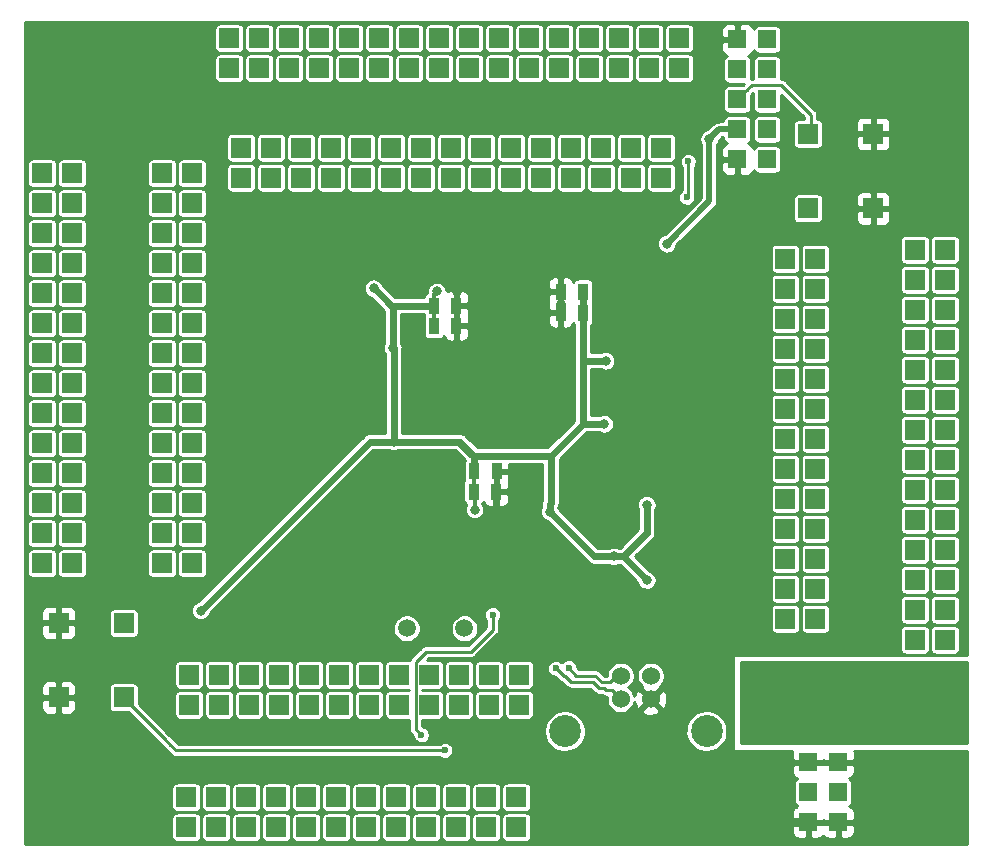
<source format=gtl>
G04 #@! TF.FileFunction,Copper,L1,Top,Mixed*
%FSLAX46Y46*%
G04 Gerber Fmt 4.6, Leading zero omitted, Abs format (unit mm)*
G04 Created by KiCad (PCBNEW 0.201503110816+5502~22~ubuntu14.10.1-product) date St 11. březen 2015, 15:56:56 CET*
%MOMM*%
G01*
G04 APERTURE LIST*
%ADD10C,0.150000*%
%ADD11R,0.889000X1.397000*%
%ADD12C,1.524000*%
%ADD13C,2.700020*%
%ADD14C,1.501140*%
%ADD15R,1.651000X1.651000*%
%ADD16C,6.000000*%
%ADD17R,1.524000X1.524000*%
%ADD18R,1.676400X1.676400*%
%ADD19C,0.800000*%
%ADD20C,0.600000*%
%ADD21C,0.600000*%
%ADD22C,0.300000*%
%ADD23C,0.800000*%
%ADD24C,0.254000*%
%ADD25C,0.400000*%
%ADD26C,0.700000*%
%ADD27C,0.500000*%
G04 APERTURE END LIST*
D10*
D11*
X142049500Y-80670400D03*
X143954500Y-80670400D03*
X154673300Y-79502000D03*
X152768300Y-79502000D03*
X145402300Y-96418400D03*
X147307300Y-96418400D03*
X145453100Y-94691200D03*
X147358100Y-94691200D03*
X142049500Y-82397600D03*
X143954500Y-82397600D03*
X154673300Y-81280000D03*
X152768300Y-81280000D03*
D12*
X160395920Y-111998760D03*
X157855920Y-111998760D03*
X157855920Y-113997740D03*
X160395920Y-113997740D03*
D13*
X165125400Y-116697760D03*
X153126440Y-116697760D03*
D14*
X139748260Y-108000800D03*
X144630140Y-108000800D03*
D15*
X128955800Y-114477800D03*
X128955800Y-111937800D03*
X146481800Y-124841000D03*
X146481800Y-122301000D03*
X136575800Y-114477800D03*
X136575800Y-111937800D03*
X131241800Y-124841000D03*
X131241800Y-122301000D03*
X133781800Y-124841000D03*
X133781800Y-122301000D03*
X174345600Y-86868000D03*
X171805600Y-86868000D03*
X185318400Y-86106000D03*
X182778400Y-86106000D03*
X174345600Y-79248000D03*
X171805600Y-79248000D03*
X185318400Y-78486000D03*
X182778400Y-78486000D03*
X174345600Y-76708000D03*
X171805600Y-76708000D03*
X185318400Y-75946000D03*
X182778400Y-75946000D03*
X185318400Y-81026000D03*
X182778400Y-81026000D03*
X174345600Y-81788000D03*
X171805600Y-81788000D03*
X185318400Y-83566000D03*
X182778400Y-83566000D03*
X174345600Y-84328000D03*
X171805600Y-84328000D03*
X174345600Y-97028000D03*
X171805600Y-97028000D03*
X161290000Y-69850000D03*
X161290000Y-67310000D03*
X162814000Y-58039000D03*
X162814000Y-60579000D03*
X185318400Y-98806000D03*
X182778400Y-98806000D03*
X174345600Y-99568000D03*
X171805600Y-99568000D03*
X174345600Y-104648000D03*
X171805600Y-104648000D03*
X174345600Y-107188000D03*
X171805600Y-107188000D03*
X185318400Y-108966000D03*
X182778400Y-108966000D03*
X185318400Y-106426000D03*
X182778400Y-106426000D03*
X185318400Y-101346000D03*
X182778400Y-101346000D03*
X182778400Y-96266000D03*
X185318400Y-96266000D03*
X174345600Y-91948000D03*
X171805600Y-91948000D03*
X174345600Y-94488000D03*
X171805600Y-94488000D03*
X185318400Y-93726000D03*
X182778400Y-93726000D03*
X144195800Y-114477800D03*
X144195800Y-111937800D03*
X185318400Y-91186000D03*
X182778400Y-91186000D03*
X174345600Y-89408000D03*
X171805600Y-89408000D03*
X149021800Y-124841000D03*
X149021800Y-122301000D03*
X146735800Y-114477800D03*
X146735800Y-111937800D03*
X139115800Y-114477800D03*
X139115800Y-111937800D03*
X141655800Y-114477800D03*
X141655800Y-111937800D03*
X158750000Y-67310000D03*
X158750000Y-69850000D03*
X160274000Y-60579000D03*
X160274000Y-58039000D03*
X126415800Y-114477800D03*
X126415800Y-111937800D03*
X143941800Y-124841000D03*
X143941800Y-122301000D03*
X141401800Y-124841000D03*
X141401800Y-122301000D03*
X149275800Y-114477800D03*
X149275800Y-111937800D03*
X182778400Y-103886000D03*
X185318400Y-103886000D03*
X174345600Y-102108000D03*
X171805600Y-102108000D03*
X185318400Y-88646000D03*
X182778400Y-88646000D03*
X138861800Y-124841000D03*
X138861800Y-122301000D03*
X136321800Y-124841000D03*
X136321800Y-122301000D03*
X134035800Y-114477800D03*
X134035800Y-111937800D03*
X131495800Y-114477800D03*
X131495800Y-111937800D03*
X128701800Y-124841000D03*
X128701800Y-122301000D03*
X111404400Y-82169000D03*
X108864400Y-82169000D03*
X111404400Y-77089000D03*
X108864400Y-77089000D03*
X121564400Y-74549000D03*
X119024400Y-74549000D03*
X111404400Y-72009000D03*
X108864400Y-72009000D03*
X121564400Y-77089000D03*
X119024400Y-77089000D03*
X121564400Y-79629000D03*
X119024400Y-79629000D03*
X111404400Y-84709000D03*
X108864400Y-84709000D03*
X121564400Y-84709000D03*
X119024400Y-84709000D03*
X121564400Y-89789000D03*
X119024400Y-89789000D03*
X111404400Y-89789000D03*
X108864400Y-89789000D03*
X111404400Y-102489000D03*
X108864400Y-102489000D03*
X111404400Y-69469000D03*
X108864400Y-69469000D03*
X123621800Y-124841000D03*
X123621800Y-122301000D03*
X123875800Y-114477800D03*
X123875800Y-111937800D03*
X119024400Y-69469000D03*
X121564400Y-69469000D03*
X121564400Y-99949000D03*
X119024400Y-99949000D03*
X126161800Y-124841000D03*
X126161800Y-122301000D03*
X138430000Y-69850000D03*
X138430000Y-67310000D03*
X142494000Y-60579000D03*
X142494000Y-58039000D03*
X121335800Y-114477800D03*
X121335800Y-111937800D03*
X128270000Y-69850000D03*
X128270000Y-67310000D03*
X139954000Y-60579000D03*
X139954000Y-58039000D03*
X129794000Y-58039000D03*
X129794000Y-60579000D03*
X140970000Y-69850000D03*
X140970000Y-67310000D03*
X145034000Y-60579000D03*
X145034000Y-58039000D03*
X152654000Y-60579000D03*
X152654000Y-58039000D03*
X150114000Y-58039000D03*
X150114000Y-60579000D03*
X146050000Y-69850000D03*
X146050000Y-67310000D03*
X148590000Y-69850000D03*
X148590000Y-67310000D03*
X155194000Y-60579000D03*
X155194000Y-58039000D03*
X157734000Y-58039000D03*
X157734000Y-60579000D03*
X156210000Y-69850000D03*
X156210000Y-67310000D03*
X151130000Y-67310000D03*
X151130000Y-69850000D03*
X153670000Y-67310000D03*
X153670000Y-69850000D03*
X111404400Y-74549000D03*
X108864400Y-74549000D03*
X121564400Y-102489000D03*
X119024400Y-102489000D03*
X121564400Y-94869000D03*
X119024400Y-94869000D03*
X111404400Y-92329000D03*
X108864400Y-92329000D03*
X111404400Y-87249000D03*
X108864400Y-87249000D03*
X121564400Y-87249000D03*
X119024400Y-87249000D03*
X121081800Y-124841000D03*
X121081800Y-122301000D03*
X125730000Y-69850000D03*
X125730000Y-67310000D03*
X124714000Y-60579000D03*
X124714000Y-58039000D03*
X147574000Y-60579000D03*
X147574000Y-58039000D03*
X121564400Y-72009000D03*
X119024400Y-72009000D03*
X127254000Y-60579000D03*
X127254000Y-58039000D03*
X132334000Y-60579000D03*
X132334000Y-58039000D03*
X111404400Y-99949000D03*
X108864400Y-99949000D03*
X111404400Y-97409000D03*
X108864400Y-97409000D03*
X111404400Y-94869000D03*
X108864400Y-94869000D03*
X130810000Y-69850000D03*
X130810000Y-67310000D03*
X133350000Y-69850000D03*
X133350000Y-67310000D03*
X143510000Y-69850000D03*
X143510000Y-67310000D03*
X119024400Y-97409000D03*
X121564400Y-97409000D03*
X121564400Y-92329000D03*
X119024400Y-92329000D03*
X135890000Y-69850000D03*
X135890000Y-67310000D03*
X137414000Y-60579000D03*
X137414000Y-58039000D03*
X134874000Y-60579000D03*
X134874000Y-58039000D03*
X111404400Y-79629000D03*
X108864400Y-79629000D03*
X121564400Y-82169000D03*
X119024400Y-82169000D03*
D16*
X111760000Y-60960000D03*
X111760000Y-121920000D03*
X182880000Y-121920000D03*
X182880000Y-60960000D03*
D17*
X170281600Y-68300600D03*
X167741600Y-68300600D03*
X170281600Y-65760600D03*
X167741600Y-65760600D03*
X170281600Y-63220600D03*
X167741600Y-63220600D03*
X170281600Y-60680600D03*
X167741600Y-60680600D03*
X170281600Y-58140600D03*
X167741600Y-58140600D03*
X176276000Y-124409200D03*
X173736000Y-124409200D03*
X176276000Y-121869200D03*
X173736000Y-121869200D03*
X176276000Y-119329200D03*
X173736000Y-119329200D03*
D18*
X179229200Y-72441200D03*
X173729200Y-72441200D03*
X179229200Y-66141200D03*
X173729200Y-66141200D03*
X115780000Y-113843200D03*
X110280000Y-113843200D03*
X115780000Y-107543200D03*
X110280000Y-107543200D03*
D19*
X172466000Y-74523600D03*
X169722800Y-73761600D03*
X167640000Y-75590400D03*
X164998400Y-75895200D03*
X162661600Y-77266800D03*
X159816800Y-75742800D03*
D20*
X156591000Y-91948000D03*
D19*
X166370000Y-93853000D03*
X128016000Y-80010000D03*
X144018000Y-79502000D03*
X166904858Y-124409200D03*
X154051000Y-123190000D03*
X125349000Y-92456000D03*
X121666000Y-104775000D03*
X139700000Y-93980000D03*
X147218400Y-97993200D03*
X142697200Y-108000800D03*
X156425900Y-95580200D03*
X156514800Y-97891600D03*
X130340100Y-93814900D03*
X154625040Y-97871280D03*
X153294080Y-97876360D03*
X139766040Y-79720440D03*
X156511144Y-83811662D03*
X167259000Y-83693000D03*
X152781000Y-80518000D03*
X163195000Y-106426000D03*
X165633400Y-106060240D03*
X163195000Y-105029000D03*
X163195000Y-103505000D03*
X162204400Y-113893600D03*
X131546600Y-75311000D03*
D20*
X153446480Y-111328200D03*
X152344120Y-111373920D03*
X163576000Y-68453000D03*
X163449000Y-71501000D03*
X142976600Y-118338600D03*
D19*
X160070800Y-103911401D03*
X170434000Y-112445800D03*
X161747200Y-75438000D03*
X154673300Y-79502000D03*
X160070800Y-97536000D03*
X156464000Y-90678000D03*
X177038000Y-113792000D03*
X175996600Y-113817400D03*
X169316400Y-113309400D03*
X169316400Y-112420400D03*
X142293340Y-79476600D03*
X138559540Y-84254340D03*
X138648440Y-92184220D03*
X122303540Y-106489500D03*
X145491200Y-97942400D03*
X151841200Y-98107500D03*
X136956800Y-79197200D03*
X156591000Y-85344000D03*
X157289115Y-101904800D03*
X165354008Y-66548000D03*
X170459400Y-115214400D03*
X170383200Y-113334800D03*
X169316400Y-114249200D03*
X170383200Y-114249200D03*
X169341800Y-115163600D03*
D20*
X140970000Y-117017800D03*
X147015200Y-106832400D03*
D21*
X170484800Y-74523600D02*
X172466000Y-74523600D01*
X169722800Y-73761600D02*
X170484800Y-74523600D01*
X164998400Y-75895200D02*
X167335200Y-75895200D01*
X167335200Y-75895200D02*
X167640000Y-75590400D01*
X159816800Y-75742800D02*
X161340800Y-77266800D01*
X161340800Y-77266800D02*
X162661600Y-77266800D01*
D22*
X139766040Y-79720440D02*
X137007600Y-76962000D01*
X137007600Y-76962000D02*
X131064000Y-76962000D01*
X131064000Y-76962000D02*
X128415999Y-79610001D01*
X128415999Y-79610001D02*
X128016000Y-80010000D01*
X144018000Y-79502000D02*
X144018000Y-80606900D01*
X144018000Y-80606900D02*
X143954500Y-80670400D01*
D23*
X168719703Y-124409200D02*
X173736000Y-124409200D01*
X155270200Y-124409200D02*
X168719703Y-124409200D01*
X168719703Y-124409200D02*
X166904858Y-124409200D01*
X154051000Y-123190000D02*
X155270200Y-124409200D01*
D22*
X121666000Y-104775000D02*
X125349000Y-101092000D01*
X125349000Y-101092000D02*
X125349000Y-92456000D01*
X123698000Y-70993000D02*
X123698000Y-69321598D01*
X123698000Y-69321598D02*
X118336401Y-63959999D01*
X118336401Y-63959999D02*
X114759999Y-63959999D01*
X114759999Y-63959999D02*
X111760000Y-60960000D01*
X127616001Y-74911001D02*
X123698000Y-70993000D01*
X131546600Y-75311000D02*
X131146601Y-74911001D01*
X131146601Y-74911001D02*
X127616001Y-74911001D01*
X147307300Y-96418400D02*
X147307300Y-94742000D01*
X147307300Y-94742000D02*
X147358100Y-94691200D01*
X147218400Y-97993200D02*
X147218400Y-96507300D01*
X147218400Y-96507300D02*
X147307300Y-96418400D01*
X142671800Y-108178600D02*
X142671800Y-107924600D01*
X142697200Y-108204000D02*
X142671800Y-108178600D01*
X142697200Y-108000800D02*
X142697200Y-108204000D01*
D24*
X156511144Y-83811662D02*
X156476099Y-83846707D01*
D22*
X147218400Y-103479600D02*
X142697200Y-108000800D01*
X147218400Y-97993200D02*
X147218400Y-103479600D01*
X165267640Y-106426000D02*
X165633400Y-106060240D01*
X163195000Y-106426000D02*
X165267640Y-106426000D01*
D25*
X163195000Y-106426000D02*
X163195000Y-105029000D01*
X163195000Y-105029000D02*
X163195000Y-103505000D01*
X163195000Y-112903000D02*
X162648899Y-113449101D01*
X163195000Y-106426000D02*
X163195000Y-112903000D01*
X162648899Y-113449101D02*
X162204400Y-113893600D01*
D24*
X156926280Y-112572800D02*
X157500320Y-111998760D01*
X157500320Y-111998760D02*
X157855920Y-111998760D01*
X156296360Y-112572800D02*
X156926280Y-112572800D01*
X155722320Y-111998760D02*
X156296360Y-112572800D01*
X153446480Y-111328200D02*
X154117040Y-111998760D01*
X154117040Y-111998760D02*
X155722320Y-111998760D01*
X153162000Y-112064800D02*
X153035000Y-112064800D01*
X153035000Y-112064800D02*
X152344120Y-111373920D01*
X153639520Y-112542320D02*
X153162000Y-112064800D01*
X155519120Y-112542320D02*
X153639520Y-112542320D01*
X156057600Y-113080800D02*
X155519120Y-112542320D01*
X156484320Y-113080800D02*
X156057600Y-113080800D01*
X156639261Y-113235741D02*
X156484320Y-113080800D01*
X157855920Y-113997740D02*
X157093921Y-113235741D01*
X157093921Y-113235741D02*
X156639261Y-113235741D01*
X167741600Y-63220600D02*
X168614366Y-62347834D01*
X168935400Y-62026800D02*
X167741600Y-63220600D01*
X171472628Y-62026800D02*
X168935400Y-62026800D01*
X173939200Y-64493372D02*
X171472628Y-62026800D01*
X173939200Y-65481200D02*
X173939200Y-64493372D01*
X163576000Y-68453000D02*
X163576000Y-71374000D01*
X163576000Y-71374000D02*
X163449000Y-71501000D01*
X119253000Y-117398800D02*
X115780000Y-113925800D01*
X115780000Y-113925800D02*
X115780000Y-113843200D01*
X142976600Y-118338600D02*
X120192800Y-118338600D01*
X120192800Y-118338600D02*
X119697499Y-117843299D01*
X119697499Y-117843299D02*
X119253000Y-117398800D01*
D21*
X160070800Y-97536000D02*
X160070800Y-99898199D01*
X160070800Y-99898199D02*
X158064199Y-101904800D01*
X159670801Y-103511402D02*
X160070800Y-103911401D01*
X157289115Y-101904800D02*
X158064199Y-101904800D01*
X158064199Y-101904800D02*
X159670801Y-103511402D01*
D26*
X170434000Y-113284000D02*
X170383200Y-113334800D01*
X170434000Y-112445800D02*
X170434000Y-113284000D01*
D21*
X154673300Y-79502000D02*
X154673300Y-81280000D01*
X155898315Y-90678000D02*
X156464000Y-90678000D01*
X154640280Y-90705940D02*
X154668220Y-90678000D01*
X154668220Y-90678000D02*
X155898315Y-90678000D01*
D26*
X177012600Y-113817400D02*
X177038000Y-113792000D01*
X175996600Y-113817400D02*
X177012600Y-113817400D01*
X169316400Y-112420400D02*
X169316400Y-113309400D01*
D22*
X154640280Y-90705940D02*
X154647900Y-90698320D01*
X151947880Y-93398340D02*
X154640280Y-90705940D01*
X151644919Y-93398340D02*
X145747460Y-93398340D01*
X151952960Y-93398340D02*
X151644919Y-93398340D01*
X151644919Y-93398340D02*
X151947880Y-93398340D01*
X145747460Y-93398340D02*
X145453100Y-93692700D01*
X145453100Y-94691200D02*
X145453100Y-96367600D01*
X145453100Y-96367600D02*
X145402300Y-96418400D01*
X143432029Y-92184220D02*
X143728440Y-92184220D01*
X145453100Y-93692700D02*
X143944620Y-92184220D01*
X145453100Y-94691200D02*
X145453100Y-93692700D01*
X143944620Y-92184220D02*
X143432029Y-92184220D01*
X142049500Y-80670400D02*
X142049500Y-79720440D01*
X142049500Y-79720440D02*
X142293340Y-79476600D01*
X142049500Y-82397600D02*
X142049500Y-80670400D01*
X145491200Y-97942400D02*
X145491200Y-96507300D01*
X145491200Y-96507300D02*
X145402300Y-96418400D01*
X154647900Y-84654089D02*
X154647900Y-82397600D01*
X154647900Y-90698320D02*
X154647900Y-84654089D01*
D27*
X138430000Y-80670400D02*
X142049500Y-80670400D01*
X136956800Y-79197200D02*
X138430000Y-80670400D01*
D21*
X151952960Y-97367123D02*
X151952960Y-93398340D01*
X151841200Y-97478883D02*
X151952960Y-97367123D01*
X151841200Y-98107500D02*
X151841200Y-97478883D01*
X145453100Y-94437200D02*
X145453100Y-94691200D01*
X151952960Y-93398340D02*
X151947320Y-93392700D01*
X144244620Y-92184220D02*
X142680047Y-92184220D01*
X145453100Y-93392700D02*
X144244620Y-92184220D01*
X145453100Y-94691200D02*
X145453100Y-93392700D01*
D22*
X142680047Y-92184220D02*
X143432029Y-92184220D01*
D21*
X142680047Y-92184220D02*
X138648440Y-92184220D01*
X151947320Y-93392700D02*
X145453100Y-93392700D01*
X151953520Y-93392700D02*
X154640280Y-90705940D01*
X151947320Y-93392700D02*
X151953520Y-93392700D01*
X154647900Y-83696100D02*
X154640280Y-83703720D01*
X154647900Y-82397600D02*
X154647900Y-83696100D01*
X154640280Y-83703720D02*
X154640280Y-84588831D01*
X154647900Y-82397600D02*
X154647900Y-80695800D01*
X151841200Y-98107500D02*
X155638500Y-101904800D01*
X138648440Y-84343240D02*
X138559540Y-84254340D01*
X138648440Y-92184220D02*
X138648440Y-84343240D01*
X138559540Y-80799940D02*
X138430000Y-80670400D01*
X138559540Y-84254340D02*
X138559540Y-80799940D01*
X138559540Y-80799940D02*
X136956800Y-79197200D01*
X138689080Y-80670400D02*
X142049500Y-80670400D01*
X138559540Y-80799940D02*
X138689080Y-80670400D01*
X136608820Y-92184220D02*
X122303540Y-106489500D01*
X138648440Y-92184220D02*
X136608820Y-92184220D01*
X154651710Y-85344000D02*
X154640280Y-85332570D01*
X156591000Y-85344000D02*
X154651710Y-85344000D01*
X154640280Y-85332570D02*
X154640280Y-90705940D01*
X154640280Y-84588831D02*
X154640280Y-85332570D01*
X154647900Y-80695800D02*
X154686000Y-80657700D01*
X155638500Y-101904800D02*
X157289115Y-101904800D01*
D22*
X169316400Y-113309400D02*
X170357800Y-113309400D01*
X170357800Y-113309400D02*
X170383200Y-113334800D01*
D27*
X165754007Y-66148001D02*
X165354008Y-66548000D01*
X166141408Y-65760600D02*
X165754007Y-66148001D01*
X167741600Y-65760600D02*
X166141408Y-65760600D01*
X161747200Y-75438000D02*
X165354008Y-71831192D01*
X165354008Y-71831192D02*
X165354008Y-67113685D01*
X165354008Y-67113685D02*
X165354008Y-66548000D01*
D24*
X170383200Y-115138200D02*
X170459400Y-115214400D01*
D22*
X170383200Y-113334800D02*
X170383200Y-114249200D01*
D24*
X170383200Y-114249200D02*
X170383200Y-115138200D01*
D26*
X169316400Y-114249200D02*
X170383200Y-114249200D01*
D22*
X169316400Y-113309400D02*
X169316400Y-114249200D01*
X169392600Y-115214400D02*
X170459400Y-115214400D01*
X169341800Y-115163600D02*
X169392600Y-115214400D01*
D24*
X140970000Y-117017800D02*
X140500101Y-116547901D01*
X140500101Y-116547901D02*
X140500101Y-110853897D01*
X141380845Y-109973153D02*
X145144447Y-109973153D01*
X140500101Y-110853897D02*
X141380845Y-109973153D01*
X145144447Y-109973153D02*
X147015200Y-108102400D01*
X147015200Y-108102400D02*
X147015200Y-107192392D01*
X147015200Y-107192392D02*
X147015200Y-106832400D01*
G36*
X187204000Y-126244000D02*
X177673000Y-126244000D01*
X177673000Y-125233742D01*
X177673000Y-125108658D01*
X177673000Y-124694950D01*
X177673000Y-124123450D01*
X177673000Y-123709742D01*
X177673000Y-123584658D01*
X177648597Y-123461977D01*
X177600730Y-123346415D01*
X177531237Y-123242411D01*
X177442789Y-123153963D01*
X177338785Y-123084470D01*
X177223223Y-123036603D01*
X177187609Y-123029519D01*
X177222277Y-123018679D01*
X177322734Y-122952174D01*
X177400743Y-122860362D01*
X177450152Y-122750483D01*
X177467066Y-122631200D01*
X177467066Y-121107200D01*
X177461434Y-121037910D01*
X177425479Y-120922923D01*
X177358974Y-120822466D01*
X177267162Y-120744457D01*
X177187911Y-120708820D01*
X177223223Y-120701797D01*
X177338785Y-120653930D01*
X177442789Y-120584437D01*
X177531237Y-120495989D01*
X177600730Y-120391985D01*
X177648597Y-120276423D01*
X177673000Y-120153742D01*
X177673000Y-120028658D01*
X177673000Y-119614950D01*
X177514250Y-119456200D01*
X176403000Y-119456200D01*
X176403000Y-119476200D01*
X176149000Y-119476200D01*
X176149000Y-119456200D01*
X175037750Y-119456200D01*
X175006000Y-119487950D01*
X174974250Y-119456200D01*
X173863000Y-119456200D01*
X173863000Y-119476200D01*
X173609000Y-119476200D01*
X173609000Y-119456200D01*
X172497750Y-119456200D01*
X172339000Y-119614950D01*
X172339000Y-120028658D01*
X172339000Y-120153742D01*
X172363403Y-120276423D01*
X172411270Y-120391985D01*
X172480763Y-120495989D01*
X172569211Y-120584437D01*
X172673215Y-120653930D01*
X172788777Y-120701797D01*
X172824390Y-120708880D01*
X172789723Y-120719721D01*
X172689266Y-120786226D01*
X172611257Y-120878038D01*
X172561848Y-120987917D01*
X172544934Y-121107200D01*
X172544934Y-122631200D01*
X172550566Y-122700490D01*
X172586521Y-122815477D01*
X172653026Y-122915934D01*
X172744838Y-122993943D01*
X172824088Y-123029579D01*
X172788777Y-123036603D01*
X172673215Y-123084470D01*
X172569211Y-123153963D01*
X172480763Y-123242411D01*
X172411270Y-123346415D01*
X172363403Y-123461977D01*
X172339000Y-123584658D01*
X172339000Y-123709742D01*
X172339000Y-124123450D01*
X172497750Y-124282200D01*
X173609000Y-124282200D01*
X173609000Y-124262200D01*
X173863000Y-124262200D01*
X173863000Y-124282200D01*
X174974250Y-124282200D01*
X175006000Y-124250450D01*
X175037750Y-124282200D01*
X176149000Y-124282200D01*
X176149000Y-124262200D01*
X176403000Y-124262200D01*
X176403000Y-124282200D01*
X177514250Y-124282200D01*
X177673000Y-124123450D01*
X177673000Y-124694950D01*
X177514250Y-124536200D01*
X176403000Y-124536200D01*
X176403000Y-125647450D01*
X176561750Y-125806200D01*
X177100542Y-125806200D01*
X177223223Y-125781797D01*
X177338785Y-125733930D01*
X177442789Y-125664437D01*
X177531237Y-125575989D01*
X177600730Y-125471985D01*
X177648597Y-125356423D01*
X177673000Y-125233742D01*
X177673000Y-126244000D01*
X176149000Y-126244000D01*
X176149000Y-125647450D01*
X176149000Y-124536200D01*
X175037750Y-124536200D01*
X175006000Y-124567950D01*
X174974250Y-124536200D01*
X173863000Y-124536200D01*
X173863000Y-125647450D01*
X174021750Y-125806200D01*
X174560542Y-125806200D01*
X174683223Y-125781797D01*
X174798785Y-125733930D01*
X174902789Y-125664437D01*
X174991237Y-125575989D01*
X175006000Y-125553894D01*
X175020763Y-125575989D01*
X175109211Y-125664437D01*
X175213215Y-125733930D01*
X175328777Y-125781797D01*
X175451458Y-125806200D01*
X175990250Y-125806200D01*
X176149000Y-125647450D01*
X176149000Y-126244000D01*
X173609000Y-126244000D01*
X173609000Y-125647450D01*
X173609000Y-124536200D01*
X172497750Y-124536200D01*
X172339000Y-124694950D01*
X172339000Y-125108658D01*
X172339000Y-125233742D01*
X172363403Y-125356423D01*
X172411270Y-125471985D01*
X172480763Y-125575989D01*
X172569211Y-125664437D01*
X172673215Y-125733930D01*
X172788777Y-125781797D01*
X172911458Y-125806200D01*
X173450250Y-125806200D01*
X173609000Y-125647450D01*
X173609000Y-126244000D01*
X166902486Y-126244000D01*
X166902486Y-116523515D01*
X166834797Y-116181663D01*
X166701998Y-115859468D01*
X166509147Y-115569203D01*
X166263589Y-115321925D01*
X165974678Y-115127052D01*
X165653419Y-114992007D01*
X165312047Y-114921934D01*
X164963566Y-114919501D01*
X164621249Y-114984801D01*
X164298135Y-115115348D01*
X164006531Y-115306168D01*
X163757545Y-115549993D01*
X163560660Y-115837537D01*
X163423375Y-116157846D01*
X163350920Y-116498720D01*
X163346054Y-116847176D01*
X163408963Y-117189940D01*
X163537251Y-117513958D01*
X163726031Y-117806886D01*
X163968112Y-118057569D01*
X164254274Y-118256457D01*
X164573617Y-118395974D01*
X164913977Y-118470807D01*
X165262390Y-118478105D01*
X165605585Y-118417591D01*
X165930491Y-118291568D01*
X166224730Y-118104838D01*
X166477096Y-117864513D01*
X166677977Y-117579747D01*
X166819721Y-117261385D01*
X166896928Y-116921556D01*
X166902486Y-116523515D01*
X166902486Y-126244000D01*
X161797830Y-126244000D01*
X161797830Y-113925723D01*
X161756842Y-113653607D01*
X161663556Y-113394717D01*
X161601576Y-113278760D01*
X161584971Y-113274127D01*
X161584971Y-111882173D01*
X161539680Y-111653438D01*
X161450824Y-111437857D01*
X161321787Y-111243641D01*
X161157484Y-111078187D01*
X160964173Y-110947797D01*
X160897835Y-110919910D01*
X160897835Y-103830310D01*
X160866333Y-103671215D01*
X160804530Y-103521270D01*
X160714780Y-103386184D01*
X160600500Y-103271104D01*
X160466044Y-103180412D01*
X160316534Y-103117564D01*
X160302142Y-103114609D01*
X160184868Y-102997335D01*
X160184862Y-102997330D01*
X159092332Y-101904800D01*
X160584866Y-100412266D01*
X160627456Y-100360415D01*
X160670658Y-100308930D01*
X160672501Y-100305575D01*
X160674925Y-100302626D01*
X160706629Y-100243498D01*
X160739011Y-100184595D01*
X160740167Y-100180949D01*
X160741973Y-100177582D01*
X160761603Y-100113375D01*
X160781913Y-100049351D01*
X160782339Y-100045552D01*
X160783457Y-100041896D01*
X160790241Y-99975099D01*
X160797729Y-99908350D01*
X160797781Y-99900871D01*
X160797795Y-99900737D01*
X160797783Y-99900611D01*
X160797800Y-99898199D01*
X160797800Y-97936473D01*
X160859317Y-97798305D01*
X160895248Y-97640152D01*
X160897835Y-97454909D01*
X160866333Y-97295814D01*
X160804530Y-97145869D01*
X160714780Y-97010783D01*
X160600500Y-96895703D01*
X160466044Y-96805011D01*
X160316534Y-96742163D01*
X160157663Y-96709551D01*
X160004566Y-96708482D01*
X160004566Y-70675500D01*
X160004566Y-69024500D01*
X160004566Y-68135500D01*
X160004566Y-66484500D01*
X159998934Y-66415210D01*
X159962979Y-66300223D01*
X159896474Y-66199766D01*
X159804662Y-66121757D01*
X159694783Y-66072348D01*
X159575500Y-66055434D01*
X158988566Y-66055434D01*
X158988566Y-61404500D01*
X158988566Y-59753500D01*
X158988566Y-58864500D01*
X158988566Y-57213500D01*
X158982934Y-57144210D01*
X158946979Y-57029223D01*
X158880474Y-56928766D01*
X158788662Y-56850757D01*
X158678783Y-56801348D01*
X158559500Y-56784434D01*
X156908500Y-56784434D01*
X156839210Y-56790066D01*
X156724223Y-56826021D01*
X156623766Y-56892526D01*
X156545757Y-56984338D01*
X156496348Y-57094217D01*
X156479434Y-57213500D01*
X156479434Y-58864500D01*
X156485066Y-58933790D01*
X156521021Y-59048777D01*
X156587526Y-59149234D01*
X156679338Y-59227243D01*
X156789217Y-59276652D01*
X156908500Y-59293566D01*
X158559500Y-59293566D01*
X158628790Y-59287934D01*
X158743777Y-59251979D01*
X158844234Y-59185474D01*
X158922243Y-59093662D01*
X158971652Y-58983783D01*
X158988566Y-58864500D01*
X158988566Y-59753500D01*
X158982934Y-59684210D01*
X158946979Y-59569223D01*
X158880474Y-59468766D01*
X158788662Y-59390757D01*
X158678783Y-59341348D01*
X158559500Y-59324434D01*
X156908500Y-59324434D01*
X156839210Y-59330066D01*
X156724223Y-59366021D01*
X156623766Y-59432526D01*
X156545757Y-59524338D01*
X156496348Y-59634217D01*
X156479434Y-59753500D01*
X156479434Y-61404500D01*
X156485066Y-61473790D01*
X156521021Y-61588777D01*
X156587526Y-61689234D01*
X156679338Y-61767243D01*
X156789217Y-61816652D01*
X156908500Y-61833566D01*
X158559500Y-61833566D01*
X158628790Y-61827934D01*
X158743777Y-61791979D01*
X158844234Y-61725474D01*
X158922243Y-61633662D01*
X158971652Y-61523783D01*
X158988566Y-61404500D01*
X158988566Y-66055434D01*
X157924500Y-66055434D01*
X157855210Y-66061066D01*
X157740223Y-66097021D01*
X157639766Y-66163526D01*
X157561757Y-66255338D01*
X157512348Y-66365217D01*
X157495434Y-66484500D01*
X157495434Y-68135500D01*
X157501066Y-68204790D01*
X157537021Y-68319777D01*
X157603526Y-68420234D01*
X157695338Y-68498243D01*
X157805217Y-68547652D01*
X157924500Y-68564566D01*
X159575500Y-68564566D01*
X159644790Y-68558934D01*
X159759777Y-68522979D01*
X159860234Y-68456474D01*
X159938243Y-68364662D01*
X159987652Y-68254783D01*
X160004566Y-68135500D01*
X160004566Y-69024500D01*
X159998934Y-68955210D01*
X159962979Y-68840223D01*
X159896474Y-68739766D01*
X159804662Y-68661757D01*
X159694783Y-68612348D01*
X159575500Y-68595434D01*
X157924500Y-68595434D01*
X157855210Y-68601066D01*
X157740223Y-68637021D01*
X157639766Y-68703526D01*
X157561757Y-68795338D01*
X157512348Y-68905217D01*
X157495434Y-69024500D01*
X157495434Y-70675500D01*
X157501066Y-70744790D01*
X157537021Y-70859777D01*
X157603526Y-70960234D01*
X157695338Y-71038243D01*
X157805217Y-71087652D01*
X157924500Y-71104566D01*
X159575500Y-71104566D01*
X159644790Y-71098934D01*
X159759777Y-71062979D01*
X159860234Y-70996474D01*
X159938243Y-70904662D01*
X159987652Y-70794783D01*
X160004566Y-70675500D01*
X160004566Y-96708482D01*
X159995484Y-96708419D01*
X159836174Y-96738809D01*
X159685801Y-96799564D01*
X159550092Y-96888369D01*
X159434216Y-97001843D01*
X159342588Y-97135662D01*
X159278698Y-97284730D01*
X159244978Y-97443369D01*
X159242713Y-97605536D01*
X159271991Y-97765055D01*
X159331694Y-97915849D01*
X159343800Y-97934633D01*
X159343800Y-99597065D01*
X157763065Y-101177800D01*
X157690272Y-101177800D01*
X157684359Y-101173811D01*
X157534849Y-101110963D01*
X157464566Y-101096535D01*
X157464566Y-70675500D01*
X157464566Y-69024500D01*
X157464566Y-68135500D01*
X157464566Y-66484500D01*
X157458934Y-66415210D01*
X157422979Y-66300223D01*
X157356474Y-66199766D01*
X157264662Y-66121757D01*
X157154783Y-66072348D01*
X157035500Y-66055434D01*
X156448566Y-66055434D01*
X156448566Y-61404500D01*
X156448566Y-59753500D01*
X156448566Y-58864500D01*
X156448566Y-57213500D01*
X156442934Y-57144210D01*
X156406979Y-57029223D01*
X156340474Y-56928766D01*
X156248662Y-56850757D01*
X156138783Y-56801348D01*
X156019500Y-56784434D01*
X154368500Y-56784434D01*
X154299210Y-56790066D01*
X154184223Y-56826021D01*
X154083766Y-56892526D01*
X154005757Y-56984338D01*
X153956348Y-57094217D01*
X153939434Y-57213500D01*
X153939434Y-58864500D01*
X153945066Y-58933790D01*
X153981021Y-59048777D01*
X154047526Y-59149234D01*
X154139338Y-59227243D01*
X154249217Y-59276652D01*
X154368500Y-59293566D01*
X156019500Y-59293566D01*
X156088790Y-59287934D01*
X156203777Y-59251979D01*
X156304234Y-59185474D01*
X156382243Y-59093662D01*
X156431652Y-58983783D01*
X156448566Y-58864500D01*
X156448566Y-59753500D01*
X156442934Y-59684210D01*
X156406979Y-59569223D01*
X156340474Y-59468766D01*
X156248662Y-59390757D01*
X156138783Y-59341348D01*
X156019500Y-59324434D01*
X154368500Y-59324434D01*
X154299210Y-59330066D01*
X154184223Y-59366021D01*
X154083766Y-59432526D01*
X154005757Y-59524338D01*
X153956348Y-59634217D01*
X153939434Y-59753500D01*
X153939434Y-61404500D01*
X153945066Y-61473790D01*
X153981021Y-61588777D01*
X154047526Y-61689234D01*
X154139338Y-61767243D01*
X154249217Y-61816652D01*
X154368500Y-61833566D01*
X156019500Y-61833566D01*
X156088790Y-61827934D01*
X156203777Y-61791979D01*
X156304234Y-61725474D01*
X156382243Y-61633662D01*
X156431652Y-61523783D01*
X156448566Y-61404500D01*
X156448566Y-66055434D01*
X155384500Y-66055434D01*
X155315210Y-66061066D01*
X155200223Y-66097021D01*
X155099766Y-66163526D01*
X155021757Y-66255338D01*
X154972348Y-66365217D01*
X154955434Y-66484500D01*
X154955434Y-68135500D01*
X154961066Y-68204790D01*
X154997021Y-68319777D01*
X155063526Y-68420234D01*
X155155338Y-68498243D01*
X155265217Y-68547652D01*
X155384500Y-68564566D01*
X157035500Y-68564566D01*
X157104790Y-68558934D01*
X157219777Y-68522979D01*
X157320234Y-68456474D01*
X157398243Y-68364662D01*
X157447652Y-68254783D01*
X157464566Y-68135500D01*
X157464566Y-69024500D01*
X157458934Y-68955210D01*
X157422979Y-68840223D01*
X157356474Y-68739766D01*
X157264662Y-68661757D01*
X157154783Y-68612348D01*
X157035500Y-68595434D01*
X155384500Y-68595434D01*
X155315210Y-68601066D01*
X155200223Y-68637021D01*
X155099766Y-68703526D01*
X155021757Y-68795338D01*
X154972348Y-68905217D01*
X154955434Y-69024500D01*
X154955434Y-70675500D01*
X154961066Y-70744790D01*
X154997021Y-70859777D01*
X155063526Y-70960234D01*
X155155338Y-71038243D01*
X155265217Y-71087652D01*
X155384500Y-71104566D01*
X157035500Y-71104566D01*
X157104790Y-71098934D01*
X157219777Y-71062979D01*
X157320234Y-70996474D01*
X157398243Y-70904662D01*
X157447652Y-70794783D01*
X157464566Y-70675500D01*
X157464566Y-101096535D01*
X157375978Y-101078351D01*
X157213799Y-101077219D01*
X157054489Y-101107609D01*
X156904116Y-101168364D01*
X156889696Y-101177800D01*
X155939634Y-101177800D01*
X152638605Y-97876771D01*
X152636733Y-97867314D01*
X152579800Y-97729186D01*
X152588819Y-97712367D01*
X152621171Y-97653519D01*
X152622326Y-97649875D01*
X152624134Y-97646505D01*
X152643782Y-97582239D01*
X152664073Y-97518275D01*
X152664498Y-97514480D01*
X152665618Y-97510819D01*
X152672411Y-97443938D01*
X152679889Y-97377274D01*
X152679941Y-97369805D01*
X152679956Y-97369660D01*
X152679943Y-97369524D01*
X152679960Y-97367123D01*
X152679960Y-93694393D01*
X154969353Y-91405000D01*
X155898315Y-91405000D01*
X156062252Y-91405000D01*
X156207207Y-91468329D01*
X156365606Y-91503155D01*
X156527754Y-91506552D01*
X156687473Y-91478389D01*
X156838680Y-91419740D01*
X156975615Y-91332838D01*
X157093064Y-91220993D01*
X157186551Y-91088466D01*
X157252517Y-90940305D01*
X157288448Y-90782152D01*
X157291035Y-90596909D01*
X157259533Y-90437814D01*
X157197730Y-90287869D01*
X157107980Y-90152783D01*
X156993700Y-90037703D01*
X156859244Y-89947011D01*
X156709734Y-89884163D01*
X156550863Y-89851551D01*
X156388684Y-89850419D01*
X156229374Y-89880809D01*
X156079001Y-89941564D01*
X156064581Y-89951000D01*
X155898315Y-89951000D01*
X155367280Y-89951000D01*
X155367280Y-86071000D01*
X156189252Y-86071000D01*
X156334207Y-86134329D01*
X156492606Y-86169155D01*
X156654754Y-86172552D01*
X156814473Y-86144389D01*
X156965680Y-86085740D01*
X157102615Y-85998838D01*
X157220064Y-85886993D01*
X157313551Y-85754466D01*
X157379517Y-85606305D01*
X157415448Y-85448152D01*
X157418035Y-85262909D01*
X157386533Y-85103814D01*
X157324730Y-84953869D01*
X157234980Y-84818783D01*
X157120700Y-84703703D01*
X156986244Y-84613011D01*
X156836734Y-84550163D01*
X156677863Y-84517551D01*
X156515684Y-84516419D01*
X156356374Y-84546809D01*
X156206001Y-84607564D01*
X156191581Y-84617000D01*
X155367280Y-84617000D01*
X155367280Y-84588831D01*
X155367280Y-83773608D01*
X155367341Y-83773000D01*
X155374829Y-83706251D01*
X155374881Y-83698772D01*
X155374895Y-83698638D01*
X155374883Y-83698512D01*
X155374900Y-83696100D01*
X155374900Y-82397600D01*
X155374900Y-82317768D01*
X155402534Y-82299474D01*
X155480543Y-82207662D01*
X155529952Y-82097783D01*
X155546866Y-81978500D01*
X155546866Y-80581500D01*
X155541234Y-80512210D01*
X155505279Y-80397223D01*
X155499235Y-80388093D01*
X155529952Y-80319783D01*
X155546866Y-80200500D01*
X155546866Y-78803500D01*
X155541234Y-78734210D01*
X155505279Y-78619223D01*
X155438774Y-78518766D01*
X155346962Y-78440757D01*
X155237083Y-78391348D01*
X155117800Y-78374434D01*
X154924566Y-78374434D01*
X154924566Y-70675500D01*
X154924566Y-69024500D01*
X154924566Y-68135500D01*
X154924566Y-66484500D01*
X154918934Y-66415210D01*
X154882979Y-66300223D01*
X154816474Y-66199766D01*
X154724662Y-66121757D01*
X154614783Y-66072348D01*
X154495500Y-66055434D01*
X153908566Y-66055434D01*
X153908566Y-61404500D01*
X153908566Y-59753500D01*
X153908566Y-58864500D01*
X153908566Y-57213500D01*
X153902934Y-57144210D01*
X153866979Y-57029223D01*
X153800474Y-56928766D01*
X153708662Y-56850757D01*
X153598783Y-56801348D01*
X153479500Y-56784434D01*
X151828500Y-56784434D01*
X151759210Y-56790066D01*
X151644223Y-56826021D01*
X151543766Y-56892526D01*
X151465757Y-56984338D01*
X151416348Y-57094217D01*
X151399434Y-57213500D01*
X151399434Y-58864500D01*
X151405066Y-58933790D01*
X151441021Y-59048777D01*
X151507526Y-59149234D01*
X151599338Y-59227243D01*
X151709217Y-59276652D01*
X151828500Y-59293566D01*
X153479500Y-59293566D01*
X153548790Y-59287934D01*
X153663777Y-59251979D01*
X153764234Y-59185474D01*
X153842243Y-59093662D01*
X153891652Y-58983783D01*
X153908566Y-58864500D01*
X153908566Y-59753500D01*
X153902934Y-59684210D01*
X153866979Y-59569223D01*
X153800474Y-59468766D01*
X153708662Y-59390757D01*
X153598783Y-59341348D01*
X153479500Y-59324434D01*
X151828500Y-59324434D01*
X151759210Y-59330066D01*
X151644223Y-59366021D01*
X151543766Y-59432526D01*
X151465757Y-59524338D01*
X151416348Y-59634217D01*
X151399434Y-59753500D01*
X151399434Y-61404500D01*
X151405066Y-61473790D01*
X151441021Y-61588777D01*
X151507526Y-61689234D01*
X151599338Y-61767243D01*
X151709217Y-61816652D01*
X151828500Y-61833566D01*
X153479500Y-61833566D01*
X153548790Y-61827934D01*
X153663777Y-61791979D01*
X153764234Y-61725474D01*
X153842243Y-61633662D01*
X153891652Y-61523783D01*
X153908566Y-61404500D01*
X153908566Y-66055434D01*
X152844500Y-66055434D01*
X152775210Y-66061066D01*
X152660223Y-66097021D01*
X152559766Y-66163526D01*
X152481757Y-66255338D01*
X152432348Y-66365217D01*
X152415434Y-66484500D01*
X152415434Y-68135500D01*
X152421066Y-68204790D01*
X152457021Y-68319777D01*
X152523526Y-68420234D01*
X152615338Y-68498243D01*
X152725217Y-68547652D01*
X152844500Y-68564566D01*
X154495500Y-68564566D01*
X154564790Y-68558934D01*
X154679777Y-68522979D01*
X154780234Y-68456474D01*
X154858243Y-68364662D01*
X154907652Y-68254783D01*
X154924566Y-68135500D01*
X154924566Y-69024500D01*
X154918934Y-68955210D01*
X154882979Y-68840223D01*
X154816474Y-68739766D01*
X154724662Y-68661757D01*
X154614783Y-68612348D01*
X154495500Y-68595434D01*
X152844500Y-68595434D01*
X152775210Y-68601066D01*
X152660223Y-68637021D01*
X152559766Y-68703526D01*
X152481757Y-68795338D01*
X152432348Y-68905217D01*
X152415434Y-69024500D01*
X152415434Y-70675500D01*
X152421066Y-70744790D01*
X152457021Y-70859777D01*
X152523526Y-70960234D01*
X152615338Y-71038243D01*
X152725217Y-71087652D01*
X152844500Y-71104566D01*
X154495500Y-71104566D01*
X154564790Y-71098934D01*
X154679777Y-71062979D01*
X154780234Y-70996474D01*
X154858243Y-70904662D01*
X154907652Y-70794783D01*
X154924566Y-70675500D01*
X154924566Y-78374434D01*
X154228800Y-78374434D01*
X154159510Y-78380066D01*
X154044523Y-78416021D01*
X153944066Y-78482526D01*
X153866057Y-78574338D01*
X153830420Y-78653588D01*
X153823397Y-78618277D01*
X153775530Y-78502715D01*
X153706037Y-78398711D01*
X153617589Y-78310263D01*
X153513585Y-78240770D01*
X153398023Y-78192903D01*
X153275342Y-78168500D01*
X153054050Y-78168500D01*
X152895300Y-78327250D01*
X152895300Y-79375000D01*
X152915300Y-79375000D01*
X152915300Y-79629000D01*
X152895300Y-79629000D01*
X152895300Y-80105250D01*
X152895300Y-80676750D01*
X152895300Y-81153000D01*
X152915300Y-81153000D01*
X152915300Y-81407000D01*
X152895300Y-81407000D01*
X152895300Y-82454750D01*
X153054050Y-82613500D01*
X153275342Y-82613500D01*
X153398023Y-82589097D01*
X153513585Y-82541230D01*
X153617589Y-82471737D01*
X153706037Y-82383289D01*
X153775530Y-82279285D01*
X153823397Y-82163723D01*
X153830480Y-82128109D01*
X153841321Y-82162777D01*
X153907826Y-82263234D01*
X153920900Y-82274342D01*
X153920900Y-82397600D01*
X153920900Y-83626201D01*
X153920827Y-83626913D01*
X153913351Y-83693569D01*
X153913298Y-83701036D01*
X153913284Y-83701182D01*
X153913296Y-83701317D01*
X153913280Y-83703720D01*
X153913280Y-84588831D01*
X153913280Y-85332570D01*
X153913280Y-90404806D01*
X152641300Y-91676786D01*
X152641300Y-82454750D01*
X152641300Y-81407000D01*
X152641300Y-81153000D01*
X152641300Y-80676750D01*
X152641300Y-80105250D01*
X152641300Y-79629000D01*
X152641300Y-79375000D01*
X152641300Y-78327250D01*
X152482550Y-78168500D01*
X152384566Y-78168500D01*
X152384566Y-70675500D01*
X152384566Y-69024500D01*
X152384566Y-68135500D01*
X152384566Y-66484500D01*
X152378934Y-66415210D01*
X152342979Y-66300223D01*
X152276474Y-66199766D01*
X152184662Y-66121757D01*
X152074783Y-66072348D01*
X151955500Y-66055434D01*
X151368566Y-66055434D01*
X151368566Y-61404500D01*
X151368566Y-59753500D01*
X151368566Y-58864500D01*
X151368566Y-57213500D01*
X151362934Y-57144210D01*
X151326979Y-57029223D01*
X151260474Y-56928766D01*
X151168662Y-56850757D01*
X151058783Y-56801348D01*
X150939500Y-56784434D01*
X149288500Y-56784434D01*
X149219210Y-56790066D01*
X149104223Y-56826021D01*
X149003766Y-56892526D01*
X148925757Y-56984338D01*
X148876348Y-57094217D01*
X148859434Y-57213500D01*
X148859434Y-58864500D01*
X148865066Y-58933790D01*
X148901021Y-59048777D01*
X148967526Y-59149234D01*
X149059338Y-59227243D01*
X149169217Y-59276652D01*
X149288500Y-59293566D01*
X150939500Y-59293566D01*
X151008790Y-59287934D01*
X151123777Y-59251979D01*
X151224234Y-59185474D01*
X151302243Y-59093662D01*
X151351652Y-58983783D01*
X151368566Y-58864500D01*
X151368566Y-59753500D01*
X151362934Y-59684210D01*
X151326979Y-59569223D01*
X151260474Y-59468766D01*
X151168662Y-59390757D01*
X151058783Y-59341348D01*
X150939500Y-59324434D01*
X149288500Y-59324434D01*
X149219210Y-59330066D01*
X149104223Y-59366021D01*
X149003766Y-59432526D01*
X148925757Y-59524338D01*
X148876348Y-59634217D01*
X148859434Y-59753500D01*
X148859434Y-61404500D01*
X148865066Y-61473790D01*
X148901021Y-61588777D01*
X148967526Y-61689234D01*
X149059338Y-61767243D01*
X149169217Y-61816652D01*
X149288500Y-61833566D01*
X150939500Y-61833566D01*
X151008790Y-61827934D01*
X151123777Y-61791979D01*
X151224234Y-61725474D01*
X151302243Y-61633662D01*
X151351652Y-61523783D01*
X151368566Y-61404500D01*
X151368566Y-66055434D01*
X150304500Y-66055434D01*
X150235210Y-66061066D01*
X150120223Y-66097021D01*
X150019766Y-66163526D01*
X149941757Y-66255338D01*
X149892348Y-66365217D01*
X149875434Y-66484500D01*
X149875434Y-68135500D01*
X149881066Y-68204790D01*
X149917021Y-68319777D01*
X149983526Y-68420234D01*
X150075338Y-68498243D01*
X150185217Y-68547652D01*
X150304500Y-68564566D01*
X151955500Y-68564566D01*
X152024790Y-68558934D01*
X152139777Y-68522979D01*
X152240234Y-68456474D01*
X152318243Y-68364662D01*
X152367652Y-68254783D01*
X152384566Y-68135500D01*
X152384566Y-69024500D01*
X152378934Y-68955210D01*
X152342979Y-68840223D01*
X152276474Y-68739766D01*
X152184662Y-68661757D01*
X152074783Y-68612348D01*
X151955500Y-68595434D01*
X150304500Y-68595434D01*
X150235210Y-68601066D01*
X150120223Y-68637021D01*
X150019766Y-68703526D01*
X149941757Y-68795338D01*
X149892348Y-68905217D01*
X149875434Y-69024500D01*
X149875434Y-70675500D01*
X149881066Y-70744790D01*
X149917021Y-70859777D01*
X149983526Y-70960234D01*
X150075338Y-71038243D01*
X150185217Y-71087652D01*
X150304500Y-71104566D01*
X151955500Y-71104566D01*
X152024790Y-71098934D01*
X152139777Y-71062979D01*
X152240234Y-70996474D01*
X152318243Y-70904662D01*
X152367652Y-70794783D01*
X152384566Y-70675500D01*
X152384566Y-78168500D01*
X152261258Y-78168500D01*
X152138577Y-78192903D01*
X152023015Y-78240770D01*
X151919011Y-78310263D01*
X151830563Y-78398711D01*
X151761070Y-78502715D01*
X151713203Y-78618277D01*
X151688800Y-78740958D01*
X151688800Y-78866042D01*
X151688800Y-79216250D01*
X151847550Y-79375000D01*
X152641300Y-79375000D01*
X152641300Y-79629000D01*
X151847550Y-79629000D01*
X151688800Y-79787750D01*
X151688800Y-80137958D01*
X151688800Y-80263042D01*
X151713203Y-80385723D01*
X151715388Y-80391000D01*
X151713203Y-80396277D01*
X151688800Y-80518958D01*
X151688800Y-80644042D01*
X151688800Y-80994250D01*
X151847550Y-81153000D01*
X152641300Y-81153000D01*
X152641300Y-81407000D01*
X151847550Y-81407000D01*
X151688800Y-81565750D01*
X151688800Y-81915958D01*
X151688800Y-82041042D01*
X151713203Y-82163723D01*
X151761070Y-82279285D01*
X151830563Y-82383289D01*
X151919011Y-82471737D01*
X152023015Y-82541230D01*
X152138577Y-82589097D01*
X152261258Y-82613500D01*
X152482550Y-82613500D01*
X152641300Y-82454750D01*
X152641300Y-91676786D01*
X151652386Y-92665700D01*
X149844566Y-92665700D01*
X149844566Y-70675500D01*
X149844566Y-69024500D01*
X149844566Y-68135500D01*
X149844566Y-66484500D01*
X149838934Y-66415210D01*
X149802979Y-66300223D01*
X149736474Y-66199766D01*
X149644662Y-66121757D01*
X149534783Y-66072348D01*
X149415500Y-66055434D01*
X148828566Y-66055434D01*
X148828566Y-61404500D01*
X148828566Y-59753500D01*
X148828566Y-58864500D01*
X148828566Y-57213500D01*
X148822934Y-57144210D01*
X148786979Y-57029223D01*
X148720474Y-56928766D01*
X148628662Y-56850757D01*
X148518783Y-56801348D01*
X148399500Y-56784434D01*
X146748500Y-56784434D01*
X146679210Y-56790066D01*
X146564223Y-56826021D01*
X146463766Y-56892526D01*
X146385757Y-56984338D01*
X146336348Y-57094217D01*
X146319434Y-57213500D01*
X146319434Y-58864500D01*
X146325066Y-58933790D01*
X146361021Y-59048777D01*
X146427526Y-59149234D01*
X146519338Y-59227243D01*
X146629217Y-59276652D01*
X146748500Y-59293566D01*
X148399500Y-59293566D01*
X148468790Y-59287934D01*
X148583777Y-59251979D01*
X148684234Y-59185474D01*
X148762243Y-59093662D01*
X148811652Y-58983783D01*
X148828566Y-58864500D01*
X148828566Y-59753500D01*
X148822934Y-59684210D01*
X148786979Y-59569223D01*
X148720474Y-59468766D01*
X148628662Y-59390757D01*
X148518783Y-59341348D01*
X148399500Y-59324434D01*
X146748500Y-59324434D01*
X146679210Y-59330066D01*
X146564223Y-59366021D01*
X146463766Y-59432526D01*
X146385757Y-59524338D01*
X146336348Y-59634217D01*
X146319434Y-59753500D01*
X146319434Y-61404500D01*
X146325066Y-61473790D01*
X146361021Y-61588777D01*
X146427526Y-61689234D01*
X146519338Y-61767243D01*
X146629217Y-61816652D01*
X146748500Y-61833566D01*
X148399500Y-61833566D01*
X148468790Y-61827934D01*
X148583777Y-61791979D01*
X148684234Y-61725474D01*
X148762243Y-61633662D01*
X148811652Y-61523783D01*
X148828566Y-61404500D01*
X148828566Y-66055434D01*
X147764500Y-66055434D01*
X147695210Y-66061066D01*
X147580223Y-66097021D01*
X147479766Y-66163526D01*
X147401757Y-66255338D01*
X147352348Y-66365217D01*
X147335434Y-66484500D01*
X147335434Y-68135500D01*
X147341066Y-68204790D01*
X147377021Y-68319777D01*
X147443526Y-68420234D01*
X147535338Y-68498243D01*
X147645217Y-68547652D01*
X147764500Y-68564566D01*
X149415500Y-68564566D01*
X149484790Y-68558934D01*
X149599777Y-68522979D01*
X149700234Y-68456474D01*
X149778243Y-68364662D01*
X149827652Y-68254783D01*
X149844566Y-68135500D01*
X149844566Y-69024500D01*
X149838934Y-68955210D01*
X149802979Y-68840223D01*
X149736474Y-68739766D01*
X149644662Y-68661757D01*
X149534783Y-68612348D01*
X149415500Y-68595434D01*
X147764500Y-68595434D01*
X147695210Y-68601066D01*
X147580223Y-68637021D01*
X147479766Y-68703526D01*
X147401757Y-68795338D01*
X147352348Y-68905217D01*
X147335434Y-69024500D01*
X147335434Y-70675500D01*
X147341066Y-70744790D01*
X147377021Y-70859777D01*
X147443526Y-70960234D01*
X147535338Y-71038243D01*
X147645217Y-71087652D01*
X147764500Y-71104566D01*
X149415500Y-71104566D01*
X149484790Y-71098934D01*
X149599777Y-71062979D01*
X149700234Y-70996474D01*
X149778243Y-70904662D01*
X149827652Y-70794783D01*
X149844566Y-70675500D01*
X149844566Y-92665700D01*
X147304566Y-92665700D01*
X147304566Y-70675500D01*
X147304566Y-69024500D01*
X147304566Y-68135500D01*
X147304566Y-66484500D01*
X147298934Y-66415210D01*
X147262979Y-66300223D01*
X147196474Y-66199766D01*
X147104662Y-66121757D01*
X146994783Y-66072348D01*
X146875500Y-66055434D01*
X146288566Y-66055434D01*
X146288566Y-61404500D01*
X146288566Y-59753500D01*
X146288566Y-58864500D01*
X146288566Y-57213500D01*
X146282934Y-57144210D01*
X146246979Y-57029223D01*
X146180474Y-56928766D01*
X146088662Y-56850757D01*
X145978783Y-56801348D01*
X145859500Y-56784434D01*
X144208500Y-56784434D01*
X144139210Y-56790066D01*
X144024223Y-56826021D01*
X143923766Y-56892526D01*
X143845757Y-56984338D01*
X143796348Y-57094217D01*
X143779434Y-57213500D01*
X143779434Y-58864500D01*
X143785066Y-58933790D01*
X143821021Y-59048777D01*
X143887526Y-59149234D01*
X143979338Y-59227243D01*
X144089217Y-59276652D01*
X144208500Y-59293566D01*
X145859500Y-59293566D01*
X145928790Y-59287934D01*
X146043777Y-59251979D01*
X146144234Y-59185474D01*
X146222243Y-59093662D01*
X146271652Y-58983783D01*
X146288566Y-58864500D01*
X146288566Y-59753500D01*
X146282934Y-59684210D01*
X146246979Y-59569223D01*
X146180474Y-59468766D01*
X146088662Y-59390757D01*
X145978783Y-59341348D01*
X145859500Y-59324434D01*
X144208500Y-59324434D01*
X144139210Y-59330066D01*
X144024223Y-59366021D01*
X143923766Y-59432526D01*
X143845757Y-59524338D01*
X143796348Y-59634217D01*
X143779434Y-59753500D01*
X143779434Y-61404500D01*
X143785066Y-61473790D01*
X143821021Y-61588777D01*
X143887526Y-61689234D01*
X143979338Y-61767243D01*
X144089217Y-61816652D01*
X144208500Y-61833566D01*
X145859500Y-61833566D01*
X145928790Y-61827934D01*
X146043777Y-61791979D01*
X146144234Y-61725474D01*
X146222243Y-61633662D01*
X146271652Y-61523783D01*
X146288566Y-61404500D01*
X146288566Y-66055434D01*
X145224500Y-66055434D01*
X145155210Y-66061066D01*
X145040223Y-66097021D01*
X144939766Y-66163526D01*
X144861757Y-66255338D01*
X144812348Y-66365217D01*
X144795434Y-66484500D01*
X144795434Y-68135500D01*
X144801066Y-68204790D01*
X144837021Y-68319777D01*
X144903526Y-68420234D01*
X144995338Y-68498243D01*
X145105217Y-68547652D01*
X145224500Y-68564566D01*
X146875500Y-68564566D01*
X146944790Y-68558934D01*
X147059777Y-68522979D01*
X147160234Y-68456474D01*
X147238243Y-68364662D01*
X147287652Y-68254783D01*
X147304566Y-68135500D01*
X147304566Y-69024500D01*
X147298934Y-68955210D01*
X147262979Y-68840223D01*
X147196474Y-68739766D01*
X147104662Y-68661757D01*
X146994783Y-68612348D01*
X146875500Y-68595434D01*
X145224500Y-68595434D01*
X145155210Y-68601066D01*
X145040223Y-68637021D01*
X144939766Y-68703526D01*
X144861757Y-68795338D01*
X144812348Y-68905217D01*
X144795434Y-69024500D01*
X144795434Y-70675500D01*
X144801066Y-70744790D01*
X144837021Y-70859777D01*
X144903526Y-70960234D01*
X144995338Y-71038243D01*
X145105217Y-71087652D01*
X145224500Y-71104566D01*
X146875500Y-71104566D01*
X146944790Y-71098934D01*
X147059777Y-71062979D01*
X147160234Y-70996474D01*
X147238243Y-70904662D01*
X147287652Y-70794783D01*
X147304566Y-70675500D01*
X147304566Y-92665700D01*
X145754233Y-92665700D01*
X145034000Y-91945466D01*
X145034000Y-83158642D01*
X145034000Y-83033558D01*
X145034000Y-82683350D01*
X145034000Y-82111850D01*
X145034000Y-81761642D01*
X145034000Y-81636558D01*
X145013599Y-81534000D01*
X145034000Y-81431442D01*
X145034000Y-81306358D01*
X145034000Y-80956150D01*
X145034000Y-80384650D01*
X145034000Y-80034442D01*
X145034000Y-79909358D01*
X145009597Y-79786677D01*
X144961730Y-79671115D01*
X144892237Y-79567111D01*
X144803789Y-79478663D01*
X144764566Y-79452455D01*
X144764566Y-70675500D01*
X144764566Y-69024500D01*
X144764566Y-68135500D01*
X144764566Y-66484500D01*
X144758934Y-66415210D01*
X144722979Y-66300223D01*
X144656474Y-66199766D01*
X144564662Y-66121757D01*
X144454783Y-66072348D01*
X144335500Y-66055434D01*
X143748566Y-66055434D01*
X143748566Y-61404500D01*
X143748566Y-59753500D01*
X143748566Y-58864500D01*
X143748566Y-57213500D01*
X143742934Y-57144210D01*
X143706979Y-57029223D01*
X143640474Y-56928766D01*
X143548662Y-56850757D01*
X143438783Y-56801348D01*
X143319500Y-56784434D01*
X141668500Y-56784434D01*
X141599210Y-56790066D01*
X141484223Y-56826021D01*
X141383766Y-56892526D01*
X141305757Y-56984338D01*
X141256348Y-57094217D01*
X141239434Y-57213500D01*
X141239434Y-58864500D01*
X141245066Y-58933790D01*
X141281021Y-59048777D01*
X141347526Y-59149234D01*
X141439338Y-59227243D01*
X141549217Y-59276652D01*
X141668500Y-59293566D01*
X143319500Y-59293566D01*
X143388790Y-59287934D01*
X143503777Y-59251979D01*
X143604234Y-59185474D01*
X143682243Y-59093662D01*
X143731652Y-58983783D01*
X143748566Y-58864500D01*
X143748566Y-59753500D01*
X143742934Y-59684210D01*
X143706979Y-59569223D01*
X143640474Y-59468766D01*
X143548662Y-59390757D01*
X143438783Y-59341348D01*
X143319500Y-59324434D01*
X141668500Y-59324434D01*
X141599210Y-59330066D01*
X141484223Y-59366021D01*
X141383766Y-59432526D01*
X141305757Y-59524338D01*
X141256348Y-59634217D01*
X141239434Y-59753500D01*
X141239434Y-61404500D01*
X141245066Y-61473790D01*
X141281021Y-61588777D01*
X141347526Y-61689234D01*
X141439338Y-61767243D01*
X141549217Y-61816652D01*
X141668500Y-61833566D01*
X143319500Y-61833566D01*
X143388790Y-61827934D01*
X143503777Y-61791979D01*
X143604234Y-61725474D01*
X143682243Y-61633662D01*
X143731652Y-61523783D01*
X143748566Y-61404500D01*
X143748566Y-66055434D01*
X142684500Y-66055434D01*
X142615210Y-66061066D01*
X142500223Y-66097021D01*
X142399766Y-66163526D01*
X142321757Y-66255338D01*
X142272348Y-66365217D01*
X142255434Y-66484500D01*
X142255434Y-68135500D01*
X142261066Y-68204790D01*
X142297021Y-68319777D01*
X142363526Y-68420234D01*
X142455338Y-68498243D01*
X142565217Y-68547652D01*
X142684500Y-68564566D01*
X144335500Y-68564566D01*
X144404790Y-68558934D01*
X144519777Y-68522979D01*
X144620234Y-68456474D01*
X144698243Y-68364662D01*
X144747652Y-68254783D01*
X144764566Y-68135500D01*
X144764566Y-69024500D01*
X144758934Y-68955210D01*
X144722979Y-68840223D01*
X144656474Y-68739766D01*
X144564662Y-68661757D01*
X144454783Y-68612348D01*
X144335500Y-68595434D01*
X142684500Y-68595434D01*
X142615210Y-68601066D01*
X142500223Y-68637021D01*
X142399766Y-68703526D01*
X142321757Y-68795338D01*
X142272348Y-68905217D01*
X142255434Y-69024500D01*
X142255434Y-70675500D01*
X142261066Y-70744790D01*
X142297021Y-70859777D01*
X142363526Y-70960234D01*
X142455338Y-71038243D01*
X142565217Y-71087652D01*
X142684500Y-71104566D01*
X144335500Y-71104566D01*
X144404790Y-71098934D01*
X144519777Y-71062979D01*
X144620234Y-70996474D01*
X144698243Y-70904662D01*
X144747652Y-70794783D01*
X144764566Y-70675500D01*
X144764566Y-79452455D01*
X144699785Y-79409170D01*
X144584223Y-79361303D01*
X144461542Y-79336900D01*
X144240250Y-79336900D01*
X144081500Y-79495650D01*
X144081500Y-80543400D01*
X144875250Y-80543400D01*
X145034000Y-80384650D01*
X145034000Y-80956150D01*
X144875250Y-80797400D01*
X144081500Y-80797400D01*
X144081500Y-81222850D01*
X144081500Y-81845150D01*
X144081500Y-82270600D01*
X144875250Y-82270600D01*
X145034000Y-82111850D01*
X145034000Y-82683350D01*
X144875250Y-82524600D01*
X144081500Y-82524600D01*
X144081500Y-83572350D01*
X144240250Y-83731100D01*
X144461542Y-83731100D01*
X144584223Y-83706697D01*
X144699785Y-83658830D01*
X144803789Y-83589337D01*
X144892237Y-83500889D01*
X144961730Y-83396885D01*
X145009597Y-83281323D01*
X145034000Y-83158642D01*
X145034000Y-91945466D01*
X144758687Y-91670153D01*
X144706806Y-91627538D01*
X144655351Y-91584362D01*
X144651997Y-91582518D01*
X144649047Y-91580095D01*
X144589884Y-91548371D01*
X144531016Y-91516009D01*
X144527374Y-91514853D01*
X144524003Y-91513046D01*
X144459709Y-91493389D01*
X144395772Y-91473107D01*
X144391978Y-91472681D01*
X144388317Y-91471562D01*
X144321426Y-91464767D01*
X144254771Y-91457291D01*
X144247303Y-91457238D01*
X144247158Y-91457224D01*
X144247022Y-91457236D01*
X144244620Y-91457220D01*
X142680047Y-91457220D01*
X139375440Y-91457220D01*
X139375440Y-84396116D01*
X139383988Y-84358492D01*
X139386575Y-84173249D01*
X139355073Y-84014154D01*
X139293270Y-83864209D01*
X139286540Y-83854079D01*
X139286540Y-81397400D01*
X141178250Y-81397400D01*
X141181566Y-81438190D01*
X141212314Y-81536526D01*
X141192848Y-81579817D01*
X141175934Y-81699100D01*
X141175934Y-83096100D01*
X141181566Y-83165390D01*
X141217521Y-83280377D01*
X141284026Y-83380834D01*
X141375838Y-83458843D01*
X141485717Y-83508252D01*
X141605000Y-83525166D01*
X142494000Y-83525166D01*
X142563290Y-83519534D01*
X142678277Y-83483579D01*
X142778734Y-83417074D01*
X142856743Y-83325262D01*
X142892379Y-83246011D01*
X142899403Y-83281323D01*
X142947270Y-83396885D01*
X143016763Y-83500889D01*
X143105211Y-83589337D01*
X143209215Y-83658830D01*
X143324777Y-83706697D01*
X143447458Y-83731100D01*
X143668750Y-83731100D01*
X143827500Y-83572350D01*
X143827500Y-82524600D01*
X143807500Y-82524600D01*
X143807500Y-82270600D01*
X143827500Y-82270600D01*
X143827500Y-81845150D01*
X143827500Y-81222850D01*
X143827500Y-80797400D01*
X143807500Y-80797400D01*
X143807500Y-80543400D01*
X143827500Y-80543400D01*
X143827500Y-79495650D01*
X143668750Y-79336900D01*
X143447458Y-79336900D01*
X143324777Y-79361303D01*
X143209215Y-79409170D01*
X143119345Y-79469218D01*
X143120375Y-79395509D01*
X143088873Y-79236414D01*
X143027070Y-79086469D01*
X142937320Y-78951383D01*
X142823040Y-78836303D01*
X142688584Y-78745611D01*
X142539074Y-78682763D01*
X142380203Y-78650151D01*
X142224566Y-78649064D01*
X142224566Y-70675500D01*
X142224566Y-69024500D01*
X142224566Y-68135500D01*
X142224566Y-66484500D01*
X142218934Y-66415210D01*
X142182979Y-66300223D01*
X142116474Y-66199766D01*
X142024662Y-66121757D01*
X141914783Y-66072348D01*
X141795500Y-66055434D01*
X141208566Y-66055434D01*
X141208566Y-61404500D01*
X141208566Y-59753500D01*
X141208566Y-58864500D01*
X141208566Y-57213500D01*
X141202934Y-57144210D01*
X141166979Y-57029223D01*
X141100474Y-56928766D01*
X141008662Y-56850757D01*
X140898783Y-56801348D01*
X140779500Y-56784434D01*
X139128500Y-56784434D01*
X139059210Y-56790066D01*
X138944223Y-56826021D01*
X138843766Y-56892526D01*
X138765757Y-56984338D01*
X138716348Y-57094217D01*
X138699434Y-57213500D01*
X138699434Y-58864500D01*
X138705066Y-58933790D01*
X138741021Y-59048777D01*
X138807526Y-59149234D01*
X138899338Y-59227243D01*
X139009217Y-59276652D01*
X139128500Y-59293566D01*
X140779500Y-59293566D01*
X140848790Y-59287934D01*
X140963777Y-59251979D01*
X141064234Y-59185474D01*
X141142243Y-59093662D01*
X141191652Y-58983783D01*
X141208566Y-58864500D01*
X141208566Y-59753500D01*
X141202934Y-59684210D01*
X141166979Y-59569223D01*
X141100474Y-59468766D01*
X141008662Y-59390757D01*
X140898783Y-59341348D01*
X140779500Y-59324434D01*
X139128500Y-59324434D01*
X139059210Y-59330066D01*
X138944223Y-59366021D01*
X138843766Y-59432526D01*
X138765757Y-59524338D01*
X138716348Y-59634217D01*
X138699434Y-59753500D01*
X138699434Y-61404500D01*
X138705066Y-61473790D01*
X138741021Y-61588777D01*
X138807526Y-61689234D01*
X138899338Y-61767243D01*
X139009217Y-61816652D01*
X139128500Y-61833566D01*
X140779500Y-61833566D01*
X140848790Y-61827934D01*
X140963777Y-61791979D01*
X141064234Y-61725474D01*
X141142243Y-61633662D01*
X141191652Y-61523783D01*
X141208566Y-61404500D01*
X141208566Y-66055434D01*
X140144500Y-66055434D01*
X140075210Y-66061066D01*
X139960223Y-66097021D01*
X139859766Y-66163526D01*
X139781757Y-66255338D01*
X139732348Y-66365217D01*
X139715434Y-66484500D01*
X139715434Y-68135500D01*
X139721066Y-68204790D01*
X139757021Y-68319777D01*
X139823526Y-68420234D01*
X139915338Y-68498243D01*
X140025217Y-68547652D01*
X140144500Y-68564566D01*
X141795500Y-68564566D01*
X141864790Y-68558934D01*
X141979777Y-68522979D01*
X142080234Y-68456474D01*
X142158243Y-68364662D01*
X142207652Y-68254783D01*
X142224566Y-68135500D01*
X142224566Y-69024500D01*
X142218934Y-68955210D01*
X142182979Y-68840223D01*
X142116474Y-68739766D01*
X142024662Y-68661757D01*
X141914783Y-68612348D01*
X141795500Y-68595434D01*
X140144500Y-68595434D01*
X140075210Y-68601066D01*
X139960223Y-68637021D01*
X139859766Y-68703526D01*
X139781757Y-68795338D01*
X139732348Y-68905217D01*
X139715434Y-69024500D01*
X139715434Y-70675500D01*
X139721066Y-70744790D01*
X139757021Y-70859777D01*
X139823526Y-70960234D01*
X139915338Y-71038243D01*
X140025217Y-71087652D01*
X140144500Y-71104566D01*
X141795500Y-71104566D01*
X141864790Y-71098934D01*
X141979777Y-71062979D01*
X142080234Y-70996474D01*
X142158243Y-70904662D01*
X142207652Y-70794783D01*
X142224566Y-70675500D01*
X142224566Y-78649064D01*
X142218024Y-78649019D01*
X142058714Y-78679409D01*
X141908341Y-78740164D01*
X141772632Y-78828969D01*
X141656756Y-78942443D01*
X141565128Y-79076262D01*
X141501238Y-79225330D01*
X141467518Y-79383969D01*
X141465253Y-79546136D01*
X141469481Y-79569174D01*
X141420723Y-79584421D01*
X141320266Y-79650926D01*
X141242257Y-79742738D01*
X141192848Y-79852617D01*
X141179975Y-79943400D01*
X139684566Y-79943400D01*
X139684566Y-70675500D01*
X139684566Y-69024500D01*
X139684566Y-68135500D01*
X139684566Y-66484500D01*
X139678934Y-66415210D01*
X139642979Y-66300223D01*
X139576474Y-66199766D01*
X139484662Y-66121757D01*
X139374783Y-66072348D01*
X139255500Y-66055434D01*
X138668566Y-66055434D01*
X138668566Y-61404500D01*
X138668566Y-59753500D01*
X138668566Y-58864500D01*
X138668566Y-57213500D01*
X138662934Y-57144210D01*
X138626979Y-57029223D01*
X138560474Y-56928766D01*
X138468662Y-56850757D01*
X138358783Y-56801348D01*
X138239500Y-56784434D01*
X136588500Y-56784434D01*
X136519210Y-56790066D01*
X136404223Y-56826021D01*
X136303766Y-56892526D01*
X136225757Y-56984338D01*
X136176348Y-57094217D01*
X136159434Y-57213500D01*
X136159434Y-58864500D01*
X136165066Y-58933790D01*
X136201021Y-59048777D01*
X136267526Y-59149234D01*
X136359338Y-59227243D01*
X136469217Y-59276652D01*
X136588500Y-59293566D01*
X138239500Y-59293566D01*
X138308790Y-59287934D01*
X138423777Y-59251979D01*
X138524234Y-59185474D01*
X138602243Y-59093662D01*
X138651652Y-58983783D01*
X138668566Y-58864500D01*
X138668566Y-59753500D01*
X138662934Y-59684210D01*
X138626979Y-59569223D01*
X138560474Y-59468766D01*
X138468662Y-59390757D01*
X138358783Y-59341348D01*
X138239500Y-59324434D01*
X136588500Y-59324434D01*
X136519210Y-59330066D01*
X136404223Y-59366021D01*
X136303766Y-59432526D01*
X136225757Y-59524338D01*
X136176348Y-59634217D01*
X136159434Y-59753500D01*
X136159434Y-61404500D01*
X136165066Y-61473790D01*
X136201021Y-61588777D01*
X136267526Y-61689234D01*
X136359338Y-61767243D01*
X136469217Y-61816652D01*
X136588500Y-61833566D01*
X138239500Y-61833566D01*
X138308790Y-61827934D01*
X138423777Y-61791979D01*
X138524234Y-61725474D01*
X138602243Y-61633662D01*
X138651652Y-61523783D01*
X138668566Y-61404500D01*
X138668566Y-66055434D01*
X137604500Y-66055434D01*
X137535210Y-66061066D01*
X137420223Y-66097021D01*
X137319766Y-66163526D01*
X137241757Y-66255338D01*
X137192348Y-66365217D01*
X137175434Y-66484500D01*
X137175434Y-68135500D01*
X137181066Y-68204790D01*
X137217021Y-68319777D01*
X137283526Y-68420234D01*
X137375338Y-68498243D01*
X137485217Y-68547652D01*
X137604500Y-68564566D01*
X139255500Y-68564566D01*
X139324790Y-68558934D01*
X139439777Y-68522979D01*
X139540234Y-68456474D01*
X139618243Y-68364662D01*
X139667652Y-68254783D01*
X139684566Y-68135500D01*
X139684566Y-69024500D01*
X139678934Y-68955210D01*
X139642979Y-68840223D01*
X139576474Y-68739766D01*
X139484662Y-68661757D01*
X139374783Y-68612348D01*
X139255500Y-68595434D01*
X137604500Y-68595434D01*
X137535210Y-68601066D01*
X137420223Y-68637021D01*
X137319766Y-68703526D01*
X137241757Y-68795338D01*
X137192348Y-68905217D01*
X137175434Y-69024500D01*
X137175434Y-70675500D01*
X137181066Y-70744790D01*
X137217021Y-70859777D01*
X137283526Y-70960234D01*
X137375338Y-71038243D01*
X137485217Y-71087652D01*
X137604500Y-71104566D01*
X139255500Y-71104566D01*
X139324790Y-71098934D01*
X139439777Y-71062979D01*
X139540234Y-70996474D01*
X139618243Y-70904662D01*
X139667652Y-70794783D01*
X139684566Y-70675500D01*
X139684566Y-79943400D01*
X138731133Y-79943400D01*
X137754205Y-78966471D01*
X137752333Y-78957014D01*
X137690530Y-78807069D01*
X137600780Y-78671983D01*
X137486500Y-78556903D01*
X137352044Y-78466211D01*
X137202534Y-78403363D01*
X137144566Y-78391463D01*
X137144566Y-70675500D01*
X137144566Y-69024500D01*
X137144566Y-68135500D01*
X137144566Y-66484500D01*
X137138934Y-66415210D01*
X137102979Y-66300223D01*
X137036474Y-66199766D01*
X136944662Y-66121757D01*
X136834783Y-66072348D01*
X136715500Y-66055434D01*
X136128566Y-66055434D01*
X136128566Y-61404500D01*
X136128566Y-59753500D01*
X136128566Y-58864500D01*
X136128566Y-57213500D01*
X136122934Y-57144210D01*
X136086979Y-57029223D01*
X136020474Y-56928766D01*
X135928662Y-56850757D01*
X135818783Y-56801348D01*
X135699500Y-56784434D01*
X134048500Y-56784434D01*
X133979210Y-56790066D01*
X133864223Y-56826021D01*
X133763766Y-56892526D01*
X133685757Y-56984338D01*
X133636348Y-57094217D01*
X133619434Y-57213500D01*
X133619434Y-58864500D01*
X133625066Y-58933790D01*
X133661021Y-59048777D01*
X133727526Y-59149234D01*
X133819338Y-59227243D01*
X133929217Y-59276652D01*
X134048500Y-59293566D01*
X135699500Y-59293566D01*
X135768790Y-59287934D01*
X135883777Y-59251979D01*
X135984234Y-59185474D01*
X136062243Y-59093662D01*
X136111652Y-58983783D01*
X136128566Y-58864500D01*
X136128566Y-59753500D01*
X136122934Y-59684210D01*
X136086979Y-59569223D01*
X136020474Y-59468766D01*
X135928662Y-59390757D01*
X135818783Y-59341348D01*
X135699500Y-59324434D01*
X134048500Y-59324434D01*
X133979210Y-59330066D01*
X133864223Y-59366021D01*
X133763766Y-59432526D01*
X133685757Y-59524338D01*
X133636348Y-59634217D01*
X133619434Y-59753500D01*
X133619434Y-61404500D01*
X133625066Y-61473790D01*
X133661021Y-61588777D01*
X133727526Y-61689234D01*
X133819338Y-61767243D01*
X133929217Y-61816652D01*
X134048500Y-61833566D01*
X135699500Y-61833566D01*
X135768790Y-61827934D01*
X135883777Y-61791979D01*
X135984234Y-61725474D01*
X136062243Y-61633662D01*
X136111652Y-61523783D01*
X136128566Y-61404500D01*
X136128566Y-66055434D01*
X135064500Y-66055434D01*
X134995210Y-66061066D01*
X134880223Y-66097021D01*
X134779766Y-66163526D01*
X134701757Y-66255338D01*
X134652348Y-66365217D01*
X134635434Y-66484500D01*
X134635434Y-68135500D01*
X134641066Y-68204790D01*
X134677021Y-68319777D01*
X134743526Y-68420234D01*
X134835338Y-68498243D01*
X134945217Y-68547652D01*
X135064500Y-68564566D01*
X136715500Y-68564566D01*
X136784790Y-68558934D01*
X136899777Y-68522979D01*
X137000234Y-68456474D01*
X137078243Y-68364662D01*
X137127652Y-68254783D01*
X137144566Y-68135500D01*
X137144566Y-69024500D01*
X137138934Y-68955210D01*
X137102979Y-68840223D01*
X137036474Y-68739766D01*
X136944662Y-68661757D01*
X136834783Y-68612348D01*
X136715500Y-68595434D01*
X135064500Y-68595434D01*
X134995210Y-68601066D01*
X134880223Y-68637021D01*
X134779766Y-68703526D01*
X134701757Y-68795338D01*
X134652348Y-68905217D01*
X134635434Y-69024500D01*
X134635434Y-70675500D01*
X134641066Y-70744790D01*
X134677021Y-70859777D01*
X134743526Y-70960234D01*
X134835338Y-71038243D01*
X134945217Y-71087652D01*
X135064500Y-71104566D01*
X136715500Y-71104566D01*
X136784790Y-71098934D01*
X136899777Y-71062979D01*
X137000234Y-70996474D01*
X137078243Y-70904662D01*
X137127652Y-70794783D01*
X137144566Y-70675500D01*
X137144566Y-78391463D01*
X137043663Y-78370751D01*
X136881484Y-78369619D01*
X136722174Y-78400009D01*
X136571801Y-78460764D01*
X136436092Y-78549569D01*
X136320216Y-78663043D01*
X136228588Y-78796862D01*
X136164698Y-78945930D01*
X136130978Y-79104569D01*
X136128713Y-79266736D01*
X136157991Y-79426255D01*
X136217694Y-79577049D01*
X136305550Y-79713374D01*
X136418212Y-79830039D01*
X136551388Y-79922599D01*
X136700007Y-79987529D01*
X136724346Y-79992880D01*
X137832540Y-81101073D01*
X137832540Y-83852231D01*
X137831328Y-83854002D01*
X137767438Y-84003070D01*
X137733718Y-84161709D01*
X137731453Y-84323876D01*
X137760731Y-84483395D01*
X137820434Y-84634189D01*
X137908290Y-84770514D01*
X137921440Y-84784131D01*
X137921440Y-91457220D01*
X136608820Y-91457220D01*
X136542001Y-91463771D01*
X136475087Y-91469626D01*
X136471413Y-91470693D01*
X136467612Y-91471066D01*
X136403337Y-91490471D01*
X136338836Y-91509211D01*
X136335443Y-91510969D01*
X136331782Y-91512075D01*
X136272428Y-91543633D01*
X136212868Y-91574507D01*
X136209884Y-91576888D01*
X136206504Y-91578686D01*
X136154419Y-91621165D01*
X136101981Y-91663026D01*
X136096657Y-91668275D01*
X136096551Y-91668362D01*
X136096469Y-91668460D01*
X136094753Y-91670153D01*
X134604566Y-93160339D01*
X134604566Y-70675500D01*
X134604566Y-69024500D01*
X134604566Y-68135500D01*
X134604566Y-66484500D01*
X134598934Y-66415210D01*
X134562979Y-66300223D01*
X134496474Y-66199766D01*
X134404662Y-66121757D01*
X134294783Y-66072348D01*
X134175500Y-66055434D01*
X133588566Y-66055434D01*
X133588566Y-61404500D01*
X133588566Y-59753500D01*
X133588566Y-58864500D01*
X133588566Y-57213500D01*
X133582934Y-57144210D01*
X133546979Y-57029223D01*
X133480474Y-56928766D01*
X133388662Y-56850757D01*
X133278783Y-56801348D01*
X133159500Y-56784434D01*
X131508500Y-56784434D01*
X131439210Y-56790066D01*
X131324223Y-56826021D01*
X131223766Y-56892526D01*
X131145757Y-56984338D01*
X131096348Y-57094217D01*
X131079434Y-57213500D01*
X131079434Y-58864500D01*
X131085066Y-58933790D01*
X131121021Y-59048777D01*
X131187526Y-59149234D01*
X131279338Y-59227243D01*
X131389217Y-59276652D01*
X131508500Y-59293566D01*
X133159500Y-59293566D01*
X133228790Y-59287934D01*
X133343777Y-59251979D01*
X133444234Y-59185474D01*
X133522243Y-59093662D01*
X133571652Y-58983783D01*
X133588566Y-58864500D01*
X133588566Y-59753500D01*
X133582934Y-59684210D01*
X133546979Y-59569223D01*
X133480474Y-59468766D01*
X133388662Y-59390757D01*
X133278783Y-59341348D01*
X133159500Y-59324434D01*
X131508500Y-59324434D01*
X131439210Y-59330066D01*
X131324223Y-59366021D01*
X131223766Y-59432526D01*
X131145757Y-59524338D01*
X131096348Y-59634217D01*
X131079434Y-59753500D01*
X131079434Y-61404500D01*
X131085066Y-61473790D01*
X131121021Y-61588777D01*
X131187526Y-61689234D01*
X131279338Y-61767243D01*
X131389217Y-61816652D01*
X131508500Y-61833566D01*
X133159500Y-61833566D01*
X133228790Y-61827934D01*
X133343777Y-61791979D01*
X133444234Y-61725474D01*
X133522243Y-61633662D01*
X133571652Y-61523783D01*
X133588566Y-61404500D01*
X133588566Y-66055434D01*
X132524500Y-66055434D01*
X132455210Y-66061066D01*
X132340223Y-66097021D01*
X132239766Y-66163526D01*
X132161757Y-66255338D01*
X132112348Y-66365217D01*
X132095434Y-66484500D01*
X132095434Y-68135500D01*
X132101066Y-68204790D01*
X132137021Y-68319777D01*
X132203526Y-68420234D01*
X132295338Y-68498243D01*
X132405217Y-68547652D01*
X132524500Y-68564566D01*
X134175500Y-68564566D01*
X134244790Y-68558934D01*
X134359777Y-68522979D01*
X134460234Y-68456474D01*
X134538243Y-68364662D01*
X134587652Y-68254783D01*
X134604566Y-68135500D01*
X134604566Y-69024500D01*
X134598934Y-68955210D01*
X134562979Y-68840223D01*
X134496474Y-68739766D01*
X134404662Y-68661757D01*
X134294783Y-68612348D01*
X134175500Y-68595434D01*
X132524500Y-68595434D01*
X132455210Y-68601066D01*
X132340223Y-68637021D01*
X132239766Y-68703526D01*
X132161757Y-68795338D01*
X132112348Y-68905217D01*
X132095434Y-69024500D01*
X132095434Y-70675500D01*
X132101066Y-70744790D01*
X132137021Y-70859777D01*
X132203526Y-70960234D01*
X132295338Y-71038243D01*
X132405217Y-71087652D01*
X132524500Y-71104566D01*
X134175500Y-71104566D01*
X134244790Y-71098934D01*
X134359777Y-71062979D01*
X134460234Y-70996474D01*
X134538243Y-70904662D01*
X134587652Y-70794783D01*
X134604566Y-70675500D01*
X134604566Y-93160339D01*
X132064566Y-95700339D01*
X132064566Y-70675500D01*
X132064566Y-69024500D01*
X132064566Y-68135500D01*
X132064566Y-66484500D01*
X132058934Y-66415210D01*
X132022979Y-66300223D01*
X131956474Y-66199766D01*
X131864662Y-66121757D01*
X131754783Y-66072348D01*
X131635500Y-66055434D01*
X131048566Y-66055434D01*
X131048566Y-61404500D01*
X131048566Y-59753500D01*
X131048566Y-58864500D01*
X131048566Y-57213500D01*
X131042934Y-57144210D01*
X131006979Y-57029223D01*
X130940474Y-56928766D01*
X130848662Y-56850757D01*
X130738783Y-56801348D01*
X130619500Y-56784434D01*
X128968500Y-56784434D01*
X128899210Y-56790066D01*
X128784223Y-56826021D01*
X128683766Y-56892526D01*
X128605757Y-56984338D01*
X128556348Y-57094217D01*
X128539434Y-57213500D01*
X128539434Y-58864500D01*
X128545066Y-58933790D01*
X128581021Y-59048777D01*
X128647526Y-59149234D01*
X128739338Y-59227243D01*
X128849217Y-59276652D01*
X128968500Y-59293566D01*
X130619500Y-59293566D01*
X130688790Y-59287934D01*
X130803777Y-59251979D01*
X130904234Y-59185474D01*
X130982243Y-59093662D01*
X131031652Y-58983783D01*
X131048566Y-58864500D01*
X131048566Y-59753500D01*
X131042934Y-59684210D01*
X131006979Y-59569223D01*
X130940474Y-59468766D01*
X130848662Y-59390757D01*
X130738783Y-59341348D01*
X130619500Y-59324434D01*
X128968500Y-59324434D01*
X128899210Y-59330066D01*
X128784223Y-59366021D01*
X128683766Y-59432526D01*
X128605757Y-59524338D01*
X128556348Y-59634217D01*
X128539434Y-59753500D01*
X128539434Y-61404500D01*
X128545066Y-61473790D01*
X128581021Y-61588777D01*
X128647526Y-61689234D01*
X128739338Y-61767243D01*
X128849217Y-61816652D01*
X128968500Y-61833566D01*
X130619500Y-61833566D01*
X130688790Y-61827934D01*
X130803777Y-61791979D01*
X130904234Y-61725474D01*
X130982243Y-61633662D01*
X131031652Y-61523783D01*
X131048566Y-61404500D01*
X131048566Y-66055434D01*
X129984500Y-66055434D01*
X129915210Y-66061066D01*
X129800223Y-66097021D01*
X129699766Y-66163526D01*
X129621757Y-66255338D01*
X129572348Y-66365217D01*
X129555434Y-66484500D01*
X129555434Y-68135500D01*
X129561066Y-68204790D01*
X129597021Y-68319777D01*
X129663526Y-68420234D01*
X129755338Y-68498243D01*
X129865217Y-68547652D01*
X129984500Y-68564566D01*
X131635500Y-68564566D01*
X131704790Y-68558934D01*
X131819777Y-68522979D01*
X131920234Y-68456474D01*
X131998243Y-68364662D01*
X132047652Y-68254783D01*
X132064566Y-68135500D01*
X132064566Y-69024500D01*
X132058934Y-68955210D01*
X132022979Y-68840223D01*
X131956474Y-68739766D01*
X131864662Y-68661757D01*
X131754783Y-68612348D01*
X131635500Y-68595434D01*
X129984500Y-68595434D01*
X129915210Y-68601066D01*
X129800223Y-68637021D01*
X129699766Y-68703526D01*
X129621757Y-68795338D01*
X129572348Y-68905217D01*
X129555434Y-69024500D01*
X129555434Y-70675500D01*
X129561066Y-70744790D01*
X129597021Y-70859777D01*
X129663526Y-70960234D01*
X129755338Y-71038243D01*
X129865217Y-71087652D01*
X129984500Y-71104566D01*
X131635500Y-71104566D01*
X131704790Y-71098934D01*
X131819777Y-71062979D01*
X131920234Y-70996474D01*
X131998243Y-70904662D01*
X132047652Y-70794783D01*
X132064566Y-70675500D01*
X132064566Y-95700339D01*
X129524566Y-98240339D01*
X129524566Y-70675500D01*
X129524566Y-69024500D01*
X129524566Y-68135500D01*
X129524566Y-66484500D01*
X129518934Y-66415210D01*
X129482979Y-66300223D01*
X129416474Y-66199766D01*
X129324662Y-66121757D01*
X129214783Y-66072348D01*
X129095500Y-66055434D01*
X128508566Y-66055434D01*
X128508566Y-61404500D01*
X128508566Y-59753500D01*
X128508566Y-58864500D01*
X128508566Y-57213500D01*
X128502934Y-57144210D01*
X128466979Y-57029223D01*
X128400474Y-56928766D01*
X128308662Y-56850757D01*
X128198783Y-56801348D01*
X128079500Y-56784434D01*
X126428500Y-56784434D01*
X126359210Y-56790066D01*
X126244223Y-56826021D01*
X126143766Y-56892526D01*
X126065757Y-56984338D01*
X126016348Y-57094217D01*
X125999434Y-57213500D01*
X125999434Y-58864500D01*
X126005066Y-58933790D01*
X126041021Y-59048777D01*
X126107526Y-59149234D01*
X126199338Y-59227243D01*
X126309217Y-59276652D01*
X126428500Y-59293566D01*
X128079500Y-59293566D01*
X128148790Y-59287934D01*
X128263777Y-59251979D01*
X128364234Y-59185474D01*
X128442243Y-59093662D01*
X128491652Y-58983783D01*
X128508566Y-58864500D01*
X128508566Y-59753500D01*
X128502934Y-59684210D01*
X128466979Y-59569223D01*
X128400474Y-59468766D01*
X128308662Y-59390757D01*
X128198783Y-59341348D01*
X128079500Y-59324434D01*
X126428500Y-59324434D01*
X126359210Y-59330066D01*
X126244223Y-59366021D01*
X126143766Y-59432526D01*
X126065757Y-59524338D01*
X126016348Y-59634217D01*
X125999434Y-59753500D01*
X125999434Y-61404500D01*
X126005066Y-61473790D01*
X126041021Y-61588777D01*
X126107526Y-61689234D01*
X126199338Y-61767243D01*
X126309217Y-61816652D01*
X126428500Y-61833566D01*
X128079500Y-61833566D01*
X128148790Y-61827934D01*
X128263777Y-61791979D01*
X128364234Y-61725474D01*
X128442243Y-61633662D01*
X128491652Y-61523783D01*
X128508566Y-61404500D01*
X128508566Y-66055434D01*
X127444500Y-66055434D01*
X127375210Y-66061066D01*
X127260223Y-66097021D01*
X127159766Y-66163526D01*
X127081757Y-66255338D01*
X127032348Y-66365217D01*
X127015434Y-66484500D01*
X127015434Y-68135500D01*
X127021066Y-68204790D01*
X127057021Y-68319777D01*
X127123526Y-68420234D01*
X127215338Y-68498243D01*
X127325217Y-68547652D01*
X127444500Y-68564566D01*
X129095500Y-68564566D01*
X129164790Y-68558934D01*
X129279777Y-68522979D01*
X129380234Y-68456474D01*
X129458243Y-68364662D01*
X129507652Y-68254783D01*
X129524566Y-68135500D01*
X129524566Y-69024500D01*
X129518934Y-68955210D01*
X129482979Y-68840223D01*
X129416474Y-68739766D01*
X129324662Y-68661757D01*
X129214783Y-68612348D01*
X129095500Y-68595434D01*
X127444500Y-68595434D01*
X127375210Y-68601066D01*
X127260223Y-68637021D01*
X127159766Y-68703526D01*
X127081757Y-68795338D01*
X127032348Y-68905217D01*
X127015434Y-69024500D01*
X127015434Y-70675500D01*
X127021066Y-70744790D01*
X127057021Y-70859777D01*
X127123526Y-70960234D01*
X127215338Y-71038243D01*
X127325217Y-71087652D01*
X127444500Y-71104566D01*
X129095500Y-71104566D01*
X129164790Y-71098934D01*
X129279777Y-71062979D01*
X129380234Y-70996474D01*
X129458243Y-70904662D01*
X129507652Y-70794783D01*
X129524566Y-70675500D01*
X129524566Y-98240339D01*
X126984566Y-100780339D01*
X126984566Y-70675500D01*
X126984566Y-69024500D01*
X126984566Y-68135500D01*
X126984566Y-66484500D01*
X126978934Y-66415210D01*
X126942979Y-66300223D01*
X126876474Y-66199766D01*
X126784662Y-66121757D01*
X126674783Y-66072348D01*
X126555500Y-66055434D01*
X125968566Y-66055434D01*
X125968566Y-61404500D01*
X125968566Y-59753500D01*
X125968566Y-58864500D01*
X125968566Y-57213500D01*
X125962934Y-57144210D01*
X125926979Y-57029223D01*
X125860474Y-56928766D01*
X125768662Y-56850757D01*
X125658783Y-56801348D01*
X125539500Y-56784434D01*
X123888500Y-56784434D01*
X123819210Y-56790066D01*
X123704223Y-56826021D01*
X123603766Y-56892526D01*
X123525757Y-56984338D01*
X123476348Y-57094217D01*
X123459434Y-57213500D01*
X123459434Y-58864500D01*
X123465066Y-58933790D01*
X123501021Y-59048777D01*
X123567526Y-59149234D01*
X123659338Y-59227243D01*
X123769217Y-59276652D01*
X123888500Y-59293566D01*
X125539500Y-59293566D01*
X125608790Y-59287934D01*
X125723777Y-59251979D01*
X125824234Y-59185474D01*
X125902243Y-59093662D01*
X125951652Y-58983783D01*
X125968566Y-58864500D01*
X125968566Y-59753500D01*
X125962934Y-59684210D01*
X125926979Y-59569223D01*
X125860474Y-59468766D01*
X125768662Y-59390757D01*
X125658783Y-59341348D01*
X125539500Y-59324434D01*
X123888500Y-59324434D01*
X123819210Y-59330066D01*
X123704223Y-59366021D01*
X123603766Y-59432526D01*
X123525757Y-59524338D01*
X123476348Y-59634217D01*
X123459434Y-59753500D01*
X123459434Y-61404500D01*
X123465066Y-61473790D01*
X123501021Y-61588777D01*
X123567526Y-61689234D01*
X123659338Y-61767243D01*
X123769217Y-61816652D01*
X123888500Y-61833566D01*
X125539500Y-61833566D01*
X125608790Y-61827934D01*
X125723777Y-61791979D01*
X125824234Y-61725474D01*
X125902243Y-61633662D01*
X125951652Y-61523783D01*
X125968566Y-61404500D01*
X125968566Y-66055434D01*
X124904500Y-66055434D01*
X124835210Y-66061066D01*
X124720223Y-66097021D01*
X124619766Y-66163526D01*
X124541757Y-66255338D01*
X124492348Y-66365217D01*
X124475434Y-66484500D01*
X124475434Y-68135500D01*
X124481066Y-68204790D01*
X124517021Y-68319777D01*
X124583526Y-68420234D01*
X124675338Y-68498243D01*
X124785217Y-68547652D01*
X124904500Y-68564566D01*
X126555500Y-68564566D01*
X126624790Y-68558934D01*
X126739777Y-68522979D01*
X126840234Y-68456474D01*
X126918243Y-68364662D01*
X126967652Y-68254783D01*
X126984566Y-68135500D01*
X126984566Y-69024500D01*
X126978934Y-68955210D01*
X126942979Y-68840223D01*
X126876474Y-68739766D01*
X126784662Y-68661757D01*
X126674783Y-68612348D01*
X126555500Y-68595434D01*
X124904500Y-68595434D01*
X124835210Y-68601066D01*
X124720223Y-68637021D01*
X124619766Y-68703526D01*
X124541757Y-68795338D01*
X124492348Y-68905217D01*
X124475434Y-69024500D01*
X124475434Y-70675500D01*
X124481066Y-70744790D01*
X124517021Y-70859777D01*
X124583526Y-70960234D01*
X124675338Y-71038243D01*
X124785217Y-71087652D01*
X124904500Y-71104566D01*
X126555500Y-71104566D01*
X126624790Y-71098934D01*
X126739777Y-71062979D01*
X126840234Y-70996474D01*
X126918243Y-70904662D01*
X126967652Y-70794783D01*
X126984566Y-70675500D01*
X126984566Y-100780339D01*
X122818966Y-104945939D01*
X122818966Y-103314500D01*
X122818966Y-101663500D01*
X122818966Y-100774500D01*
X122818966Y-99123500D01*
X122818966Y-98234500D01*
X122818966Y-96583500D01*
X122818966Y-95694500D01*
X122818966Y-94043500D01*
X122818966Y-93154500D01*
X122818966Y-91503500D01*
X122818966Y-90614500D01*
X122818966Y-88963500D01*
X122818966Y-88074500D01*
X122818966Y-86423500D01*
X122818966Y-85534500D01*
X122818966Y-83883500D01*
X122818966Y-82994500D01*
X122818966Y-81343500D01*
X122818966Y-80454500D01*
X122818966Y-78803500D01*
X122818966Y-77914500D01*
X122818966Y-76263500D01*
X122818966Y-75374500D01*
X122818966Y-73723500D01*
X122818966Y-72834500D01*
X122818966Y-71183500D01*
X122818966Y-70294500D01*
X122818966Y-68643500D01*
X122813334Y-68574210D01*
X122777379Y-68459223D01*
X122710874Y-68358766D01*
X122619062Y-68280757D01*
X122509183Y-68231348D01*
X122389900Y-68214434D01*
X120738900Y-68214434D01*
X120669610Y-68220066D01*
X120554623Y-68256021D01*
X120454166Y-68322526D01*
X120376157Y-68414338D01*
X120326748Y-68524217D01*
X120309834Y-68643500D01*
X120309834Y-70294500D01*
X120315466Y-70363790D01*
X120351421Y-70478777D01*
X120417926Y-70579234D01*
X120509738Y-70657243D01*
X120619617Y-70706652D01*
X120738900Y-70723566D01*
X122389900Y-70723566D01*
X122459190Y-70717934D01*
X122574177Y-70681979D01*
X122674634Y-70615474D01*
X122752643Y-70523662D01*
X122802052Y-70413783D01*
X122818966Y-70294500D01*
X122818966Y-71183500D01*
X122813334Y-71114210D01*
X122777379Y-70999223D01*
X122710874Y-70898766D01*
X122619062Y-70820757D01*
X122509183Y-70771348D01*
X122389900Y-70754434D01*
X120738900Y-70754434D01*
X120669610Y-70760066D01*
X120554623Y-70796021D01*
X120454166Y-70862526D01*
X120376157Y-70954338D01*
X120326748Y-71064217D01*
X120309834Y-71183500D01*
X120309834Y-72834500D01*
X120315466Y-72903790D01*
X120351421Y-73018777D01*
X120417926Y-73119234D01*
X120509738Y-73197243D01*
X120619617Y-73246652D01*
X120738900Y-73263566D01*
X122389900Y-73263566D01*
X122459190Y-73257934D01*
X122574177Y-73221979D01*
X122674634Y-73155474D01*
X122752643Y-73063662D01*
X122802052Y-72953783D01*
X122818966Y-72834500D01*
X122818966Y-73723500D01*
X122813334Y-73654210D01*
X122777379Y-73539223D01*
X122710874Y-73438766D01*
X122619062Y-73360757D01*
X122509183Y-73311348D01*
X122389900Y-73294434D01*
X120738900Y-73294434D01*
X120669610Y-73300066D01*
X120554623Y-73336021D01*
X120454166Y-73402526D01*
X120376157Y-73494338D01*
X120326748Y-73604217D01*
X120309834Y-73723500D01*
X120309834Y-75374500D01*
X120315466Y-75443790D01*
X120351421Y-75558777D01*
X120417926Y-75659234D01*
X120509738Y-75737243D01*
X120619617Y-75786652D01*
X120738900Y-75803566D01*
X122389900Y-75803566D01*
X122459190Y-75797934D01*
X122574177Y-75761979D01*
X122674634Y-75695474D01*
X122752643Y-75603662D01*
X122802052Y-75493783D01*
X122818966Y-75374500D01*
X122818966Y-76263500D01*
X122813334Y-76194210D01*
X122777379Y-76079223D01*
X122710874Y-75978766D01*
X122619062Y-75900757D01*
X122509183Y-75851348D01*
X122389900Y-75834434D01*
X120738900Y-75834434D01*
X120669610Y-75840066D01*
X120554623Y-75876021D01*
X120454166Y-75942526D01*
X120376157Y-76034338D01*
X120326748Y-76144217D01*
X120309834Y-76263500D01*
X120309834Y-77914500D01*
X120315466Y-77983790D01*
X120351421Y-78098777D01*
X120417926Y-78199234D01*
X120509738Y-78277243D01*
X120619617Y-78326652D01*
X120738900Y-78343566D01*
X122389900Y-78343566D01*
X122459190Y-78337934D01*
X122574177Y-78301979D01*
X122674634Y-78235474D01*
X122752643Y-78143662D01*
X122802052Y-78033783D01*
X122818966Y-77914500D01*
X122818966Y-78803500D01*
X122813334Y-78734210D01*
X122777379Y-78619223D01*
X122710874Y-78518766D01*
X122619062Y-78440757D01*
X122509183Y-78391348D01*
X122389900Y-78374434D01*
X120738900Y-78374434D01*
X120669610Y-78380066D01*
X120554623Y-78416021D01*
X120454166Y-78482526D01*
X120376157Y-78574338D01*
X120326748Y-78684217D01*
X120309834Y-78803500D01*
X120309834Y-80454500D01*
X120315466Y-80523790D01*
X120351421Y-80638777D01*
X120417926Y-80739234D01*
X120509738Y-80817243D01*
X120619617Y-80866652D01*
X120738900Y-80883566D01*
X122389900Y-80883566D01*
X122459190Y-80877934D01*
X122574177Y-80841979D01*
X122674634Y-80775474D01*
X122752643Y-80683662D01*
X122802052Y-80573783D01*
X122818966Y-80454500D01*
X122818966Y-81343500D01*
X122813334Y-81274210D01*
X122777379Y-81159223D01*
X122710874Y-81058766D01*
X122619062Y-80980757D01*
X122509183Y-80931348D01*
X122389900Y-80914434D01*
X120738900Y-80914434D01*
X120669610Y-80920066D01*
X120554623Y-80956021D01*
X120454166Y-81022526D01*
X120376157Y-81114338D01*
X120326748Y-81224217D01*
X120309834Y-81343500D01*
X120309834Y-82994500D01*
X120315466Y-83063790D01*
X120351421Y-83178777D01*
X120417926Y-83279234D01*
X120509738Y-83357243D01*
X120619617Y-83406652D01*
X120738900Y-83423566D01*
X122389900Y-83423566D01*
X122459190Y-83417934D01*
X122574177Y-83381979D01*
X122674634Y-83315474D01*
X122752643Y-83223662D01*
X122802052Y-83113783D01*
X122818966Y-82994500D01*
X122818966Y-83883500D01*
X122813334Y-83814210D01*
X122777379Y-83699223D01*
X122710874Y-83598766D01*
X122619062Y-83520757D01*
X122509183Y-83471348D01*
X122389900Y-83454434D01*
X120738900Y-83454434D01*
X120669610Y-83460066D01*
X120554623Y-83496021D01*
X120454166Y-83562526D01*
X120376157Y-83654338D01*
X120326748Y-83764217D01*
X120309834Y-83883500D01*
X120309834Y-85534500D01*
X120315466Y-85603790D01*
X120351421Y-85718777D01*
X120417926Y-85819234D01*
X120509738Y-85897243D01*
X120619617Y-85946652D01*
X120738900Y-85963566D01*
X122389900Y-85963566D01*
X122459190Y-85957934D01*
X122574177Y-85921979D01*
X122674634Y-85855474D01*
X122752643Y-85763662D01*
X122802052Y-85653783D01*
X122818966Y-85534500D01*
X122818966Y-86423500D01*
X122813334Y-86354210D01*
X122777379Y-86239223D01*
X122710874Y-86138766D01*
X122619062Y-86060757D01*
X122509183Y-86011348D01*
X122389900Y-85994434D01*
X120738900Y-85994434D01*
X120669610Y-86000066D01*
X120554623Y-86036021D01*
X120454166Y-86102526D01*
X120376157Y-86194338D01*
X120326748Y-86304217D01*
X120309834Y-86423500D01*
X120309834Y-88074500D01*
X120315466Y-88143790D01*
X120351421Y-88258777D01*
X120417926Y-88359234D01*
X120509738Y-88437243D01*
X120619617Y-88486652D01*
X120738900Y-88503566D01*
X122389900Y-88503566D01*
X122459190Y-88497934D01*
X122574177Y-88461979D01*
X122674634Y-88395474D01*
X122752643Y-88303662D01*
X122802052Y-88193783D01*
X122818966Y-88074500D01*
X122818966Y-88963500D01*
X122813334Y-88894210D01*
X122777379Y-88779223D01*
X122710874Y-88678766D01*
X122619062Y-88600757D01*
X122509183Y-88551348D01*
X122389900Y-88534434D01*
X120738900Y-88534434D01*
X120669610Y-88540066D01*
X120554623Y-88576021D01*
X120454166Y-88642526D01*
X120376157Y-88734338D01*
X120326748Y-88844217D01*
X120309834Y-88963500D01*
X120309834Y-90614500D01*
X120315466Y-90683790D01*
X120351421Y-90798777D01*
X120417926Y-90899234D01*
X120509738Y-90977243D01*
X120619617Y-91026652D01*
X120738900Y-91043566D01*
X122389900Y-91043566D01*
X122459190Y-91037934D01*
X122574177Y-91001979D01*
X122674634Y-90935474D01*
X122752643Y-90843662D01*
X122802052Y-90733783D01*
X122818966Y-90614500D01*
X122818966Y-91503500D01*
X122813334Y-91434210D01*
X122777379Y-91319223D01*
X122710874Y-91218766D01*
X122619062Y-91140757D01*
X122509183Y-91091348D01*
X122389900Y-91074434D01*
X120738900Y-91074434D01*
X120669610Y-91080066D01*
X120554623Y-91116021D01*
X120454166Y-91182526D01*
X120376157Y-91274338D01*
X120326748Y-91384217D01*
X120309834Y-91503500D01*
X120309834Y-93154500D01*
X120315466Y-93223790D01*
X120351421Y-93338777D01*
X120417926Y-93439234D01*
X120509738Y-93517243D01*
X120619617Y-93566652D01*
X120738900Y-93583566D01*
X122389900Y-93583566D01*
X122459190Y-93577934D01*
X122574177Y-93541979D01*
X122674634Y-93475474D01*
X122752643Y-93383662D01*
X122802052Y-93273783D01*
X122818966Y-93154500D01*
X122818966Y-94043500D01*
X122813334Y-93974210D01*
X122777379Y-93859223D01*
X122710874Y-93758766D01*
X122619062Y-93680757D01*
X122509183Y-93631348D01*
X122389900Y-93614434D01*
X120738900Y-93614434D01*
X120669610Y-93620066D01*
X120554623Y-93656021D01*
X120454166Y-93722526D01*
X120376157Y-93814338D01*
X120326748Y-93924217D01*
X120309834Y-94043500D01*
X120309834Y-95694500D01*
X120315466Y-95763790D01*
X120351421Y-95878777D01*
X120417926Y-95979234D01*
X120509738Y-96057243D01*
X120619617Y-96106652D01*
X120738900Y-96123566D01*
X122389900Y-96123566D01*
X122459190Y-96117934D01*
X122574177Y-96081979D01*
X122674634Y-96015474D01*
X122752643Y-95923662D01*
X122802052Y-95813783D01*
X122818966Y-95694500D01*
X122818966Y-96583500D01*
X122813334Y-96514210D01*
X122777379Y-96399223D01*
X122710874Y-96298766D01*
X122619062Y-96220757D01*
X122509183Y-96171348D01*
X122389900Y-96154434D01*
X120738900Y-96154434D01*
X120669610Y-96160066D01*
X120554623Y-96196021D01*
X120454166Y-96262526D01*
X120376157Y-96354338D01*
X120326748Y-96464217D01*
X120309834Y-96583500D01*
X120309834Y-98234500D01*
X120315466Y-98303790D01*
X120351421Y-98418777D01*
X120417926Y-98519234D01*
X120509738Y-98597243D01*
X120619617Y-98646652D01*
X120738900Y-98663566D01*
X122389900Y-98663566D01*
X122459190Y-98657934D01*
X122574177Y-98621979D01*
X122674634Y-98555474D01*
X122752643Y-98463662D01*
X122802052Y-98353783D01*
X122818966Y-98234500D01*
X122818966Y-99123500D01*
X122813334Y-99054210D01*
X122777379Y-98939223D01*
X122710874Y-98838766D01*
X122619062Y-98760757D01*
X122509183Y-98711348D01*
X122389900Y-98694434D01*
X120738900Y-98694434D01*
X120669610Y-98700066D01*
X120554623Y-98736021D01*
X120454166Y-98802526D01*
X120376157Y-98894338D01*
X120326748Y-99004217D01*
X120309834Y-99123500D01*
X120309834Y-100774500D01*
X120315466Y-100843790D01*
X120351421Y-100958777D01*
X120417926Y-101059234D01*
X120509738Y-101137243D01*
X120619617Y-101186652D01*
X120738900Y-101203566D01*
X122389900Y-101203566D01*
X122459190Y-101197934D01*
X122574177Y-101161979D01*
X122674634Y-101095474D01*
X122752643Y-101003662D01*
X122802052Y-100893783D01*
X122818966Y-100774500D01*
X122818966Y-101663500D01*
X122813334Y-101594210D01*
X122777379Y-101479223D01*
X122710874Y-101378766D01*
X122619062Y-101300757D01*
X122509183Y-101251348D01*
X122389900Y-101234434D01*
X120738900Y-101234434D01*
X120669610Y-101240066D01*
X120554623Y-101276021D01*
X120454166Y-101342526D01*
X120376157Y-101434338D01*
X120326748Y-101544217D01*
X120309834Y-101663500D01*
X120309834Y-103314500D01*
X120315466Y-103383790D01*
X120351421Y-103498777D01*
X120417926Y-103599234D01*
X120509738Y-103677243D01*
X120619617Y-103726652D01*
X120738900Y-103743566D01*
X122389900Y-103743566D01*
X122459190Y-103737934D01*
X122574177Y-103701979D01*
X122674634Y-103635474D01*
X122752643Y-103543662D01*
X122802052Y-103433783D01*
X122818966Y-103314500D01*
X122818966Y-104945939D01*
X122073465Y-105691440D01*
X122068914Y-105692309D01*
X121918541Y-105753064D01*
X121782832Y-105841869D01*
X121666956Y-105955343D01*
X121575328Y-106089162D01*
X121511438Y-106238230D01*
X121477718Y-106396869D01*
X121475453Y-106559036D01*
X121504731Y-106718555D01*
X121564434Y-106869349D01*
X121652290Y-107005674D01*
X121764952Y-107122339D01*
X121898128Y-107214899D01*
X122046747Y-107279829D01*
X122205146Y-107314655D01*
X122367294Y-107318052D01*
X122527013Y-107289889D01*
X122678220Y-107231240D01*
X122815155Y-107144338D01*
X122932604Y-107032493D01*
X123026091Y-106899966D01*
X123092057Y-106751805D01*
X123098726Y-106722447D01*
X136909954Y-92911220D01*
X138246692Y-92911220D01*
X138391647Y-92974549D01*
X138550046Y-93009375D01*
X138712194Y-93012772D01*
X138871913Y-92984609D01*
X139023120Y-92925960D01*
X139046346Y-92911220D01*
X142680047Y-92911220D01*
X143855618Y-92911220D01*
X144674373Y-93729975D01*
X144645857Y-93763538D01*
X144596448Y-93873417D01*
X144579534Y-93992700D01*
X144579534Y-95389700D01*
X144585166Y-95458990D01*
X144595083Y-95490706D01*
X144595057Y-95490738D01*
X144545648Y-95600617D01*
X144528734Y-95719900D01*
X144528734Y-97116900D01*
X144534366Y-97186190D01*
X144570321Y-97301177D01*
X144636826Y-97401634D01*
X144728638Y-97479643D01*
X144787579Y-97506147D01*
X144762988Y-97542062D01*
X144699098Y-97691130D01*
X144665378Y-97849769D01*
X144663113Y-98011936D01*
X144692391Y-98171455D01*
X144752094Y-98322249D01*
X144839950Y-98458574D01*
X144952612Y-98575239D01*
X145085788Y-98667799D01*
X145234407Y-98732729D01*
X145392806Y-98767555D01*
X145554954Y-98770952D01*
X145714673Y-98742789D01*
X145865880Y-98684140D01*
X146002815Y-98597238D01*
X146120264Y-98485393D01*
X146213751Y-98352866D01*
X146279717Y-98204705D01*
X146315648Y-98046552D01*
X146318235Y-97861309D01*
X146286733Y-97702214D01*
X146224930Y-97552269D01*
X146141294Y-97426386D01*
X146209543Y-97346062D01*
X146245179Y-97266811D01*
X146252203Y-97302123D01*
X146300070Y-97417685D01*
X146369563Y-97521689D01*
X146458011Y-97610137D01*
X146562015Y-97679630D01*
X146677577Y-97727497D01*
X146800258Y-97751900D01*
X147021550Y-97751900D01*
X147180300Y-97593150D01*
X147180300Y-96545400D01*
X147160300Y-96545400D01*
X147160300Y-96291400D01*
X147180300Y-96291400D01*
X147180300Y-95916750D01*
X147231100Y-95865950D01*
X147231100Y-94818200D01*
X147211100Y-94818200D01*
X147211100Y-94564200D01*
X147231100Y-94564200D01*
X147231100Y-94544200D01*
X147485100Y-94544200D01*
X147485100Y-94564200D01*
X148278850Y-94564200D01*
X148437600Y-94405450D01*
X148437600Y-94119700D01*
X151225960Y-94119700D01*
X151225960Y-97095185D01*
X151205351Y-97133618D01*
X151172989Y-97192487D01*
X151171833Y-97196128D01*
X151170026Y-97199500D01*
X151150369Y-97263793D01*
X151130087Y-97327731D01*
X151129661Y-97331524D01*
X151128542Y-97335186D01*
X151121747Y-97402076D01*
X151114271Y-97468732D01*
X151114218Y-97476199D01*
X151114204Y-97476345D01*
X151114216Y-97476480D01*
X151114200Y-97478883D01*
X151114200Y-97705391D01*
X151112988Y-97707162D01*
X151049098Y-97856230D01*
X151015378Y-98014869D01*
X151013113Y-98177036D01*
X151042391Y-98336555D01*
X151102094Y-98487349D01*
X151189950Y-98623674D01*
X151302612Y-98740339D01*
X151435788Y-98832899D01*
X151584407Y-98897829D01*
X151608746Y-98903180D01*
X155124433Y-102418867D01*
X155176313Y-102461481D01*
X155227769Y-102504658D01*
X155231122Y-102506501D01*
X155234073Y-102508925D01*
X155293235Y-102540648D01*
X155352104Y-102573011D01*
X155355745Y-102574166D01*
X155359117Y-102575974D01*
X155423369Y-102595617D01*
X155487348Y-102615913D01*
X155491146Y-102616339D01*
X155494803Y-102617457D01*
X155561599Y-102624241D01*
X155628349Y-102631729D01*
X155635827Y-102631781D01*
X155635962Y-102631795D01*
X155636087Y-102631783D01*
X155638500Y-102631800D01*
X156887367Y-102631800D01*
X157032322Y-102695129D01*
X157190721Y-102729955D01*
X157352869Y-102733352D01*
X157512588Y-102705189D01*
X157663795Y-102646540D01*
X157687021Y-102631800D01*
X157763065Y-102631800D01*
X159156663Y-104025397D01*
X159156734Y-104025469D01*
X159272167Y-104140902D01*
X159331694Y-104291250D01*
X159419550Y-104427575D01*
X159532212Y-104544240D01*
X159665388Y-104636800D01*
X159814007Y-104701730D01*
X159972406Y-104736556D01*
X160134554Y-104739953D01*
X160294273Y-104711790D01*
X160445480Y-104653141D01*
X160582415Y-104566239D01*
X160699864Y-104454394D01*
X160793351Y-104321867D01*
X160859317Y-104173706D01*
X160895248Y-104015553D01*
X160897835Y-103830310D01*
X160897835Y-110919910D01*
X160749218Y-110857438D01*
X160520806Y-110810552D01*
X160287636Y-110808924D01*
X160058592Y-110852617D01*
X159842396Y-110939966D01*
X159647283Y-111067644D01*
X159480686Y-111230788D01*
X159348950Y-111423183D01*
X159257093Y-111637503D01*
X159208613Y-111865582D01*
X159205357Y-112098734D01*
X159247450Y-112328079D01*
X159333287Y-112544879D01*
X159459600Y-112740878D01*
X159621577Y-112908610D01*
X159640720Y-112921914D01*
X159609960Y-113032175D01*
X160395920Y-113818135D01*
X161181880Y-113032175D01*
X161151036Y-112921617D01*
X161300342Y-112779436D01*
X161434752Y-112588899D01*
X161529592Y-112375883D01*
X161581252Y-112148502D01*
X161584971Y-111882173D01*
X161584971Y-113274127D01*
X161361485Y-113211780D01*
X160575525Y-113997740D01*
X161361485Y-114783700D01*
X161601576Y-114716720D01*
X161718676Y-114467692D01*
X161784943Y-114200605D01*
X161797830Y-113925723D01*
X161797830Y-126244000D01*
X161181880Y-126244000D01*
X161181880Y-114963305D01*
X160395920Y-114177345D01*
X160216315Y-114356950D01*
X160216315Y-113997740D01*
X159430355Y-113211780D01*
X159190264Y-113278760D01*
X159073164Y-113527788D01*
X159018570Y-113747823D01*
X158999680Y-113652418D01*
X158910824Y-113436837D01*
X158781787Y-113242621D01*
X158617484Y-113077167D01*
X158500284Y-112998114D01*
X158591483Y-112940238D01*
X158760342Y-112779436D01*
X158894752Y-112588899D01*
X158989592Y-112375883D01*
X159041252Y-112148502D01*
X159044971Y-111882173D01*
X158999680Y-111653438D01*
X158910824Y-111437857D01*
X158781787Y-111243641D01*
X158617484Y-111078187D01*
X158424173Y-110947797D01*
X158209218Y-110857438D01*
X157980806Y-110810552D01*
X157747636Y-110808924D01*
X157518592Y-110852617D01*
X157302396Y-110939966D01*
X157107283Y-111067644D01*
X156940686Y-111230788D01*
X156808950Y-111423183D01*
X156717093Y-111637503D01*
X156668613Y-111865582D01*
X156666473Y-112018800D01*
X156525834Y-112018800D01*
X156114057Y-111607023D01*
X156074527Y-111574553D01*
X156035312Y-111541647D01*
X156032757Y-111540242D01*
X156030508Y-111538395D01*
X155985406Y-111514211D01*
X155940564Y-111489559D01*
X155937789Y-111488679D01*
X155935220Y-111487301D01*
X155886275Y-111472337D01*
X155837503Y-111456866D01*
X155834605Y-111456541D01*
X155831822Y-111455690D01*
X155780959Y-111450523D01*
X155730055Y-111444814D01*
X155724354Y-111444774D01*
X155724254Y-111444764D01*
X155724160Y-111444772D01*
X155722320Y-111444760D01*
X154346514Y-111444760D01*
X154173307Y-111271553D01*
X154173512Y-111256914D01*
X154145819Y-111117057D01*
X154091489Y-110985243D01*
X154012591Y-110866491D01*
X153912130Y-110765326D01*
X153793932Y-110685601D01*
X153662500Y-110630352D01*
X153522840Y-110601684D01*
X153380271Y-110600689D01*
X153240224Y-110627404D01*
X153108034Y-110680812D01*
X152988735Y-110758880D01*
X152886871Y-110858632D01*
X152874690Y-110876421D01*
X152809770Y-110811046D01*
X152691572Y-110731321D01*
X152560140Y-110676072D01*
X152420480Y-110647404D01*
X152277911Y-110646409D01*
X152137864Y-110673124D01*
X152005674Y-110726532D01*
X151886375Y-110804600D01*
X151784511Y-110904352D01*
X151703962Y-111021990D01*
X151647797Y-111153033D01*
X151618155Y-111292490D01*
X151616164Y-111435048D01*
X151641901Y-111575278D01*
X151694385Y-111707838D01*
X151771618Y-111827680D01*
X151870657Y-111930237D01*
X151987730Y-112011605D01*
X152118378Y-112068684D01*
X152257624Y-112099299D01*
X152286632Y-112099906D01*
X152643263Y-112456537D01*
X152682796Y-112489010D01*
X152722008Y-112521913D01*
X152724562Y-112523317D01*
X152726813Y-112525166D01*
X152771931Y-112549358D01*
X152816756Y-112574001D01*
X152819530Y-112574880D01*
X152822100Y-112576259D01*
X152871044Y-112591222D01*
X152919817Y-112606694D01*
X152920496Y-112606770D01*
X153247783Y-112934057D01*
X153287312Y-112966526D01*
X153326528Y-112999433D01*
X153329082Y-113000837D01*
X153331332Y-113002685D01*
X153376433Y-113026868D01*
X153421276Y-113051521D01*
X153424050Y-113052400D01*
X153426620Y-113053779D01*
X153475564Y-113068742D01*
X153524337Y-113084214D01*
X153527234Y-113084538D01*
X153530018Y-113085390D01*
X153580880Y-113090556D01*
X153631785Y-113096266D01*
X153637485Y-113096305D01*
X153637586Y-113096316D01*
X153637679Y-113096307D01*
X153639520Y-113096320D01*
X155289646Y-113096320D01*
X155665863Y-113472537D01*
X155705396Y-113505010D01*
X155744608Y-113537913D01*
X155747162Y-113539317D01*
X155749413Y-113541166D01*
X155794531Y-113565358D01*
X155839356Y-113590001D01*
X155842130Y-113590880D01*
X155844700Y-113592259D01*
X155893644Y-113607222D01*
X155942417Y-113622694D01*
X155945314Y-113623018D01*
X155948098Y-113623870D01*
X155998960Y-113629036D01*
X156049865Y-113634746D01*
X156055565Y-113634785D01*
X156055666Y-113634796D01*
X156055759Y-113634787D01*
X156057600Y-113634800D01*
X156256437Y-113634800D01*
X156287057Y-113659951D01*
X156326269Y-113692854D01*
X156328823Y-113694258D01*
X156331074Y-113696107D01*
X156376192Y-113720299D01*
X156421017Y-113744942D01*
X156423791Y-113745821D01*
X156426361Y-113747200D01*
X156475305Y-113762163D01*
X156524078Y-113777635D01*
X156526975Y-113777959D01*
X156529759Y-113778811D01*
X156580621Y-113783977D01*
X156631526Y-113789687D01*
X156637226Y-113789726D01*
X156637327Y-113789737D01*
X156637420Y-113789728D01*
X156639261Y-113789741D01*
X156684516Y-113789741D01*
X156668613Y-113864562D01*
X156665357Y-114097714D01*
X156707450Y-114327059D01*
X156793287Y-114543859D01*
X156919600Y-114739858D01*
X157081577Y-114907590D01*
X157273048Y-115040666D01*
X157486721Y-115134018D01*
X157714457Y-115184089D01*
X157947580Y-115188972D01*
X158177213Y-115148481D01*
X158394607Y-115064160D01*
X158591483Y-114939218D01*
X158760342Y-114778416D01*
X158894752Y-114587879D01*
X158989592Y-114374863D01*
X159019884Y-114241532D01*
X159034998Y-114341873D01*
X159128284Y-114600763D01*
X159190264Y-114716720D01*
X159430355Y-114783700D01*
X160216315Y-113997740D01*
X160216315Y-114356950D01*
X159609960Y-114963305D01*
X159676940Y-115203396D01*
X159925968Y-115320496D01*
X160193055Y-115386763D01*
X160467937Y-115399650D01*
X160740053Y-115358662D01*
X160998943Y-115265376D01*
X161114900Y-115203396D01*
X161181880Y-114963305D01*
X161181880Y-126244000D01*
X154903526Y-126244000D01*
X154903526Y-116523515D01*
X154835837Y-116181663D01*
X154703038Y-115859468D01*
X154510187Y-115569203D01*
X154264629Y-115321925D01*
X153975718Y-115127052D01*
X153654459Y-114992007D01*
X153313087Y-114921934D01*
X152964606Y-114919501D01*
X152622289Y-114984801D01*
X152299175Y-115115348D01*
X152007571Y-115306168D01*
X151758585Y-115549993D01*
X151561700Y-115837537D01*
X151424415Y-116157846D01*
X151351960Y-116498720D01*
X151347094Y-116847176D01*
X151410003Y-117189940D01*
X151538291Y-117513958D01*
X151727071Y-117806886D01*
X151969152Y-118057569D01*
X152255314Y-118256457D01*
X152574657Y-118395974D01*
X152915017Y-118470807D01*
X153263430Y-118478105D01*
X153606625Y-118417591D01*
X153931531Y-118291568D01*
X154225770Y-118104838D01*
X154478136Y-117864513D01*
X154679017Y-117579747D01*
X154820761Y-117261385D01*
X154897968Y-116921556D01*
X154903526Y-116523515D01*
X154903526Y-126244000D01*
X150530366Y-126244000D01*
X150530366Y-115303300D01*
X150530366Y-113652300D01*
X150530366Y-112763300D01*
X150530366Y-111112300D01*
X150524734Y-111043010D01*
X150488779Y-110928023D01*
X150422274Y-110827566D01*
X150330462Y-110749557D01*
X150220583Y-110700148D01*
X150101300Y-110683234D01*
X148450300Y-110683234D01*
X148437600Y-110684266D01*
X148437600Y-95452242D01*
X148437600Y-95327158D01*
X148437600Y-94976950D01*
X148278850Y-94818200D01*
X147485100Y-94818200D01*
X147485100Y-95192850D01*
X147434300Y-95243650D01*
X147434300Y-96291400D01*
X148228050Y-96291400D01*
X148386800Y-96132650D01*
X148386800Y-95782442D01*
X148386800Y-95657358D01*
X148384286Y-95644720D01*
X148413197Y-95574923D01*
X148437600Y-95452242D01*
X148437600Y-110684266D01*
X148386800Y-110688395D01*
X148386800Y-97179442D01*
X148386800Y-97054358D01*
X148386800Y-96704150D01*
X148228050Y-96545400D01*
X147434300Y-96545400D01*
X147434300Y-97593150D01*
X147593050Y-97751900D01*
X147814342Y-97751900D01*
X147937023Y-97727497D01*
X148052585Y-97679630D01*
X148156589Y-97610137D01*
X148245037Y-97521689D01*
X148314530Y-97417685D01*
X148362397Y-97302123D01*
X148386800Y-97179442D01*
X148386800Y-110688395D01*
X148381010Y-110688866D01*
X148266023Y-110724821D01*
X148165566Y-110791326D01*
X148087557Y-110883138D01*
X148038148Y-110993017D01*
X148021234Y-111112300D01*
X148021234Y-112763300D01*
X148026866Y-112832590D01*
X148062821Y-112947577D01*
X148129326Y-113048034D01*
X148221138Y-113126043D01*
X148331017Y-113175452D01*
X148450300Y-113192366D01*
X150101300Y-113192366D01*
X150170590Y-113186734D01*
X150285577Y-113150779D01*
X150386034Y-113084274D01*
X150464043Y-112992462D01*
X150513452Y-112882583D01*
X150530366Y-112763300D01*
X150530366Y-113652300D01*
X150524734Y-113583010D01*
X150488779Y-113468023D01*
X150422274Y-113367566D01*
X150330462Y-113289557D01*
X150220583Y-113240148D01*
X150101300Y-113223234D01*
X148450300Y-113223234D01*
X148381010Y-113228866D01*
X148266023Y-113264821D01*
X148165566Y-113331326D01*
X148087557Y-113423138D01*
X148038148Y-113533017D01*
X148021234Y-113652300D01*
X148021234Y-115303300D01*
X148026866Y-115372590D01*
X148062821Y-115487577D01*
X148129326Y-115588034D01*
X148221138Y-115666043D01*
X148331017Y-115715452D01*
X148450300Y-115732366D01*
X150101300Y-115732366D01*
X150170590Y-115726734D01*
X150285577Y-115690779D01*
X150386034Y-115624274D01*
X150464043Y-115532462D01*
X150513452Y-115422583D01*
X150530366Y-115303300D01*
X150530366Y-126244000D01*
X150276366Y-126244000D01*
X150276366Y-125666500D01*
X150276366Y-124015500D01*
X150276366Y-123126500D01*
X150276366Y-121475500D01*
X150270734Y-121406210D01*
X150234779Y-121291223D01*
X150168274Y-121190766D01*
X150076462Y-121112757D01*
X149966583Y-121063348D01*
X149847300Y-121046434D01*
X148196300Y-121046434D01*
X148127010Y-121052066D01*
X148012023Y-121088021D01*
X147990366Y-121102358D01*
X147990366Y-115303300D01*
X147990366Y-113652300D01*
X147990366Y-112763300D01*
X147990366Y-111112300D01*
X147984734Y-111043010D01*
X147948779Y-110928023D01*
X147882274Y-110827566D01*
X147790462Y-110749557D01*
X147742232Y-110727869D01*
X147742232Y-106761114D01*
X147714539Y-106621257D01*
X147660209Y-106489443D01*
X147581311Y-106370691D01*
X147480850Y-106269526D01*
X147362652Y-106189801D01*
X147231220Y-106134552D01*
X147091560Y-106105884D01*
X146948991Y-106104889D01*
X146808944Y-106131604D01*
X146676754Y-106185012D01*
X146557455Y-106263080D01*
X146455591Y-106362832D01*
X146375042Y-106480470D01*
X146318877Y-106611513D01*
X146289235Y-106750970D01*
X146287244Y-106893528D01*
X146312981Y-107033758D01*
X146365465Y-107166318D01*
X146442698Y-107286160D01*
X146461200Y-107305319D01*
X146461200Y-107872926D01*
X145807761Y-108526365D01*
X145807761Y-107885333D01*
X145762906Y-107658798D01*
X145674904Y-107445289D01*
X145547107Y-107252940D01*
X145384383Y-107089076D01*
X145192931Y-106959940D01*
X144980042Y-106870450D01*
X144753825Y-106824014D01*
X144522897Y-106822402D01*
X144296054Y-106865674D01*
X144081937Y-106952184D01*
X143888700Y-107078634D01*
X143723704Y-107240210D01*
X143593234Y-107430756D01*
X143502260Y-107643015D01*
X143454246Y-107868902D01*
X143451022Y-108099813D01*
X143492710Y-108326953D01*
X143577722Y-108541669D01*
X143702821Y-108735784D01*
X143863240Y-108901904D01*
X144052871Y-109033701D01*
X144264490Y-109126155D01*
X144490036Y-109175744D01*
X144720919Y-109180581D01*
X144948344Y-109140479D01*
X145163649Y-109056968D01*
X145358633Y-108933228D01*
X145525868Y-108773972D01*
X145658986Y-108585266D01*
X145752915Y-108374297D01*
X145804078Y-108149103D01*
X145807761Y-107885333D01*
X145807761Y-108526365D01*
X144914973Y-109419153D01*
X141380845Y-109419153D01*
X141329881Y-109424150D01*
X141278936Y-109428607D01*
X141276138Y-109429419D01*
X141273239Y-109429704D01*
X141224221Y-109444503D01*
X141175107Y-109458772D01*
X141172523Y-109460111D01*
X141169732Y-109460954D01*
X141124557Y-109484973D01*
X141079115Y-109508529D01*
X141076835Y-109510348D01*
X141074266Y-109511715D01*
X141034642Y-109544030D01*
X140994615Y-109575985D01*
X140990559Y-109579984D01*
X140990478Y-109580051D01*
X140990415Y-109580126D01*
X140989108Y-109581416D01*
X140925881Y-109644643D01*
X140925881Y-107885333D01*
X140881026Y-107658798D01*
X140793024Y-107445289D01*
X140665227Y-107252940D01*
X140502503Y-107089076D01*
X140311051Y-106959940D01*
X140098162Y-106870450D01*
X139871945Y-106824014D01*
X139641017Y-106822402D01*
X139414174Y-106865674D01*
X139200057Y-106952184D01*
X139006820Y-107078634D01*
X138841824Y-107240210D01*
X138711354Y-107430756D01*
X138620380Y-107643015D01*
X138572366Y-107868902D01*
X138569142Y-108099813D01*
X138610830Y-108326953D01*
X138695842Y-108541669D01*
X138820941Y-108735784D01*
X138981360Y-108901904D01*
X139170991Y-109033701D01*
X139382610Y-109126155D01*
X139608156Y-109175744D01*
X139839039Y-109180581D01*
X140066464Y-109140479D01*
X140281769Y-109056968D01*
X140476753Y-108933228D01*
X140643988Y-108773972D01*
X140777106Y-108585266D01*
X140871035Y-108374297D01*
X140922198Y-108149103D01*
X140925881Y-107885333D01*
X140925881Y-109644643D01*
X140108364Y-110462160D01*
X140075894Y-110501689D01*
X140042988Y-110540905D01*
X140041583Y-110543459D01*
X140039736Y-110545709D01*
X140015552Y-110590810D01*
X139990900Y-110635653D01*
X139990020Y-110638427D01*
X139988642Y-110640997D01*
X139974298Y-110687913D01*
X139941300Y-110683234D01*
X138290300Y-110683234D01*
X138221010Y-110688866D01*
X138106023Y-110724821D01*
X138005566Y-110791326D01*
X137927557Y-110883138D01*
X137878148Y-110993017D01*
X137861234Y-111112300D01*
X137861234Y-112763300D01*
X137866866Y-112832590D01*
X137902821Y-112947577D01*
X137969326Y-113048034D01*
X138061138Y-113126043D01*
X138171017Y-113175452D01*
X138290300Y-113192366D01*
X139941300Y-113192366D01*
X139946101Y-113191975D01*
X139946101Y-113223914D01*
X139941300Y-113223234D01*
X138290300Y-113223234D01*
X138221010Y-113228866D01*
X138106023Y-113264821D01*
X138005566Y-113331326D01*
X137927557Y-113423138D01*
X137878148Y-113533017D01*
X137861234Y-113652300D01*
X137861234Y-115303300D01*
X137866866Y-115372590D01*
X137902821Y-115487577D01*
X137969326Y-115588034D01*
X138061138Y-115666043D01*
X138171017Y-115715452D01*
X138290300Y-115732366D01*
X139941300Y-115732366D01*
X139946101Y-115731975D01*
X139946101Y-116547901D01*
X139951098Y-116598864D01*
X139955555Y-116649810D01*
X139956367Y-116652607D01*
X139956652Y-116655507D01*
X139971451Y-116704524D01*
X139985720Y-116753639D01*
X139987059Y-116756222D01*
X139987902Y-116759014D01*
X140011921Y-116804188D01*
X140035477Y-116849631D01*
X140037296Y-116851910D01*
X140038663Y-116854480D01*
X140070978Y-116894103D01*
X140102933Y-116934131D01*
X140106932Y-116938186D01*
X140106999Y-116938268D01*
X140107074Y-116938330D01*
X140108364Y-116939638D01*
X140242121Y-117073395D01*
X140242044Y-117078928D01*
X140267781Y-117219158D01*
X140320265Y-117351718D01*
X140397498Y-117471560D01*
X140496537Y-117574117D01*
X140613610Y-117655485D01*
X140744258Y-117712564D01*
X140883504Y-117743179D01*
X141026045Y-117746165D01*
X141166451Y-117721408D01*
X141299374Y-117669850D01*
X141419752Y-117593456D01*
X141522999Y-117495136D01*
X141605182Y-117378633D01*
X141663171Y-117248387D01*
X141694758Y-117109358D01*
X141697032Y-116946514D01*
X141669339Y-116806657D01*
X141615009Y-116674843D01*
X141536111Y-116556091D01*
X141435650Y-116454926D01*
X141317452Y-116375201D01*
X141186020Y-116319952D01*
X141054101Y-116292872D01*
X141054101Y-115732366D01*
X142481300Y-115732366D01*
X142550590Y-115726734D01*
X142665577Y-115690779D01*
X142766034Y-115624274D01*
X142844043Y-115532462D01*
X142893452Y-115422583D01*
X142910366Y-115303300D01*
X142910366Y-113652300D01*
X142904734Y-113583010D01*
X142868779Y-113468023D01*
X142802274Y-113367566D01*
X142710462Y-113289557D01*
X142600583Y-113240148D01*
X142481300Y-113223234D01*
X141054101Y-113223234D01*
X141054101Y-113192366D01*
X142481300Y-113192366D01*
X142550590Y-113186734D01*
X142665577Y-113150779D01*
X142766034Y-113084274D01*
X142844043Y-112992462D01*
X142893452Y-112882583D01*
X142910366Y-112763300D01*
X142910366Y-111112300D01*
X142904734Y-111043010D01*
X142868779Y-110928023D01*
X142802274Y-110827566D01*
X142710462Y-110749557D01*
X142600583Y-110700148D01*
X142481300Y-110683234D01*
X141454238Y-110683234D01*
X141610319Y-110527153D01*
X145144447Y-110527153D01*
X145195410Y-110522155D01*
X145246356Y-110517699D01*
X145249153Y-110516886D01*
X145252053Y-110516602D01*
X145301070Y-110501802D01*
X145350185Y-110487534D01*
X145352768Y-110486194D01*
X145355560Y-110485352D01*
X145400734Y-110461332D01*
X145446177Y-110437777D01*
X145448456Y-110435957D01*
X145451026Y-110434591D01*
X145490649Y-110402275D01*
X145530677Y-110370321D01*
X145534732Y-110366321D01*
X145534814Y-110366255D01*
X145534876Y-110366179D01*
X145536184Y-110364890D01*
X147406937Y-108494137D01*
X147439406Y-108454607D01*
X147472313Y-108415392D01*
X147473717Y-108412837D01*
X147475565Y-108410588D01*
X147499748Y-108365486D01*
X147524401Y-108320644D01*
X147525280Y-108317869D01*
X147526659Y-108315300D01*
X147541622Y-108266355D01*
X147557094Y-108217583D01*
X147557418Y-108214685D01*
X147558270Y-108211902D01*
X147563436Y-108161039D01*
X147569146Y-108110135D01*
X147569185Y-108104434D01*
X147569196Y-108104334D01*
X147569187Y-108104240D01*
X147569200Y-108102400D01*
X147569200Y-107308316D01*
X147650382Y-107193233D01*
X147708371Y-107062987D01*
X147739958Y-106923958D01*
X147742232Y-106761114D01*
X147742232Y-110727869D01*
X147680583Y-110700148D01*
X147561300Y-110683234D01*
X145910300Y-110683234D01*
X145841010Y-110688866D01*
X145726023Y-110724821D01*
X145625566Y-110791326D01*
X145547557Y-110883138D01*
X145498148Y-110993017D01*
X145481234Y-111112300D01*
X145481234Y-112763300D01*
X145486866Y-112832590D01*
X145522821Y-112947577D01*
X145589326Y-113048034D01*
X145681138Y-113126043D01*
X145791017Y-113175452D01*
X145910300Y-113192366D01*
X147561300Y-113192366D01*
X147630590Y-113186734D01*
X147745577Y-113150779D01*
X147846034Y-113084274D01*
X147924043Y-112992462D01*
X147973452Y-112882583D01*
X147990366Y-112763300D01*
X147990366Y-113652300D01*
X147984734Y-113583010D01*
X147948779Y-113468023D01*
X147882274Y-113367566D01*
X147790462Y-113289557D01*
X147680583Y-113240148D01*
X147561300Y-113223234D01*
X145910300Y-113223234D01*
X145841010Y-113228866D01*
X145726023Y-113264821D01*
X145625566Y-113331326D01*
X145547557Y-113423138D01*
X145498148Y-113533017D01*
X145481234Y-113652300D01*
X145481234Y-115303300D01*
X145486866Y-115372590D01*
X145522821Y-115487577D01*
X145589326Y-115588034D01*
X145681138Y-115666043D01*
X145791017Y-115715452D01*
X145910300Y-115732366D01*
X147561300Y-115732366D01*
X147630590Y-115726734D01*
X147745577Y-115690779D01*
X147846034Y-115624274D01*
X147924043Y-115532462D01*
X147973452Y-115422583D01*
X147990366Y-115303300D01*
X147990366Y-121102358D01*
X147911566Y-121154526D01*
X147833557Y-121246338D01*
X147784148Y-121356217D01*
X147767234Y-121475500D01*
X147767234Y-123126500D01*
X147772866Y-123195790D01*
X147808821Y-123310777D01*
X147875326Y-123411234D01*
X147967138Y-123489243D01*
X148077017Y-123538652D01*
X148196300Y-123555566D01*
X149847300Y-123555566D01*
X149916590Y-123549934D01*
X150031577Y-123513979D01*
X150132034Y-123447474D01*
X150210043Y-123355662D01*
X150259452Y-123245783D01*
X150276366Y-123126500D01*
X150276366Y-124015500D01*
X150270734Y-123946210D01*
X150234779Y-123831223D01*
X150168274Y-123730766D01*
X150076462Y-123652757D01*
X149966583Y-123603348D01*
X149847300Y-123586434D01*
X148196300Y-123586434D01*
X148127010Y-123592066D01*
X148012023Y-123628021D01*
X147911566Y-123694526D01*
X147833557Y-123786338D01*
X147784148Y-123896217D01*
X147767234Y-124015500D01*
X147767234Y-125666500D01*
X147772866Y-125735790D01*
X147808821Y-125850777D01*
X147875326Y-125951234D01*
X147967138Y-126029243D01*
X148077017Y-126078652D01*
X148196300Y-126095566D01*
X149847300Y-126095566D01*
X149916590Y-126089934D01*
X150031577Y-126053979D01*
X150132034Y-125987474D01*
X150210043Y-125895662D01*
X150259452Y-125785783D01*
X150276366Y-125666500D01*
X150276366Y-126244000D01*
X147736366Y-126244000D01*
X147736366Y-125666500D01*
X147736366Y-124015500D01*
X147736366Y-123126500D01*
X147736366Y-121475500D01*
X147730734Y-121406210D01*
X147694779Y-121291223D01*
X147628274Y-121190766D01*
X147536462Y-121112757D01*
X147426583Y-121063348D01*
X147307300Y-121046434D01*
X145656300Y-121046434D01*
X145587010Y-121052066D01*
X145472023Y-121088021D01*
X145450366Y-121102358D01*
X145450366Y-115303300D01*
X145450366Y-113652300D01*
X145450366Y-112763300D01*
X145450366Y-111112300D01*
X145444734Y-111043010D01*
X145408779Y-110928023D01*
X145342274Y-110827566D01*
X145250462Y-110749557D01*
X145140583Y-110700148D01*
X145021300Y-110683234D01*
X143370300Y-110683234D01*
X143301010Y-110688866D01*
X143186023Y-110724821D01*
X143085566Y-110791326D01*
X143007557Y-110883138D01*
X142958148Y-110993017D01*
X142941234Y-111112300D01*
X142941234Y-112763300D01*
X142946866Y-112832590D01*
X142982821Y-112947577D01*
X143049326Y-113048034D01*
X143141138Y-113126043D01*
X143251017Y-113175452D01*
X143370300Y-113192366D01*
X145021300Y-113192366D01*
X145090590Y-113186734D01*
X145205577Y-113150779D01*
X145306034Y-113084274D01*
X145384043Y-112992462D01*
X145433452Y-112882583D01*
X145450366Y-112763300D01*
X145450366Y-113652300D01*
X145444734Y-113583010D01*
X145408779Y-113468023D01*
X145342274Y-113367566D01*
X145250462Y-113289557D01*
X145140583Y-113240148D01*
X145021300Y-113223234D01*
X143370300Y-113223234D01*
X143301010Y-113228866D01*
X143186023Y-113264821D01*
X143085566Y-113331326D01*
X143007557Y-113423138D01*
X142958148Y-113533017D01*
X142941234Y-113652300D01*
X142941234Y-115303300D01*
X142946866Y-115372590D01*
X142982821Y-115487577D01*
X143049326Y-115588034D01*
X143141138Y-115666043D01*
X143251017Y-115715452D01*
X143370300Y-115732366D01*
X145021300Y-115732366D01*
X145090590Y-115726734D01*
X145205577Y-115690779D01*
X145306034Y-115624274D01*
X145384043Y-115532462D01*
X145433452Y-115422583D01*
X145450366Y-115303300D01*
X145450366Y-121102358D01*
X145371566Y-121154526D01*
X145293557Y-121246338D01*
X145244148Y-121356217D01*
X145227234Y-121475500D01*
X145227234Y-123126500D01*
X145232866Y-123195790D01*
X145268821Y-123310777D01*
X145335326Y-123411234D01*
X145427138Y-123489243D01*
X145537017Y-123538652D01*
X145656300Y-123555566D01*
X147307300Y-123555566D01*
X147376590Y-123549934D01*
X147491577Y-123513979D01*
X147592034Y-123447474D01*
X147670043Y-123355662D01*
X147719452Y-123245783D01*
X147736366Y-123126500D01*
X147736366Y-124015500D01*
X147730734Y-123946210D01*
X147694779Y-123831223D01*
X147628274Y-123730766D01*
X147536462Y-123652757D01*
X147426583Y-123603348D01*
X147307300Y-123586434D01*
X145656300Y-123586434D01*
X145587010Y-123592066D01*
X145472023Y-123628021D01*
X145371566Y-123694526D01*
X145293557Y-123786338D01*
X145244148Y-123896217D01*
X145227234Y-124015500D01*
X145227234Y-125666500D01*
X145232866Y-125735790D01*
X145268821Y-125850777D01*
X145335326Y-125951234D01*
X145427138Y-126029243D01*
X145537017Y-126078652D01*
X145656300Y-126095566D01*
X147307300Y-126095566D01*
X147376590Y-126089934D01*
X147491577Y-126053979D01*
X147592034Y-125987474D01*
X147670043Y-125895662D01*
X147719452Y-125785783D01*
X147736366Y-125666500D01*
X147736366Y-126244000D01*
X145196366Y-126244000D01*
X145196366Y-125666500D01*
X145196366Y-124015500D01*
X145196366Y-123126500D01*
X145196366Y-121475500D01*
X145190734Y-121406210D01*
X145154779Y-121291223D01*
X145088274Y-121190766D01*
X144996462Y-121112757D01*
X144886583Y-121063348D01*
X144767300Y-121046434D01*
X143703632Y-121046434D01*
X143703632Y-118267314D01*
X143675939Y-118127457D01*
X143621609Y-117995643D01*
X143542711Y-117876891D01*
X143442250Y-117775726D01*
X143324052Y-117696001D01*
X143192620Y-117640752D01*
X143052960Y-117612084D01*
X142910391Y-117611089D01*
X142770344Y-117637804D01*
X142638154Y-117691212D01*
X142518855Y-117769280D01*
X142503210Y-117784600D01*
X137830366Y-117784600D01*
X137830366Y-115303300D01*
X137830366Y-113652300D01*
X137830366Y-112763300D01*
X137830366Y-111112300D01*
X137824734Y-111043010D01*
X137788779Y-110928023D01*
X137722274Y-110827566D01*
X137630462Y-110749557D01*
X137520583Y-110700148D01*
X137401300Y-110683234D01*
X135750300Y-110683234D01*
X135681010Y-110688866D01*
X135566023Y-110724821D01*
X135465566Y-110791326D01*
X135387557Y-110883138D01*
X135338148Y-110993017D01*
X135321234Y-111112300D01*
X135321234Y-112763300D01*
X135326866Y-112832590D01*
X135362821Y-112947577D01*
X135429326Y-113048034D01*
X135521138Y-113126043D01*
X135631017Y-113175452D01*
X135750300Y-113192366D01*
X137401300Y-113192366D01*
X137470590Y-113186734D01*
X137585577Y-113150779D01*
X137686034Y-113084274D01*
X137764043Y-112992462D01*
X137813452Y-112882583D01*
X137830366Y-112763300D01*
X137830366Y-113652300D01*
X137824734Y-113583010D01*
X137788779Y-113468023D01*
X137722274Y-113367566D01*
X137630462Y-113289557D01*
X137520583Y-113240148D01*
X137401300Y-113223234D01*
X135750300Y-113223234D01*
X135681010Y-113228866D01*
X135566023Y-113264821D01*
X135465566Y-113331326D01*
X135387557Y-113423138D01*
X135338148Y-113533017D01*
X135321234Y-113652300D01*
X135321234Y-115303300D01*
X135326866Y-115372590D01*
X135362821Y-115487577D01*
X135429326Y-115588034D01*
X135521138Y-115666043D01*
X135631017Y-115715452D01*
X135750300Y-115732366D01*
X137401300Y-115732366D01*
X137470590Y-115726734D01*
X137585577Y-115690779D01*
X137686034Y-115624274D01*
X137764043Y-115532462D01*
X137813452Y-115422583D01*
X137830366Y-115303300D01*
X137830366Y-117784600D01*
X135290366Y-117784600D01*
X135290366Y-115303300D01*
X135290366Y-113652300D01*
X135290366Y-112763300D01*
X135290366Y-111112300D01*
X135284734Y-111043010D01*
X135248779Y-110928023D01*
X135182274Y-110827566D01*
X135090462Y-110749557D01*
X134980583Y-110700148D01*
X134861300Y-110683234D01*
X133210300Y-110683234D01*
X133141010Y-110688866D01*
X133026023Y-110724821D01*
X132925566Y-110791326D01*
X132847557Y-110883138D01*
X132798148Y-110993017D01*
X132781234Y-111112300D01*
X132781234Y-112763300D01*
X132786866Y-112832590D01*
X132822821Y-112947577D01*
X132889326Y-113048034D01*
X132981138Y-113126043D01*
X133091017Y-113175452D01*
X133210300Y-113192366D01*
X134861300Y-113192366D01*
X134930590Y-113186734D01*
X135045577Y-113150779D01*
X135146034Y-113084274D01*
X135224043Y-112992462D01*
X135273452Y-112882583D01*
X135290366Y-112763300D01*
X135290366Y-113652300D01*
X135284734Y-113583010D01*
X135248779Y-113468023D01*
X135182274Y-113367566D01*
X135090462Y-113289557D01*
X134980583Y-113240148D01*
X134861300Y-113223234D01*
X133210300Y-113223234D01*
X133141010Y-113228866D01*
X133026023Y-113264821D01*
X132925566Y-113331326D01*
X132847557Y-113423138D01*
X132798148Y-113533017D01*
X132781234Y-113652300D01*
X132781234Y-115303300D01*
X132786866Y-115372590D01*
X132822821Y-115487577D01*
X132889326Y-115588034D01*
X132981138Y-115666043D01*
X133091017Y-115715452D01*
X133210300Y-115732366D01*
X134861300Y-115732366D01*
X134930590Y-115726734D01*
X135045577Y-115690779D01*
X135146034Y-115624274D01*
X135224043Y-115532462D01*
X135273452Y-115422583D01*
X135290366Y-115303300D01*
X135290366Y-117784600D01*
X132750366Y-117784600D01*
X132750366Y-115303300D01*
X132750366Y-113652300D01*
X132750366Y-112763300D01*
X132750366Y-111112300D01*
X132744734Y-111043010D01*
X132708779Y-110928023D01*
X132642274Y-110827566D01*
X132550462Y-110749557D01*
X132440583Y-110700148D01*
X132321300Y-110683234D01*
X130670300Y-110683234D01*
X130601010Y-110688866D01*
X130486023Y-110724821D01*
X130385566Y-110791326D01*
X130307557Y-110883138D01*
X130258148Y-110993017D01*
X130241234Y-111112300D01*
X130241234Y-112763300D01*
X130246866Y-112832590D01*
X130282821Y-112947577D01*
X130349326Y-113048034D01*
X130441138Y-113126043D01*
X130551017Y-113175452D01*
X130670300Y-113192366D01*
X132321300Y-113192366D01*
X132390590Y-113186734D01*
X132505577Y-113150779D01*
X132606034Y-113084274D01*
X132684043Y-112992462D01*
X132733452Y-112882583D01*
X132750366Y-112763300D01*
X132750366Y-113652300D01*
X132744734Y-113583010D01*
X132708779Y-113468023D01*
X132642274Y-113367566D01*
X132550462Y-113289557D01*
X132440583Y-113240148D01*
X132321300Y-113223234D01*
X130670300Y-113223234D01*
X130601010Y-113228866D01*
X130486023Y-113264821D01*
X130385566Y-113331326D01*
X130307557Y-113423138D01*
X130258148Y-113533017D01*
X130241234Y-113652300D01*
X130241234Y-115303300D01*
X130246866Y-115372590D01*
X130282821Y-115487577D01*
X130349326Y-115588034D01*
X130441138Y-115666043D01*
X130551017Y-115715452D01*
X130670300Y-115732366D01*
X132321300Y-115732366D01*
X132390590Y-115726734D01*
X132505577Y-115690779D01*
X132606034Y-115624274D01*
X132684043Y-115532462D01*
X132733452Y-115422583D01*
X132750366Y-115303300D01*
X132750366Y-117784600D01*
X130210366Y-117784600D01*
X130210366Y-115303300D01*
X130210366Y-113652300D01*
X130210366Y-112763300D01*
X130210366Y-111112300D01*
X130204734Y-111043010D01*
X130168779Y-110928023D01*
X130102274Y-110827566D01*
X130010462Y-110749557D01*
X129900583Y-110700148D01*
X129781300Y-110683234D01*
X128130300Y-110683234D01*
X128061010Y-110688866D01*
X127946023Y-110724821D01*
X127845566Y-110791326D01*
X127767557Y-110883138D01*
X127718148Y-110993017D01*
X127701234Y-111112300D01*
X127701234Y-112763300D01*
X127706866Y-112832590D01*
X127742821Y-112947577D01*
X127809326Y-113048034D01*
X127901138Y-113126043D01*
X128011017Y-113175452D01*
X128130300Y-113192366D01*
X129781300Y-113192366D01*
X129850590Y-113186734D01*
X129965577Y-113150779D01*
X130066034Y-113084274D01*
X130144043Y-112992462D01*
X130193452Y-112882583D01*
X130210366Y-112763300D01*
X130210366Y-113652300D01*
X130204734Y-113583010D01*
X130168779Y-113468023D01*
X130102274Y-113367566D01*
X130010462Y-113289557D01*
X129900583Y-113240148D01*
X129781300Y-113223234D01*
X128130300Y-113223234D01*
X128061010Y-113228866D01*
X127946023Y-113264821D01*
X127845566Y-113331326D01*
X127767557Y-113423138D01*
X127718148Y-113533017D01*
X127701234Y-113652300D01*
X127701234Y-115303300D01*
X127706866Y-115372590D01*
X127742821Y-115487577D01*
X127809326Y-115588034D01*
X127901138Y-115666043D01*
X128011017Y-115715452D01*
X128130300Y-115732366D01*
X129781300Y-115732366D01*
X129850590Y-115726734D01*
X129965577Y-115690779D01*
X130066034Y-115624274D01*
X130144043Y-115532462D01*
X130193452Y-115422583D01*
X130210366Y-115303300D01*
X130210366Y-117784600D01*
X127670366Y-117784600D01*
X127670366Y-115303300D01*
X127670366Y-113652300D01*
X127670366Y-112763300D01*
X127670366Y-111112300D01*
X127664734Y-111043010D01*
X127628779Y-110928023D01*
X127562274Y-110827566D01*
X127470462Y-110749557D01*
X127360583Y-110700148D01*
X127241300Y-110683234D01*
X125590300Y-110683234D01*
X125521010Y-110688866D01*
X125406023Y-110724821D01*
X125305566Y-110791326D01*
X125227557Y-110883138D01*
X125178148Y-110993017D01*
X125161234Y-111112300D01*
X125161234Y-112763300D01*
X125166866Y-112832590D01*
X125202821Y-112947577D01*
X125269326Y-113048034D01*
X125361138Y-113126043D01*
X125471017Y-113175452D01*
X125590300Y-113192366D01*
X127241300Y-113192366D01*
X127310590Y-113186734D01*
X127425577Y-113150779D01*
X127526034Y-113084274D01*
X127604043Y-112992462D01*
X127653452Y-112882583D01*
X127670366Y-112763300D01*
X127670366Y-113652300D01*
X127664734Y-113583010D01*
X127628779Y-113468023D01*
X127562274Y-113367566D01*
X127470462Y-113289557D01*
X127360583Y-113240148D01*
X127241300Y-113223234D01*
X125590300Y-113223234D01*
X125521010Y-113228866D01*
X125406023Y-113264821D01*
X125305566Y-113331326D01*
X125227557Y-113423138D01*
X125178148Y-113533017D01*
X125161234Y-113652300D01*
X125161234Y-115303300D01*
X125166866Y-115372590D01*
X125202821Y-115487577D01*
X125269326Y-115588034D01*
X125361138Y-115666043D01*
X125471017Y-115715452D01*
X125590300Y-115732366D01*
X127241300Y-115732366D01*
X127310590Y-115726734D01*
X127425577Y-115690779D01*
X127526034Y-115624274D01*
X127604043Y-115532462D01*
X127653452Y-115422583D01*
X127670366Y-115303300D01*
X127670366Y-117784600D01*
X125130366Y-117784600D01*
X125130366Y-115303300D01*
X125130366Y-113652300D01*
X125130366Y-112763300D01*
X125130366Y-111112300D01*
X125124734Y-111043010D01*
X125088779Y-110928023D01*
X125022274Y-110827566D01*
X124930462Y-110749557D01*
X124820583Y-110700148D01*
X124701300Y-110683234D01*
X123050300Y-110683234D01*
X122981010Y-110688866D01*
X122866023Y-110724821D01*
X122765566Y-110791326D01*
X122687557Y-110883138D01*
X122638148Y-110993017D01*
X122621234Y-111112300D01*
X122621234Y-112763300D01*
X122626866Y-112832590D01*
X122662821Y-112947577D01*
X122729326Y-113048034D01*
X122821138Y-113126043D01*
X122931017Y-113175452D01*
X123050300Y-113192366D01*
X124701300Y-113192366D01*
X124770590Y-113186734D01*
X124885577Y-113150779D01*
X124986034Y-113084274D01*
X125064043Y-112992462D01*
X125113452Y-112882583D01*
X125130366Y-112763300D01*
X125130366Y-113652300D01*
X125124734Y-113583010D01*
X125088779Y-113468023D01*
X125022274Y-113367566D01*
X124930462Y-113289557D01*
X124820583Y-113240148D01*
X124701300Y-113223234D01*
X123050300Y-113223234D01*
X122981010Y-113228866D01*
X122866023Y-113264821D01*
X122765566Y-113331326D01*
X122687557Y-113423138D01*
X122638148Y-113533017D01*
X122621234Y-113652300D01*
X122621234Y-115303300D01*
X122626866Y-115372590D01*
X122662821Y-115487577D01*
X122729326Y-115588034D01*
X122821138Y-115666043D01*
X122931017Y-115715452D01*
X123050300Y-115732366D01*
X124701300Y-115732366D01*
X124770590Y-115726734D01*
X124885577Y-115690779D01*
X124986034Y-115624274D01*
X125064043Y-115532462D01*
X125113452Y-115422583D01*
X125130366Y-115303300D01*
X125130366Y-117784600D01*
X122590366Y-117784600D01*
X122590366Y-115303300D01*
X122590366Y-113652300D01*
X122590366Y-112763300D01*
X122590366Y-111112300D01*
X122584734Y-111043010D01*
X122548779Y-110928023D01*
X122482274Y-110827566D01*
X122390462Y-110749557D01*
X122280583Y-110700148D01*
X122161300Y-110683234D01*
X120510300Y-110683234D01*
X120441010Y-110688866D01*
X120326023Y-110724821D01*
X120278966Y-110755973D01*
X120278966Y-103314500D01*
X120278966Y-101663500D01*
X120278966Y-100774500D01*
X120278966Y-99123500D01*
X120278966Y-98234500D01*
X120278966Y-96583500D01*
X120278966Y-95694500D01*
X120278966Y-94043500D01*
X120278966Y-93154500D01*
X120278966Y-91503500D01*
X120278966Y-90614500D01*
X120278966Y-88963500D01*
X120278966Y-88074500D01*
X120278966Y-86423500D01*
X120278966Y-85534500D01*
X120278966Y-83883500D01*
X120278966Y-82994500D01*
X120278966Y-81343500D01*
X120278966Y-80454500D01*
X120278966Y-78803500D01*
X120278966Y-77914500D01*
X120278966Y-76263500D01*
X120278966Y-75374500D01*
X120278966Y-73723500D01*
X120278966Y-72834500D01*
X120278966Y-71183500D01*
X120278966Y-70294500D01*
X120278966Y-68643500D01*
X120273334Y-68574210D01*
X120237379Y-68459223D01*
X120170874Y-68358766D01*
X120079062Y-68280757D01*
X119969183Y-68231348D01*
X119849900Y-68214434D01*
X118198900Y-68214434D01*
X118129610Y-68220066D01*
X118014623Y-68256021D01*
X117914166Y-68322526D01*
X117836157Y-68414338D01*
X117786748Y-68524217D01*
X117769834Y-68643500D01*
X117769834Y-70294500D01*
X117775466Y-70363790D01*
X117811421Y-70478777D01*
X117877926Y-70579234D01*
X117969738Y-70657243D01*
X118079617Y-70706652D01*
X118198900Y-70723566D01*
X119849900Y-70723566D01*
X119919190Y-70717934D01*
X120034177Y-70681979D01*
X120134634Y-70615474D01*
X120212643Y-70523662D01*
X120262052Y-70413783D01*
X120278966Y-70294500D01*
X120278966Y-71183500D01*
X120273334Y-71114210D01*
X120237379Y-70999223D01*
X120170874Y-70898766D01*
X120079062Y-70820757D01*
X119969183Y-70771348D01*
X119849900Y-70754434D01*
X118198900Y-70754434D01*
X118129610Y-70760066D01*
X118014623Y-70796021D01*
X117914166Y-70862526D01*
X117836157Y-70954338D01*
X117786748Y-71064217D01*
X117769834Y-71183500D01*
X117769834Y-72834500D01*
X117775466Y-72903790D01*
X117811421Y-73018777D01*
X117877926Y-73119234D01*
X117969738Y-73197243D01*
X118079617Y-73246652D01*
X118198900Y-73263566D01*
X119849900Y-73263566D01*
X119919190Y-73257934D01*
X120034177Y-73221979D01*
X120134634Y-73155474D01*
X120212643Y-73063662D01*
X120262052Y-72953783D01*
X120278966Y-72834500D01*
X120278966Y-73723500D01*
X120273334Y-73654210D01*
X120237379Y-73539223D01*
X120170874Y-73438766D01*
X120079062Y-73360757D01*
X119969183Y-73311348D01*
X119849900Y-73294434D01*
X118198900Y-73294434D01*
X118129610Y-73300066D01*
X118014623Y-73336021D01*
X117914166Y-73402526D01*
X117836157Y-73494338D01*
X117786748Y-73604217D01*
X117769834Y-73723500D01*
X117769834Y-75374500D01*
X117775466Y-75443790D01*
X117811421Y-75558777D01*
X117877926Y-75659234D01*
X117969738Y-75737243D01*
X118079617Y-75786652D01*
X118198900Y-75803566D01*
X119849900Y-75803566D01*
X119919190Y-75797934D01*
X120034177Y-75761979D01*
X120134634Y-75695474D01*
X120212643Y-75603662D01*
X120262052Y-75493783D01*
X120278966Y-75374500D01*
X120278966Y-76263500D01*
X120273334Y-76194210D01*
X120237379Y-76079223D01*
X120170874Y-75978766D01*
X120079062Y-75900757D01*
X119969183Y-75851348D01*
X119849900Y-75834434D01*
X118198900Y-75834434D01*
X118129610Y-75840066D01*
X118014623Y-75876021D01*
X117914166Y-75942526D01*
X117836157Y-76034338D01*
X117786748Y-76144217D01*
X117769834Y-76263500D01*
X117769834Y-77914500D01*
X117775466Y-77983790D01*
X117811421Y-78098777D01*
X117877926Y-78199234D01*
X117969738Y-78277243D01*
X118079617Y-78326652D01*
X118198900Y-78343566D01*
X119849900Y-78343566D01*
X119919190Y-78337934D01*
X120034177Y-78301979D01*
X120134634Y-78235474D01*
X120212643Y-78143662D01*
X120262052Y-78033783D01*
X120278966Y-77914500D01*
X120278966Y-78803500D01*
X120273334Y-78734210D01*
X120237379Y-78619223D01*
X120170874Y-78518766D01*
X120079062Y-78440757D01*
X119969183Y-78391348D01*
X119849900Y-78374434D01*
X118198900Y-78374434D01*
X118129610Y-78380066D01*
X118014623Y-78416021D01*
X117914166Y-78482526D01*
X117836157Y-78574338D01*
X117786748Y-78684217D01*
X117769834Y-78803500D01*
X117769834Y-80454500D01*
X117775466Y-80523790D01*
X117811421Y-80638777D01*
X117877926Y-80739234D01*
X117969738Y-80817243D01*
X118079617Y-80866652D01*
X118198900Y-80883566D01*
X119849900Y-80883566D01*
X119919190Y-80877934D01*
X120034177Y-80841979D01*
X120134634Y-80775474D01*
X120212643Y-80683662D01*
X120262052Y-80573783D01*
X120278966Y-80454500D01*
X120278966Y-81343500D01*
X120273334Y-81274210D01*
X120237379Y-81159223D01*
X120170874Y-81058766D01*
X120079062Y-80980757D01*
X119969183Y-80931348D01*
X119849900Y-80914434D01*
X118198900Y-80914434D01*
X118129610Y-80920066D01*
X118014623Y-80956021D01*
X117914166Y-81022526D01*
X117836157Y-81114338D01*
X117786748Y-81224217D01*
X117769834Y-81343500D01*
X117769834Y-82994500D01*
X117775466Y-83063790D01*
X117811421Y-83178777D01*
X117877926Y-83279234D01*
X117969738Y-83357243D01*
X118079617Y-83406652D01*
X118198900Y-83423566D01*
X119849900Y-83423566D01*
X119919190Y-83417934D01*
X120034177Y-83381979D01*
X120134634Y-83315474D01*
X120212643Y-83223662D01*
X120262052Y-83113783D01*
X120278966Y-82994500D01*
X120278966Y-83883500D01*
X120273334Y-83814210D01*
X120237379Y-83699223D01*
X120170874Y-83598766D01*
X120079062Y-83520757D01*
X119969183Y-83471348D01*
X119849900Y-83454434D01*
X118198900Y-83454434D01*
X118129610Y-83460066D01*
X118014623Y-83496021D01*
X117914166Y-83562526D01*
X117836157Y-83654338D01*
X117786748Y-83764217D01*
X117769834Y-83883500D01*
X117769834Y-85534500D01*
X117775466Y-85603790D01*
X117811421Y-85718777D01*
X117877926Y-85819234D01*
X117969738Y-85897243D01*
X118079617Y-85946652D01*
X118198900Y-85963566D01*
X119849900Y-85963566D01*
X119919190Y-85957934D01*
X120034177Y-85921979D01*
X120134634Y-85855474D01*
X120212643Y-85763662D01*
X120262052Y-85653783D01*
X120278966Y-85534500D01*
X120278966Y-86423500D01*
X120273334Y-86354210D01*
X120237379Y-86239223D01*
X120170874Y-86138766D01*
X120079062Y-86060757D01*
X119969183Y-86011348D01*
X119849900Y-85994434D01*
X118198900Y-85994434D01*
X118129610Y-86000066D01*
X118014623Y-86036021D01*
X117914166Y-86102526D01*
X117836157Y-86194338D01*
X117786748Y-86304217D01*
X117769834Y-86423500D01*
X117769834Y-88074500D01*
X117775466Y-88143790D01*
X117811421Y-88258777D01*
X117877926Y-88359234D01*
X117969738Y-88437243D01*
X118079617Y-88486652D01*
X118198900Y-88503566D01*
X119849900Y-88503566D01*
X119919190Y-88497934D01*
X120034177Y-88461979D01*
X120134634Y-88395474D01*
X120212643Y-88303662D01*
X120262052Y-88193783D01*
X120278966Y-88074500D01*
X120278966Y-88963500D01*
X120273334Y-88894210D01*
X120237379Y-88779223D01*
X120170874Y-88678766D01*
X120079062Y-88600757D01*
X119969183Y-88551348D01*
X119849900Y-88534434D01*
X118198900Y-88534434D01*
X118129610Y-88540066D01*
X118014623Y-88576021D01*
X117914166Y-88642526D01*
X117836157Y-88734338D01*
X117786748Y-88844217D01*
X117769834Y-88963500D01*
X117769834Y-90614500D01*
X117775466Y-90683790D01*
X117811421Y-90798777D01*
X117877926Y-90899234D01*
X117969738Y-90977243D01*
X118079617Y-91026652D01*
X118198900Y-91043566D01*
X119849900Y-91043566D01*
X119919190Y-91037934D01*
X120034177Y-91001979D01*
X120134634Y-90935474D01*
X120212643Y-90843662D01*
X120262052Y-90733783D01*
X120278966Y-90614500D01*
X120278966Y-91503500D01*
X120273334Y-91434210D01*
X120237379Y-91319223D01*
X120170874Y-91218766D01*
X120079062Y-91140757D01*
X119969183Y-91091348D01*
X119849900Y-91074434D01*
X118198900Y-91074434D01*
X118129610Y-91080066D01*
X118014623Y-91116021D01*
X117914166Y-91182526D01*
X117836157Y-91274338D01*
X117786748Y-91384217D01*
X117769834Y-91503500D01*
X117769834Y-93154500D01*
X117775466Y-93223790D01*
X117811421Y-93338777D01*
X117877926Y-93439234D01*
X117969738Y-93517243D01*
X118079617Y-93566652D01*
X118198900Y-93583566D01*
X119849900Y-93583566D01*
X119919190Y-93577934D01*
X120034177Y-93541979D01*
X120134634Y-93475474D01*
X120212643Y-93383662D01*
X120262052Y-93273783D01*
X120278966Y-93154500D01*
X120278966Y-94043500D01*
X120273334Y-93974210D01*
X120237379Y-93859223D01*
X120170874Y-93758766D01*
X120079062Y-93680757D01*
X119969183Y-93631348D01*
X119849900Y-93614434D01*
X118198900Y-93614434D01*
X118129610Y-93620066D01*
X118014623Y-93656021D01*
X117914166Y-93722526D01*
X117836157Y-93814338D01*
X117786748Y-93924217D01*
X117769834Y-94043500D01*
X117769834Y-95694500D01*
X117775466Y-95763790D01*
X117811421Y-95878777D01*
X117877926Y-95979234D01*
X117969738Y-96057243D01*
X118079617Y-96106652D01*
X118198900Y-96123566D01*
X119849900Y-96123566D01*
X119919190Y-96117934D01*
X120034177Y-96081979D01*
X120134634Y-96015474D01*
X120212643Y-95923662D01*
X120262052Y-95813783D01*
X120278966Y-95694500D01*
X120278966Y-96583500D01*
X120273334Y-96514210D01*
X120237379Y-96399223D01*
X120170874Y-96298766D01*
X120079062Y-96220757D01*
X119969183Y-96171348D01*
X119849900Y-96154434D01*
X118198900Y-96154434D01*
X118129610Y-96160066D01*
X118014623Y-96196021D01*
X117914166Y-96262526D01*
X117836157Y-96354338D01*
X117786748Y-96464217D01*
X117769834Y-96583500D01*
X117769834Y-98234500D01*
X117775466Y-98303790D01*
X117811421Y-98418777D01*
X117877926Y-98519234D01*
X117969738Y-98597243D01*
X118079617Y-98646652D01*
X118198900Y-98663566D01*
X119849900Y-98663566D01*
X119919190Y-98657934D01*
X120034177Y-98621979D01*
X120134634Y-98555474D01*
X120212643Y-98463662D01*
X120262052Y-98353783D01*
X120278966Y-98234500D01*
X120278966Y-99123500D01*
X120273334Y-99054210D01*
X120237379Y-98939223D01*
X120170874Y-98838766D01*
X120079062Y-98760757D01*
X119969183Y-98711348D01*
X119849900Y-98694434D01*
X118198900Y-98694434D01*
X118129610Y-98700066D01*
X118014623Y-98736021D01*
X117914166Y-98802526D01*
X117836157Y-98894338D01*
X117786748Y-99004217D01*
X117769834Y-99123500D01*
X117769834Y-100774500D01*
X117775466Y-100843790D01*
X117811421Y-100958777D01*
X117877926Y-101059234D01*
X117969738Y-101137243D01*
X118079617Y-101186652D01*
X118198900Y-101203566D01*
X119849900Y-101203566D01*
X119919190Y-101197934D01*
X120034177Y-101161979D01*
X120134634Y-101095474D01*
X120212643Y-101003662D01*
X120262052Y-100893783D01*
X120278966Y-100774500D01*
X120278966Y-101663500D01*
X120273334Y-101594210D01*
X120237379Y-101479223D01*
X120170874Y-101378766D01*
X120079062Y-101300757D01*
X119969183Y-101251348D01*
X119849900Y-101234434D01*
X118198900Y-101234434D01*
X118129610Y-101240066D01*
X118014623Y-101276021D01*
X117914166Y-101342526D01*
X117836157Y-101434338D01*
X117786748Y-101544217D01*
X117769834Y-101663500D01*
X117769834Y-103314500D01*
X117775466Y-103383790D01*
X117811421Y-103498777D01*
X117877926Y-103599234D01*
X117969738Y-103677243D01*
X118079617Y-103726652D01*
X118198900Y-103743566D01*
X119849900Y-103743566D01*
X119919190Y-103737934D01*
X120034177Y-103701979D01*
X120134634Y-103635474D01*
X120212643Y-103543662D01*
X120262052Y-103433783D01*
X120278966Y-103314500D01*
X120278966Y-110755973D01*
X120225566Y-110791326D01*
X120147557Y-110883138D01*
X120098148Y-110993017D01*
X120081234Y-111112300D01*
X120081234Y-112763300D01*
X120086866Y-112832590D01*
X120122821Y-112947577D01*
X120189326Y-113048034D01*
X120281138Y-113126043D01*
X120391017Y-113175452D01*
X120510300Y-113192366D01*
X122161300Y-113192366D01*
X122230590Y-113186734D01*
X122345577Y-113150779D01*
X122446034Y-113084274D01*
X122524043Y-112992462D01*
X122573452Y-112882583D01*
X122590366Y-112763300D01*
X122590366Y-113652300D01*
X122584734Y-113583010D01*
X122548779Y-113468023D01*
X122482274Y-113367566D01*
X122390462Y-113289557D01*
X122280583Y-113240148D01*
X122161300Y-113223234D01*
X120510300Y-113223234D01*
X120441010Y-113228866D01*
X120326023Y-113264821D01*
X120225566Y-113331326D01*
X120147557Y-113423138D01*
X120098148Y-113533017D01*
X120081234Y-113652300D01*
X120081234Y-115303300D01*
X120086866Y-115372590D01*
X120122821Y-115487577D01*
X120189326Y-115588034D01*
X120281138Y-115666043D01*
X120391017Y-115715452D01*
X120510300Y-115732366D01*
X122161300Y-115732366D01*
X122230590Y-115726734D01*
X122345577Y-115690779D01*
X122446034Y-115624274D01*
X122524043Y-115532462D01*
X122573452Y-115422583D01*
X122590366Y-115303300D01*
X122590366Y-117784600D01*
X120422273Y-117784600D01*
X120089307Y-117451633D01*
X120089237Y-117451562D01*
X119644737Y-117007063D01*
X117047266Y-114409592D01*
X117047266Y-113005000D01*
X117047266Y-108381400D01*
X117047266Y-106705000D01*
X117041634Y-106635710D01*
X117005679Y-106520723D01*
X116939174Y-106420266D01*
X116847362Y-106342257D01*
X116737483Y-106292848D01*
X116618200Y-106275934D01*
X114941800Y-106275934D01*
X114872510Y-106281566D01*
X114757523Y-106317521D01*
X114657066Y-106384026D01*
X114579057Y-106475838D01*
X114529648Y-106585717D01*
X114512734Y-106705000D01*
X114512734Y-108381400D01*
X114518366Y-108450690D01*
X114554321Y-108565677D01*
X114620826Y-108666134D01*
X114712638Y-108744143D01*
X114822517Y-108793552D01*
X114941800Y-108810466D01*
X116618200Y-108810466D01*
X116687490Y-108804834D01*
X116802477Y-108768879D01*
X116902934Y-108702374D01*
X116980943Y-108610562D01*
X117030352Y-108500683D01*
X117047266Y-108381400D01*
X117047266Y-113005000D01*
X117041634Y-112935710D01*
X117005679Y-112820723D01*
X116939174Y-112720266D01*
X116847362Y-112642257D01*
X116737483Y-112592848D01*
X116618200Y-112575934D01*
X114941800Y-112575934D01*
X114872510Y-112581566D01*
X114757523Y-112617521D01*
X114657066Y-112684026D01*
X114579057Y-112775838D01*
X114529648Y-112885717D01*
X114512734Y-113005000D01*
X114512734Y-114681400D01*
X114518366Y-114750690D01*
X114554321Y-114865677D01*
X114620826Y-114966134D01*
X114712638Y-115044143D01*
X114822517Y-115093552D01*
X114941800Y-115110466D01*
X116181192Y-115110466D01*
X118861263Y-117790537D01*
X119305762Y-118235037D01*
X119305767Y-118235041D01*
X119801063Y-118730337D01*
X119840592Y-118762806D01*
X119879808Y-118795713D01*
X119882362Y-118797117D01*
X119884612Y-118798965D01*
X119929713Y-118823148D01*
X119974556Y-118847801D01*
X119977330Y-118848680D01*
X119979900Y-118850059D01*
X120028844Y-118865022D01*
X120077617Y-118880494D01*
X120080514Y-118880818D01*
X120083298Y-118881670D01*
X120134160Y-118886836D01*
X120185065Y-118892546D01*
X120190765Y-118892585D01*
X120190866Y-118892596D01*
X120190959Y-118892587D01*
X120192800Y-118892600D01*
X142500899Y-118892600D01*
X142503137Y-118894917D01*
X142620210Y-118976285D01*
X142750858Y-119033364D01*
X142890104Y-119063979D01*
X143032645Y-119066965D01*
X143173051Y-119042208D01*
X143305974Y-118990650D01*
X143426352Y-118914256D01*
X143529599Y-118815936D01*
X143611782Y-118699433D01*
X143669771Y-118569187D01*
X143701358Y-118430158D01*
X143703632Y-118267314D01*
X143703632Y-121046434D01*
X143116300Y-121046434D01*
X143047010Y-121052066D01*
X142932023Y-121088021D01*
X142831566Y-121154526D01*
X142753557Y-121246338D01*
X142704148Y-121356217D01*
X142687234Y-121475500D01*
X142687234Y-123126500D01*
X142692866Y-123195790D01*
X142728821Y-123310777D01*
X142795326Y-123411234D01*
X142887138Y-123489243D01*
X142997017Y-123538652D01*
X143116300Y-123555566D01*
X144767300Y-123555566D01*
X144836590Y-123549934D01*
X144951577Y-123513979D01*
X145052034Y-123447474D01*
X145130043Y-123355662D01*
X145179452Y-123245783D01*
X145196366Y-123126500D01*
X145196366Y-124015500D01*
X145190734Y-123946210D01*
X145154779Y-123831223D01*
X145088274Y-123730766D01*
X144996462Y-123652757D01*
X144886583Y-123603348D01*
X144767300Y-123586434D01*
X143116300Y-123586434D01*
X143047010Y-123592066D01*
X142932023Y-123628021D01*
X142831566Y-123694526D01*
X142753557Y-123786338D01*
X142704148Y-123896217D01*
X142687234Y-124015500D01*
X142687234Y-125666500D01*
X142692866Y-125735790D01*
X142728821Y-125850777D01*
X142795326Y-125951234D01*
X142887138Y-126029243D01*
X142997017Y-126078652D01*
X143116300Y-126095566D01*
X144767300Y-126095566D01*
X144836590Y-126089934D01*
X144951577Y-126053979D01*
X145052034Y-125987474D01*
X145130043Y-125895662D01*
X145179452Y-125785783D01*
X145196366Y-125666500D01*
X145196366Y-126244000D01*
X142656366Y-126244000D01*
X142656366Y-125666500D01*
X142656366Y-124015500D01*
X142656366Y-123126500D01*
X142656366Y-121475500D01*
X142650734Y-121406210D01*
X142614779Y-121291223D01*
X142548274Y-121190766D01*
X142456462Y-121112757D01*
X142346583Y-121063348D01*
X142227300Y-121046434D01*
X140576300Y-121046434D01*
X140507010Y-121052066D01*
X140392023Y-121088021D01*
X140291566Y-121154526D01*
X140213557Y-121246338D01*
X140164148Y-121356217D01*
X140147234Y-121475500D01*
X140147234Y-123126500D01*
X140152866Y-123195790D01*
X140188821Y-123310777D01*
X140255326Y-123411234D01*
X140347138Y-123489243D01*
X140457017Y-123538652D01*
X140576300Y-123555566D01*
X142227300Y-123555566D01*
X142296590Y-123549934D01*
X142411577Y-123513979D01*
X142512034Y-123447474D01*
X142590043Y-123355662D01*
X142639452Y-123245783D01*
X142656366Y-123126500D01*
X142656366Y-124015500D01*
X142650734Y-123946210D01*
X142614779Y-123831223D01*
X142548274Y-123730766D01*
X142456462Y-123652757D01*
X142346583Y-123603348D01*
X142227300Y-123586434D01*
X140576300Y-123586434D01*
X140507010Y-123592066D01*
X140392023Y-123628021D01*
X140291566Y-123694526D01*
X140213557Y-123786338D01*
X140164148Y-123896217D01*
X140147234Y-124015500D01*
X140147234Y-125666500D01*
X140152866Y-125735790D01*
X140188821Y-125850777D01*
X140255326Y-125951234D01*
X140347138Y-126029243D01*
X140457017Y-126078652D01*
X140576300Y-126095566D01*
X142227300Y-126095566D01*
X142296590Y-126089934D01*
X142411577Y-126053979D01*
X142512034Y-125987474D01*
X142590043Y-125895662D01*
X142639452Y-125785783D01*
X142656366Y-125666500D01*
X142656366Y-126244000D01*
X140116366Y-126244000D01*
X140116366Y-125666500D01*
X140116366Y-124015500D01*
X140116366Y-123126500D01*
X140116366Y-121475500D01*
X140110734Y-121406210D01*
X140074779Y-121291223D01*
X140008274Y-121190766D01*
X139916462Y-121112757D01*
X139806583Y-121063348D01*
X139687300Y-121046434D01*
X138036300Y-121046434D01*
X137967010Y-121052066D01*
X137852023Y-121088021D01*
X137751566Y-121154526D01*
X137673557Y-121246338D01*
X137624148Y-121356217D01*
X137607234Y-121475500D01*
X137607234Y-123126500D01*
X137612866Y-123195790D01*
X137648821Y-123310777D01*
X137715326Y-123411234D01*
X137807138Y-123489243D01*
X137917017Y-123538652D01*
X138036300Y-123555566D01*
X139687300Y-123555566D01*
X139756590Y-123549934D01*
X139871577Y-123513979D01*
X139972034Y-123447474D01*
X140050043Y-123355662D01*
X140099452Y-123245783D01*
X140116366Y-123126500D01*
X140116366Y-124015500D01*
X140110734Y-123946210D01*
X140074779Y-123831223D01*
X140008274Y-123730766D01*
X139916462Y-123652757D01*
X139806583Y-123603348D01*
X139687300Y-123586434D01*
X138036300Y-123586434D01*
X137967010Y-123592066D01*
X137852023Y-123628021D01*
X137751566Y-123694526D01*
X137673557Y-123786338D01*
X137624148Y-123896217D01*
X137607234Y-124015500D01*
X137607234Y-125666500D01*
X137612866Y-125735790D01*
X137648821Y-125850777D01*
X137715326Y-125951234D01*
X137807138Y-126029243D01*
X137917017Y-126078652D01*
X138036300Y-126095566D01*
X139687300Y-126095566D01*
X139756590Y-126089934D01*
X139871577Y-126053979D01*
X139972034Y-125987474D01*
X140050043Y-125895662D01*
X140099452Y-125785783D01*
X140116366Y-125666500D01*
X140116366Y-126244000D01*
X137576366Y-126244000D01*
X137576366Y-125666500D01*
X137576366Y-124015500D01*
X137576366Y-123126500D01*
X137576366Y-121475500D01*
X137570734Y-121406210D01*
X137534779Y-121291223D01*
X137468274Y-121190766D01*
X137376462Y-121112757D01*
X137266583Y-121063348D01*
X137147300Y-121046434D01*
X135496300Y-121046434D01*
X135427010Y-121052066D01*
X135312023Y-121088021D01*
X135211566Y-121154526D01*
X135133557Y-121246338D01*
X135084148Y-121356217D01*
X135067234Y-121475500D01*
X135067234Y-123126500D01*
X135072866Y-123195790D01*
X135108821Y-123310777D01*
X135175326Y-123411234D01*
X135267138Y-123489243D01*
X135377017Y-123538652D01*
X135496300Y-123555566D01*
X137147300Y-123555566D01*
X137216590Y-123549934D01*
X137331577Y-123513979D01*
X137432034Y-123447474D01*
X137510043Y-123355662D01*
X137559452Y-123245783D01*
X137576366Y-123126500D01*
X137576366Y-124015500D01*
X137570734Y-123946210D01*
X137534779Y-123831223D01*
X137468274Y-123730766D01*
X137376462Y-123652757D01*
X137266583Y-123603348D01*
X137147300Y-123586434D01*
X135496300Y-123586434D01*
X135427010Y-123592066D01*
X135312023Y-123628021D01*
X135211566Y-123694526D01*
X135133557Y-123786338D01*
X135084148Y-123896217D01*
X135067234Y-124015500D01*
X135067234Y-125666500D01*
X135072866Y-125735790D01*
X135108821Y-125850777D01*
X135175326Y-125951234D01*
X135267138Y-126029243D01*
X135377017Y-126078652D01*
X135496300Y-126095566D01*
X137147300Y-126095566D01*
X137216590Y-126089934D01*
X137331577Y-126053979D01*
X137432034Y-125987474D01*
X137510043Y-125895662D01*
X137559452Y-125785783D01*
X137576366Y-125666500D01*
X137576366Y-126244000D01*
X135036366Y-126244000D01*
X135036366Y-125666500D01*
X135036366Y-124015500D01*
X135036366Y-123126500D01*
X135036366Y-121475500D01*
X135030734Y-121406210D01*
X134994779Y-121291223D01*
X134928274Y-121190766D01*
X134836462Y-121112757D01*
X134726583Y-121063348D01*
X134607300Y-121046434D01*
X132956300Y-121046434D01*
X132887010Y-121052066D01*
X132772023Y-121088021D01*
X132671566Y-121154526D01*
X132593557Y-121246338D01*
X132544148Y-121356217D01*
X132527234Y-121475500D01*
X132527234Y-123126500D01*
X132532866Y-123195790D01*
X132568821Y-123310777D01*
X132635326Y-123411234D01*
X132727138Y-123489243D01*
X132837017Y-123538652D01*
X132956300Y-123555566D01*
X134607300Y-123555566D01*
X134676590Y-123549934D01*
X134791577Y-123513979D01*
X134892034Y-123447474D01*
X134970043Y-123355662D01*
X135019452Y-123245783D01*
X135036366Y-123126500D01*
X135036366Y-124015500D01*
X135030734Y-123946210D01*
X134994779Y-123831223D01*
X134928274Y-123730766D01*
X134836462Y-123652757D01*
X134726583Y-123603348D01*
X134607300Y-123586434D01*
X132956300Y-123586434D01*
X132887010Y-123592066D01*
X132772023Y-123628021D01*
X132671566Y-123694526D01*
X132593557Y-123786338D01*
X132544148Y-123896217D01*
X132527234Y-124015500D01*
X132527234Y-125666500D01*
X132532866Y-125735790D01*
X132568821Y-125850777D01*
X132635326Y-125951234D01*
X132727138Y-126029243D01*
X132837017Y-126078652D01*
X132956300Y-126095566D01*
X134607300Y-126095566D01*
X134676590Y-126089934D01*
X134791577Y-126053979D01*
X134892034Y-125987474D01*
X134970043Y-125895662D01*
X135019452Y-125785783D01*
X135036366Y-125666500D01*
X135036366Y-126244000D01*
X132496366Y-126244000D01*
X132496366Y-125666500D01*
X132496366Y-124015500D01*
X132496366Y-123126500D01*
X132496366Y-121475500D01*
X132490734Y-121406210D01*
X132454779Y-121291223D01*
X132388274Y-121190766D01*
X132296462Y-121112757D01*
X132186583Y-121063348D01*
X132067300Y-121046434D01*
X130416300Y-121046434D01*
X130347010Y-121052066D01*
X130232023Y-121088021D01*
X130131566Y-121154526D01*
X130053557Y-121246338D01*
X130004148Y-121356217D01*
X129987234Y-121475500D01*
X129987234Y-123126500D01*
X129992866Y-123195790D01*
X130028821Y-123310777D01*
X130095326Y-123411234D01*
X130187138Y-123489243D01*
X130297017Y-123538652D01*
X130416300Y-123555566D01*
X132067300Y-123555566D01*
X132136590Y-123549934D01*
X132251577Y-123513979D01*
X132352034Y-123447474D01*
X132430043Y-123355662D01*
X132479452Y-123245783D01*
X132496366Y-123126500D01*
X132496366Y-124015500D01*
X132490734Y-123946210D01*
X132454779Y-123831223D01*
X132388274Y-123730766D01*
X132296462Y-123652757D01*
X132186583Y-123603348D01*
X132067300Y-123586434D01*
X130416300Y-123586434D01*
X130347010Y-123592066D01*
X130232023Y-123628021D01*
X130131566Y-123694526D01*
X130053557Y-123786338D01*
X130004148Y-123896217D01*
X129987234Y-124015500D01*
X129987234Y-125666500D01*
X129992866Y-125735790D01*
X130028821Y-125850777D01*
X130095326Y-125951234D01*
X130187138Y-126029243D01*
X130297017Y-126078652D01*
X130416300Y-126095566D01*
X132067300Y-126095566D01*
X132136590Y-126089934D01*
X132251577Y-126053979D01*
X132352034Y-125987474D01*
X132430043Y-125895662D01*
X132479452Y-125785783D01*
X132496366Y-125666500D01*
X132496366Y-126244000D01*
X129956366Y-126244000D01*
X129956366Y-125666500D01*
X129956366Y-124015500D01*
X129956366Y-123126500D01*
X129956366Y-121475500D01*
X129950734Y-121406210D01*
X129914779Y-121291223D01*
X129848274Y-121190766D01*
X129756462Y-121112757D01*
X129646583Y-121063348D01*
X129527300Y-121046434D01*
X127876300Y-121046434D01*
X127807010Y-121052066D01*
X127692023Y-121088021D01*
X127591566Y-121154526D01*
X127513557Y-121246338D01*
X127464148Y-121356217D01*
X127447234Y-121475500D01*
X127447234Y-123126500D01*
X127452866Y-123195790D01*
X127488821Y-123310777D01*
X127555326Y-123411234D01*
X127647138Y-123489243D01*
X127757017Y-123538652D01*
X127876300Y-123555566D01*
X129527300Y-123555566D01*
X129596590Y-123549934D01*
X129711577Y-123513979D01*
X129812034Y-123447474D01*
X129890043Y-123355662D01*
X129939452Y-123245783D01*
X129956366Y-123126500D01*
X129956366Y-124015500D01*
X129950734Y-123946210D01*
X129914779Y-123831223D01*
X129848274Y-123730766D01*
X129756462Y-123652757D01*
X129646583Y-123603348D01*
X129527300Y-123586434D01*
X127876300Y-123586434D01*
X127807010Y-123592066D01*
X127692023Y-123628021D01*
X127591566Y-123694526D01*
X127513557Y-123786338D01*
X127464148Y-123896217D01*
X127447234Y-124015500D01*
X127447234Y-125666500D01*
X127452866Y-125735790D01*
X127488821Y-125850777D01*
X127555326Y-125951234D01*
X127647138Y-126029243D01*
X127757017Y-126078652D01*
X127876300Y-126095566D01*
X129527300Y-126095566D01*
X129596590Y-126089934D01*
X129711577Y-126053979D01*
X129812034Y-125987474D01*
X129890043Y-125895662D01*
X129939452Y-125785783D01*
X129956366Y-125666500D01*
X129956366Y-126244000D01*
X127416366Y-126244000D01*
X127416366Y-125666500D01*
X127416366Y-124015500D01*
X127416366Y-123126500D01*
X127416366Y-121475500D01*
X127410734Y-121406210D01*
X127374779Y-121291223D01*
X127308274Y-121190766D01*
X127216462Y-121112757D01*
X127106583Y-121063348D01*
X126987300Y-121046434D01*
X125336300Y-121046434D01*
X125267010Y-121052066D01*
X125152023Y-121088021D01*
X125051566Y-121154526D01*
X124973557Y-121246338D01*
X124924148Y-121356217D01*
X124907234Y-121475500D01*
X124907234Y-123126500D01*
X124912866Y-123195790D01*
X124948821Y-123310777D01*
X125015326Y-123411234D01*
X125107138Y-123489243D01*
X125217017Y-123538652D01*
X125336300Y-123555566D01*
X126987300Y-123555566D01*
X127056590Y-123549934D01*
X127171577Y-123513979D01*
X127272034Y-123447474D01*
X127350043Y-123355662D01*
X127399452Y-123245783D01*
X127416366Y-123126500D01*
X127416366Y-124015500D01*
X127410734Y-123946210D01*
X127374779Y-123831223D01*
X127308274Y-123730766D01*
X127216462Y-123652757D01*
X127106583Y-123603348D01*
X126987300Y-123586434D01*
X125336300Y-123586434D01*
X125267010Y-123592066D01*
X125152023Y-123628021D01*
X125051566Y-123694526D01*
X124973557Y-123786338D01*
X124924148Y-123896217D01*
X124907234Y-124015500D01*
X124907234Y-125666500D01*
X124912866Y-125735790D01*
X124948821Y-125850777D01*
X125015326Y-125951234D01*
X125107138Y-126029243D01*
X125217017Y-126078652D01*
X125336300Y-126095566D01*
X126987300Y-126095566D01*
X127056590Y-126089934D01*
X127171577Y-126053979D01*
X127272034Y-125987474D01*
X127350043Y-125895662D01*
X127399452Y-125785783D01*
X127416366Y-125666500D01*
X127416366Y-126244000D01*
X124876366Y-126244000D01*
X124876366Y-125666500D01*
X124876366Y-124015500D01*
X124876366Y-123126500D01*
X124876366Y-121475500D01*
X124870734Y-121406210D01*
X124834779Y-121291223D01*
X124768274Y-121190766D01*
X124676462Y-121112757D01*
X124566583Y-121063348D01*
X124447300Y-121046434D01*
X122796300Y-121046434D01*
X122727010Y-121052066D01*
X122612023Y-121088021D01*
X122511566Y-121154526D01*
X122433557Y-121246338D01*
X122384148Y-121356217D01*
X122367234Y-121475500D01*
X122367234Y-123126500D01*
X122372866Y-123195790D01*
X122408821Y-123310777D01*
X122475326Y-123411234D01*
X122567138Y-123489243D01*
X122677017Y-123538652D01*
X122796300Y-123555566D01*
X124447300Y-123555566D01*
X124516590Y-123549934D01*
X124631577Y-123513979D01*
X124732034Y-123447474D01*
X124810043Y-123355662D01*
X124859452Y-123245783D01*
X124876366Y-123126500D01*
X124876366Y-124015500D01*
X124870734Y-123946210D01*
X124834779Y-123831223D01*
X124768274Y-123730766D01*
X124676462Y-123652757D01*
X124566583Y-123603348D01*
X124447300Y-123586434D01*
X122796300Y-123586434D01*
X122727010Y-123592066D01*
X122612023Y-123628021D01*
X122511566Y-123694526D01*
X122433557Y-123786338D01*
X122384148Y-123896217D01*
X122367234Y-124015500D01*
X122367234Y-125666500D01*
X122372866Y-125735790D01*
X122408821Y-125850777D01*
X122475326Y-125951234D01*
X122567138Y-126029243D01*
X122677017Y-126078652D01*
X122796300Y-126095566D01*
X124447300Y-126095566D01*
X124516590Y-126089934D01*
X124631577Y-126053979D01*
X124732034Y-125987474D01*
X124810043Y-125895662D01*
X124859452Y-125785783D01*
X124876366Y-125666500D01*
X124876366Y-126244000D01*
X122336366Y-126244000D01*
X122336366Y-125666500D01*
X122336366Y-124015500D01*
X122336366Y-123126500D01*
X122336366Y-121475500D01*
X122330734Y-121406210D01*
X122294779Y-121291223D01*
X122228274Y-121190766D01*
X122136462Y-121112757D01*
X122026583Y-121063348D01*
X121907300Y-121046434D01*
X120256300Y-121046434D01*
X120187010Y-121052066D01*
X120072023Y-121088021D01*
X119971566Y-121154526D01*
X119893557Y-121246338D01*
X119844148Y-121356217D01*
X119827234Y-121475500D01*
X119827234Y-123126500D01*
X119832866Y-123195790D01*
X119868821Y-123310777D01*
X119935326Y-123411234D01*
X120027138Y-123489243D01*
X120137017Y-123538652D01*
X120256300Y-123555566D01*
X121907300Y-123555566D01*
X121976590Y-123549934D01*
X122091577Y-123513979D01*
X122192034Y-123447474D01*
X122270043Y-123355662D01*
X122319452Y-123245783D01*
X122336366Y-123126500D01*
X122336366Y-124015500D01*
X122330734Y-123946210D01*
X122294779Y-123831223D01*
X122228274Y-123730766D01*
X122136462Y-123652757D01*
X122026583Y-123603348D01*
X121907300Y-123586434D01*
X120256300Y-123586434D01*
X120187010Y-123592066D01*
X120072023Y-123628021D01*
X119971566Y-123694526D01*
X119893557Y-123786338D01*
X119844148Y-123896217D01*
X119827234Y-124015500D01*
X119827234Y-125666500D01*
X119832866Y-125735790D01*
X119868821Y-125850777D01*
X119935326Y-125951234D01*
X120027138Y-126029243D01*
X120137017Y-126078652D01*
X120256300Y-126095566D01*
X121907300Y-126095566D01*
X121976590Y-126089934D01*
X122091577Y-126053979D01*
X122192034Y-125987474D01*
X122270043Y-125895662D01*
X122319452Y-125785783D01*
X122336366Y-125666500D01*
X122336366Y-126244000D01*
X112658966Y-126244000D01*
X112658966Y-103314500D01*
X112658966Y-101663500D01*
X112658966Y-100774500D01*
X112658966Y-99123500D01*
X112658966Y-98234500D01*
X112658966Y-96583500D01*
X112658966Y-95694500D01*
X112658966Y-94043500D01*
X112658966Y-93154500D01*
X112658966Y-91503500D01*
X112658966Y-90614500D01*
X112658966Y-88963500D01*
X112658966Y-88074500D01*
X112658966Y-86423500D01*
X112658966Y-85534500D01*
X112658966Y-83883500D01*
X112658966Y-82994500D01*
X112658966Y-81343500D01*
X112658966Y-80454500D01*
X112658966Y-78803500D01*
X112658966Y-77914500D01*
X112658966Y-76263500D01*
X112658966Y-75374500D01*
X112658966Y-73723500D01*
X112658966Y-72834500D01*
X112658966Y-71183500D01*
X112658966Y-70294500D01*
X112658966Y-68643500D01*
X112653334Y-68574210D01*
X112617379Y-68459223D01*
X112550874Y-68358766D01*
X112459062Y-68280757D01*
X112349183Y-68231348D01*
X112229900Y-68214434D01*
X110578900Y-68214434D01*
X110509610Y-68220066D01*
X110394623Y-68256021D01*
X110294166Y-68322526D01*
X110216157Y-68414338D01*
X110166748Y-68524217D01*
X110149834Y-68643500D01*
X110149834Y-70294500D01*
X110155466Y-70363790D01*
X110191421Y-70478777D01*
X110257926Y-70579234D01*
X110349738Y-70657243D01*
X110459617Y-70706652D01*
X110578900Y-70723566D01*
X112229900Y-70723566D01*
X112299190Y-70717934D01*
X112414177Y-70681979D01*
X112514634Y-70615474D01*
X112592643Y-70523662D01*
X112642052Y-70413783D01*
X112658966Y-70294500D01*
X112658966Y-71183500D01*
X112653334Y-71114210D01*
X112617379Y-70999223D01*
X112550874Y-70898766D01*
X112459062Y-70820757D01*
X112349183Y-70771348D01*
X112229900Y-70754434D01*
X110578900Y-70754434D01*
X110509610Y-70760066D01*
X110394623Y-70796021D01*
X110294166Y-70862526D01*
X110216157Y-70954338D01*
X110166748Y-71064217D01*
X110149834Y-71183500D01*
X110149834Y-72834500D01*
X110155466Y-72903790D01*
X110191421Y-73018777D01*
X110257926Y-73119234D01*
X110349738Y-73197243D01*
X110459617Y-73246652D01*
X110578900Y-73263566D01*
X112229900Y-73263566D01*
X112299190Y-73257934D01*
X112414177Y-73221979D01*
X112514634Y-73155474D01*
X112592643Y-73063662D01*
X112642052Y-72953783D01*
X112658966Y-72834500D01*
X112658966Y-73723500D01*
X112653334Y-73654210D01*
X112617379Y-73539223D01*
X112550874Y-73438766D01*
X112459062Y-73360757D01*
X112349183Y-73311348D01*
X112229900Y-73294434D01*
X110578900Y-73294434D01*
X110509610Y-73300066D01*
X110394623Y-73336021D01*
X110294166Y-73402526D01*
X110216157Y-73494338D01*
X110166748Y-73604217D01*
X110149834Y-73723500D01*
X110149834Y-75374500D01*
X110155466Y-75443790D01*
X110191421Y-75558777D01*
X110257926Y-75659234D01*
X110349738Y-75737243D01*
X110459617Y-75786652D01*
X110578900Y-75803566D01*
X112229900Y-75803566D01*
X112299190Y-75797934D01*
X112414177Y-75761979D01*
X112514634Y-75695474D01*
X112592643Y-75603662D01*
X112642052Y-75493783D01*
X112658966Y-75374500D01*
X112658966Y-76263500D01*
X112653334Y-76194210D01*
X112617379Y-76079223D01*
X112550874Y-75978766D01*
X112459062Y-75900757D01*
X112349183Y-75851348D01*
X112229900Y-75834434D01*
X110578900Y-75834434D01*
X110509610Y-75840066D01*
X110394623Y-75876021D01*
X110294166Y-75942526D01*
X110216157Y-76034338D01*
X110166748Y-76144217D01*
X110149834Y-76263500D01*
X110149834Y-77914500D01*
X110155466Y-77983790D01*
X110191421Y-78098777D01*
X110257926Y-78199234D01*
X110349738Y-78277243D01*
X110459617Y-78326652D01*
X110578900Y-78343566D01*
X112229900Y-78343566D01*
X112299190Y-78337934D01*
X112414177Y-78301979D01*
X112514634Y-78235474D01*
X112592643Y-78143662D01*
X112642052Y-78033783D01*
X112658966Y-77914500D01*
X112658966Y-78803500D01*
X112653334Y-78734210D01*
X112617379Y-78619223D01*
X112550874Y-78518766D01*
X112459062Y-78440757D01*
X112349183Y-78391348D01*
X112229900Y-78374434D01*
X110578900Y-78374434D01*
X110509610Y-78380066D01*
X110394623Y-78416021D01*
X110294166Y-78482526D01*
X110216157Y-78574338D01*
X110166748Y-78684217D01*
X110149834Y-78803500D01*
X110149834Y-80454500D01*
X110155466Y-80523790D01*
X110191421Y-80638777D01*
X110257926Y-80739234D01*
X110349738Y-80817243D01*
X110459617Y-80866652D01*
X110578900Y-80883566D01*
X112229900Y-80883566D01*
X112299190Y-80877934D01*
X112414177Y-80841979D01*
X112514634Y-80775474D01*
X112592643Y-80683662D01*
X112642052Y-80573783D01*
X112658966Y-80454500D01*
X112658966Y-81343500D01*
X112653334Y-81274210D01*
X112617379Y-81159223D01*
X112550874Y-81058766D01*
X112459062Y-80980757D01*
X112349183Y-80931348D01*
X112229900Y-80914434D01*
X110578900Y-80914434D01*
X110509610Y-80920066D01*
X110394623Y-80956021D01*
X110294166Y-81022526D01*
X110216157Y-81114338D01*
X110166748Y-81224217D01*
X110149834Y-81343500D01*
X110149834Y-82994500D01*
X110155466Y-83063790D01*
X110191421Y-83178777D01*
X110257926Y-83279234D01*
X110349738Y-83357243D01*
X110459617Y-83406652D01*
X110578900Y-83423566D01*
X112229900Y-83423566D01*
X112299190Y-83417934D01*
X112414177Y-83381979D01*
X112514634Y-83315474D01*
X112592643Y-83223662D01*
X112642052Y-83113783D01*
X112658966Y-82994500D01*
X112658966Y-83883500D01*
X112653334Y-83814210D01*
X112617379Y-83699223D01*
X112550874Y-83598766D01*
X112459062Y-83520757D01*
X112349183Y-83471348D01*
X112229900Y-83454434D01*
X110578900Y-83454434D01*
X110509610Y-83460066D01*
X110394623Y-83496021D01*
X110294166Y-83562526D01*
X110216157Y-83654338D01*
X110166748Y-83764217D01*
X110149834Y-83883500D01*
X110149834Y-85534500D01*
X110155466Y-85603790D01*
X110191421Y-85718777D01*
X110257926Y-85819234D01*
X110349738Y-85897243D01*
X110459617Y-85946652D01*
X110578900Y-85963566D01*
X112229900Y-85963566D01*
X112299190Y-85957934D01*
X112414177Y-85921979D01*
X112514634Y-85855474D01*
X112592643Y-85763662D01*
X112642052Y-85653783D01*
X112658966Y-85534500D01*
X112658966Y-86423500D01*
X112653334Y-86354210D01*
X112617379Y-86239223D01*
X112550874Y-86138766D01*
X112459062Y-86060757D01*
X112349183Y-86011348D01*
X112229900Y-85994434D01*
X110578900Y-85994434D01*
X110509610Y-86000066D01*
X110394623Y-86036021D01*
X110294166Y-86102526D01*
X110216157Y-86194338D01*
X110166748Y-86304217D01*
X110149834Y-86423500D01*
X110149834Y-88074500D01*
X110155466Y-88143790D01*
X110191421Y-88258777D01*
X110257926Y-88359234D01*
X110349738Y-88437243D01*
X110459617Y-88486652D01*
X110578900Y-88503566D01*
X112229900Y-88503566D01*
X112299190Y-88497934D01*
X112414177Y-88461979D01*
X112514634Y-88395474D01*
X112592643Y-88303662D01*
X112642052Y-88193783D01*
X112658966Y-88074500D01*
X112658966Y-88963500D01*
X112653334Y-88894210D01*
X112617379Y-88779223D01*
X112550874Y-88678766D01*
X112459062Y-88600757D01*
X112349183Y-88551348D01*
X112229900Y-88534434D01*
X110578900Y-88534434D01*
X110509610Y-88540066D01*
X110394623Y-88576021D01*
X110294166Y-88642526D01*
X110216157Y-88734338D01*
X110166748Y-88844217D01*
X110149834Y-88963500D01*
X110149834Y-90614500D01*
X110155466Y-90683790D01*
X110191421Y-90798777D01*
X110257926Y-90899234D01*
X110349738Y-90977243D01*
X110459617Y-91026652D01*
X110578900Y-91043566D01*
X112229900Y-91043566D01*
X112299190Y-91037934D01*
X112414177Y-91001979D01*
X112514634Y-90935474D01*
X112592643Y-90843662D01*
X112642052Y-90733783D01*
X112658966Y-90614500D01*
X112658966Y-91503500D01*
X112653334Y-91434210D01*
X112617379Y-91319223D01*
X112550874Y-91218766D01*
X112459062Y-91140757D01*
X112349183Y-91091348D01*
X112229900Y-91074434D01*
X110578900Y-91074434D01*
X110509610Y-91080066D01*
X110394623Y-91116021D01*
X110294166Y-91182526D01*
X110216157Y-91274338D01*
X110166748Y-91384217D01*
X110149834Y-91503500D01*
X110149834Y-93154500D01*
X110155466Y-93223790D01*
X110191421Y-93338777D01*
X110257926Y-93439234D01*
X110349738Y-93517243D01*
X110459617Y-93566652D01*
X110578900Y-93583566D01*
X112229900Y-93583566D01*
X112299190Y-93577934D01*
X112414177Y-93541979D01*
X112514634Y-93475474D01*
X112592643Y-93383662D01*
X112642052Y-93273783D01*
X112658966Y-93154500D01*
X112658966Y-94043500D01*
X112653334Y-93974210D01*
X112617379Y-93859223D01*
X112550874Y-93758766D01*
X112459062Y-93680757D01*
X112349183Y-93631348D01*
X112229900Y-93614434D01*
X110578900Y-93614434D01*
X110509610Y-93620066D01*
X110394623Y-93656021D01*
X110294166Y-93722526D01*
X110216157Y-93814338D01*
X110166748Y-93924217D01*
X110149834Y-94043500D01*
X110149834Y-95694500D01*
X110155466Y-95763790D01*
X110191421Y-95878777D01*
X110257926Y-95979234D01*
X110349738Y-96057243D01*
X110459617Y-96106652D01*
X110578900Y-96123566D01*
X112229900Y-96123566D01*
X112299190Y-96117934D01*
X112414177Y-96081979D01*
X112514634Y-96015474D01*
X112592643Y-95923662D01*
X112642052Y-95813783D01*
X112658966Y-95694500D01*
X112658966Y-96583500D01*
X112653334Y-96514210D01*
X112617379Y-96399223D01*
X112550874Y-96298766D01*
X112459062Y-96220757D01*
X112349183Y-96171348D01*
X112229900Y-96154434D01*
X110578900Y-96154434D01*
X110509610Y-96160066D01*
X110394623Y-96196021D01*
X110294166Y-96262526D01*
X110216157Y-96354338D01*
X110166748Y-96464217D01*
X110149834Y-96583500D01*
X110149834Y-98234500D01*
X110155466Y-98303790D01*
X110191421Y-98418777D01*
X110257926Y-98519234D01*
X110349738Y-98597243D01*
X110459617Y-98646652D01*
X110578900Y-98663566D01*
X112229900Y-98663566D01*
X112299190Y-98657934D01*
X112414177Y-98621979D01*
X112514634Y-98555474D01*
X112592643Y-98463662D01*
X112642052Y-98353783D01*
X112658966Y-98234500D01*
X112658966Y-99123500D01*
X112653334Y-99054210D01*
X112617379Y-98939223D01*
X112550874Y-98838766D01*
X112459062Y-98760757D01*
X112349183Y-98711348D01*
X112229900Y-98694434D01*
X110578900Y-98694434D01*
X110509610Y-98700066D01*
X110394623Y-98736021D01*
X110294166Y-98802526D01*
X110216157Y-98894338D01*
X110166748Y-99004217D01*
X110149834Y-99123500D01*
X110149834Y-100774500D01*
X110155466Y-100843790D01*
X110191421Y-100958777D01*
X110257926Y-101059234D01*
X110349738Y-101137243D01*
X110459617Y-101186652D01*
X110578900Y-101203566D01*
X112229900Y-101203566D01*
X112299190Y-101197934D01*
X112414177Y-101161979D01*
X112514634Y-101095474D01*
X112592643Y-101003662D01*
X112642052Y-100893783D01*
X112658966Y-100774500D01*
X112658966Y-101663500D01*
X112653334Y-101594210D01*
X112617379Y-101479223D01*
X112550874Y-101378766D01*
X112459062Y-101300757D01*
X112349183Y-101251348D01*
X112229900Y-101234434D01*
X110578900Y-101234434D01*
X110509610Y-101240066D01*
X110394623Y-101276021D01*
X110294166Y-101342526D01*
X110216157Y-101434338D01*
X110166748Y-101544217D01*
X110149834Y-101663500D01*
X110149834Y-103314500D01*
X110155466Y-103383790D01*
X110191421Y-103498777D01*
X110257926Y-103599234D01*
X110349738Y-103677243D01*
X110459617Y-103726652D01*
X110578900Y-103743566D01*
X112229900Y-103743566D01*
X112299190Y-103737934D01*
X112414177Y-103701979D01*
X112514634Y-103635474D01*
X112592643Y-103543662D01*
X112642052Y-103433783D01*
X112658966Y-103314500D01*
X112658966Y-126244000D01*
X111753200Y-126244000D01*
X111753200Y-114743942D01*
X111753200Y-114128950D01*
X111753200Y-113557450D01*
X111753200Y-112942458D01*
X111753200Y-108443942D01*
X111753200Y-107828950D01*
X111753200Y-107257450D01*
X111753200Y-106642458D01*
X111728797Y-106519777D01*
X111680930Y-106404215D01*
X111611437Y-106300211D01*
X111522989Y-106211763D01*
X111418985Y-106142270D01*
X111303423Y-106094403D01*
X111180742Y-106070000D01*
X111055658Y-106070000D01*
X110565750Y-106070000D01*
X110407000Y-106228750D01*
X110407000Y-107416200D01*
X111594450Y-107416200D01*
X111753200Y-107257450D01*
X111753200Y-107828950D01*
X111594450Y-107670200D01*
X110407000Y-107670200D01*
X110407000Y-108857650D01*
X110565750Y-109016400D01*
X111055658Y-109016400D01*
X111180742Y-109016400D01*
X111303423Y-108991997D01*
X111418985Y-108944130D01*
X111522989Y-108874637D01*
X111611437Y-108786189D01*
X111680930Y-108682185D01*
X111728797Y-108566623D01*
X111753200Y-108443942D01*
X111753200Y-112942458D01*
X111728797Y-112819777D01*
X111680930Y-112704215D01*
X111611437Y-112600211D01*
X111522989Y-112511763D01*
X111418985Y-112442270D01*
X111303423Y-112394403D01*
X111180742Y-112370000D01*
X111055658Y-112370000D01*
X110565750Y-112370000D01*
X110407000Y-112528750D01*
X110407000Y-113716200D01*
X111594450Y-113716200D01*
X111753200Y-113557450D01*
X111753200Y-114128950D01*
X111594450Y-113970200D01*
X110407000Y-113970200D01*
X110407000Y-115157650D01*
X110565750Y-115316400D01*
X111055658Y-115316400D01*
X111180742Y-115316400D01*
X111303423Y-115291997D01*
X111418985Y-115244130D01*
X111522989Y-115174637D01*
X111611437Y-115086189D01*
X111680930Y-114982185D01*
X111728797Y-114866623D01*
X111753200Y-114743942D01*
X111753200Y-126244000D01*
X110153000Y-126244000D01*
X110153000Y-115157650D01*
X110153000Y-113970200D01*
X110153000Y-113716200D01*
X110153000Y-112528750D01*
X110153000Y-108857650D01*
X110153000Y-107670200D01*
X110153000Y-107416200D01*
X110153000Y-106228750D01*
X110118966Y-106194716D01*
X110118966Y-103314500D01*
X110118966Y-101663500D01*
X110118966Y-100774500D01*
X110118966Y-99123500D01*
X110118966Y-98234500D01*
X110118966Y-96583500D01*
X110118966Y-95694500D01*
X110118966Y-94043500D01*
X110118966Y-93154500D01*
X110118966Y-91503500D01*
X110118966Y-90614500D01*
X110118966Y-88963500D01*
X110118966Y-88074500D01*
X110118966Y-86423500D01*
X110118966Y-85534500D01*
X110118966Y-83883500D01*
X110118966Y-82994500D01*
X110118966Y-81343500D01*
X110118966Y-80454500D01*
X110118966Y-78803500D01*
X110118966Y-77914500D01*
X110118966Y-76263500D01*
X110118966Y-75374500D01*
X110118966Y-73723500D01*
X110118966Y-72834500D01*
X110118966Y-71183500D01*
X110118966Y-70294500D01*
X110118966Y-68643500D01*
X110113334Y-68574210D01*
X110077379Y-68459223D01*
X110010874Y-68358766D01*
X109919062Y-68280757D01*
X109809183Y-68231348D01*
X109689900Y-68214434D01*
X108038900Y-68214434D01*
X107969610Y-68220066D01*
X107854623Y-68256021D01*
X107754166Y-68322526D01*
X107676157Y-68414338D01*
X107626748Y-68524217D01*
X107609834Y-68643500D01*
X107609834Y-70294500D01*
X107615466Y-70363790D01*
X107651421Y-70478777D01*
X107717926Y-70579234D01*
X107809738Y-70657243D01*
X107919617Y-70706652D01*
X108038900Y-70723566D01*
X109689900Y-70723566D01*
X109759190Y-70717934D01*
X109874177Y-70681979D01*
X109974634Y-70615474D01*
X110052643Y-70523662D01*
X110102052Y-70413783D01*
X110118966Y-70294500D01*
X110118966Y-71183500D01*
X110113334Y-71114210D01*
X110077379Y-70999223D01*
X110010874Y-70898766D01*
X109919062Y-70820757D01*
X109809183Y-70771348D01*
X109689900Y-70754434D01*
X108038900Y-70754434D01*
X107969610Y-70760066D01*
X107854623Y-70796021D01*
X107754166Y-70862526D01*
X107676157Y-70954338D01*
X107626748Y-71064217D01*
X107609834Y-71183500D01*
X107609834Y-72834500D01*
X107615466Y-72903790D01*
X107651421Y-73018777D01*
X107717926Y-73119234D01*
X107809738Y-73197243D01*
X107919617Y-73246652D01*
X108038900Y-73263566D01*
X109689900Y-73263566D01*
X109759190Y-73257934D01*
X109874177Y-73221979D01*
X109974634Y-73155474D01*
X110052643Y-73063662D01*
X110102052Y-72953783D01*
X110118966Y-72834500D01*
X110118966Y-73723500D01*
X110113334Y-73654210D01*
X110077379Y-73539223D01*
X110010874Y-73438766D01*
X109919062Y-73360757D01*
X109809183Y-73311348D01*
X109689900Y-73294434D01*
X108038900Y-73294434D01*
X107969610Y-73300066D01*
X107854623Y-73336021D01*
X107754166Y-73402526D01*
X107676157Y-73494338D01*
X107626748Y-73604217D01*
X107609834Y-73723500D01*
X107609834Y-75374500D01*
X107615466Y-75443790D01*
X107651421Y-75558777D01*
X107717926Y-75659234D01*
X107809738Y-75737243D01*
X107919617Y-75786652D01*
X108038900Y-75803566D01*
X109689900Y-75803566D01*
X109759190Y-75797934D01*
X109874177Y-75761979D01*
X109974634Y-75695474D01*
X110052643Y-75603662D01*
X110102052Y-75493783D01*
X110118966Y-75374500D01*
X110118966Y-76263500D01*
X110113334Y-76194210D01*
X110077379Y-76079223D01*
X110010874Y-75978766D01*
X109919062Y-75900757D01*
X109809183Y-75851348D01*
X109689900Y-75834434D01*
X108038900Y-75834434D01*
X107969610Y-75840066D01*
X107854623Y-75876021D01*
X107754166Y-75942526D01*
X107676157Y-76034338D01*
X107626748Y-76144217D01*
X107609834Y-76263500D01*
X107609834Y-77914500D01*
X107615466Y-77983790D01*
X107651421Y-78098777D01*
X107717926Y-78199234D01*
X107809738Y-78277243D01*
X107919617Y-78326652D01*
X108038900Y-78343566D01*
X109689900Y-78343566D01*
X109759190Y-78337934D01*
X109874177Y-78301979D01*
X109974634Y-78235474D01*
X110052643Y-78143662D01*
X110102052Y-78033783D01*
X110118966Y-77914500D01*
X110118966Y-78803500D01*
X110113334Y-78734210D01*
X110077379Y-78619223D01*
X110010874Y-78518766D01*
X109919062Y-78440757D01*
X109809183Y-78391348D01*
X109689900Y-78374434D01*
X108038900Y-78374434D01*
X107969610Y-78380066D01*
X107854623Y-78416021D01*
X107754166Y-78482526D01*
X107676157Y-78574338D01*
X107626748Y-78684217D01*
X107609834Y-78803500D01*
X107609834Y-80454500D01*
X107615466Y-80523790D01*
X107651421Y-80638777D01*
X107717926Y-80739234D01*
X107809738Y-80817243D01*
X107919617Y-80866652D01*
X108038900Y-80883566D01*
X109689900Y-80883566D01*
X109759190Y-80877934D01*
X109874177Y-80841979D01*
X109974634Y-80775474D01*
X110052643Y-80683662D01*
X110102052Y-80573783D01*
X110118966Y-80454500D01*
X110118966Y-81343500D01*
X110113334Y-81274210D01*
X110077379Y-81159223D01*
X110010874Y-81058766D01*
X109919062Y-80980757D01*
X109809183Y-80931348D01*
X109689900Y-80914434D01*
X108038900Y-80914434D01*
X107969610Y-80920066D01*
X107854623Y-80956021D01*
X107754166Y-81022526D01*
X107676157Y-81114338D01*
X107626748Y-81224217D01*
X107609834Y-81343500D01*
X107609834Y-82994500D01*
X107615466Y-83063790D01*
X107651421Y-83178777D01*
X107717926Y-83279234D01*
X107809738Y-83357243D01*
X107919617Y-83406652D01*
X108038900Y-83423566D01*
X109689900Y-83423566D01*
X109759190Y-83417934D01*
X109874177Y-83381979D01*
X109974634Y-83315474D01*
X110052643Y-83223662D01*
X110102052Y-83113783D01*
X110118966Y-82994500D01*
X110118966Y-83883500D01*
X110113334Y-83814210D01*
X110077379Y-83699223D01*
X110010874Y-83598766D01*
X109919062Y-83520757D01*
X109809183Y-83471348D01*
X109689900Y-83454434D01*
X108038900Y-83454434D01*
X107969610Y-83460066D01*
X107854623Y-83496021D01*
X107754166Y-83562526D01*
X107676157Y-83654338D01*
X107626748Y-83764217D01*
X107609834Y-83883500D01*
X107609834Y-85534500D01*
X107615466Y-85603790D01*
X107651421Y-85718777D01*
X107717926Y-85819234D01*
X107809738Y-85897243D01*
X107919617Y-85946652D01*
X108038900Y-85963566D01*
X109689900Y-85963566D01*
X109759190Y-85957934D01*
X109874177Y-85921979D01*
X109974634Y-85855474D01*
X110052643Y-85763662D01*
X110102052Y-85653783D01*
X110118966Y-85534500D01*
X110118966Y-86423500D01*
X110113334Y-86354210D01*
X110077379Y-86239223D01*
X110010874Y-86138766D01*
X109919062Y-86060757D01*
X109809183Y-86011348D01*
X109689900Y-85994434D01*
X108038900Y-85994434D01*
X107969610Y-86000066D01*
X107854623Y-86036021D01*
X107754166Y-86102526D01*
X107676157Y-86194338D01*
X107626748Y-86304217D01*
X107609834Y-86423500D01*
X107609834Y-88074500D01*
X107615466Y-88143790D01*
X107651421Y-88258777D01*
X107717926Y-88359234D01*
X107809738Y-88437243D01*
X107919617Y-88486652D01*
X108038900Y-88503566D01*
X109689900Y-88503566D01*
X109759190Y-88497934D01*
X109874177Y-88461979D01*
X109974634Y-88395474D01*
X110052643Y-88303662D01*
X110102052Y-88193783D01*
X110118966Y-88074500D01*
X110118966Y-88963500D01*
X110113334Y-88894210D01*
X110077379Y-88779223D01*
X110010874Y-88678766D01*
X109919062Y-88600757D01*
X109809183Y-88551348D01*
X109689900Y-88534434D01*
X108038900Y-88534434D01*
X107969610Y-88540066D01*
X107854623Y-88576021D01*
X107754166Y-88642526D01*
X107676157Y-88734338D01*
X107626748Y-88844217D01*
X107609834Y-88963500D01*
X107609834Y-90614500D01*
X107615466Y-90683790D01*
X107651421Y-90798777D01*
X107717926Y-90899234D01*
X107809738Y-90977243D01*
X107919617Y-91026652D01*
X108038900Y-91043566D01*
X109689900Y-91043566D01*
X109759190Y-91037934D01*
X109874177Y-91001979D01*
X109974634Y-90935474D01*
X110052643Y-90843662D01*
X110102052Y-90733783D01*
X110118966Y-90614500D01*
X110118966Y-91503500D01*
X110113334Y-91434210D01*
X110077379Y-91319223D01*
X110010874Y-91218766D01*
X109919062Y-91140757D01*
X109809183Y-91091348D01*
X109689900Y-91074434D01*
X108038900Y-91074434D01*
X107969610Y-91080066D01*
X107854623Y-91116021D01*
X107754166Y-91182526D01*
X107676157Y-91274338D01*
X107626748Y-91384217D01*
X107609834Y-91503500D01*
X107609834Y-93154500D01*
X107615466Y-93223790D01*
X107651421Y-93338777D01*
X107717926Y-93439234D01*
X107809738Y-93517243D01*
X107919617Y-93566652D01*
X108038900Y-93583566D01*
X109689900Y-93583566D01*
X109759190Y-93577934D01*
X109874177Y-93541979D01*
X109974634Y-93475474D01*
X110052643Y-93383662D01*
X110102052Y-93273783D01*
X110118966Y-93154500D01*
X110118966Y-94043500D01*
X110113334Y-93974210D01*
X110077379Y-93859223D01*
X110010874Y-93758766D01*
X109919062Y-93680757D01*
X109809183Y-93631348D01*
X109689900Y-93614434D01*
X108038900Y-93614434D01*
X107969610Y-93620066D01*
X107854623Y-93656021D01*
X107754166Y-93722526D01*
X107676157Y-93814338D01*
X107626748Y-93924217D01*
X107609834Y-94043500D01*
X107609834Y-95694500D01*
X107615466Y-95763790D01*
X107651421Y-95878777D01*
X107717926Y-95979234D01*
X107809738Y-96057243D01*
X107919617Y-96106652D01*
X108038900Y-96123566D01*
X109689900Y-96123566D01*
X109759190Y-96117934D01*
X109874177Y-96081979D01*
X109974634Y-96015474D01*
X110052643Y-95923662D01*
X110102052Y-95813783D01*
X110118966Y-95694500D01*
X110118966Y-96583500D01*
X110113334Y-96514210D01*
X110077379Y-96399223D01*
X110010874Y-96298766D01*
X109919062Y-96220757D01*
X109809183Y-96171348D01*
X109689900Y-96154434D01*
X108038900Y-96154434D01*
X107969610Y-96160066D01*
X107854623Y-96196021D01*
X107754166Y-96262526D01*
X107676157Y-96354338D01*
X107626748Y-96464217D01*
X107609834Y-96583500D01*
X107609834Y-98234500D01*
X107615466Y-98303790D01*
X107651421Y-98418777D01*
X107717926Y-98519234D01*
X107809738Y-98597243D01*
X107919617Y-98646652D01*
X108038900Y-98663566D01*
X109689900Y-98663566D01*
X109759190Y-98657934D01*
X109874177Y-98621979D01*
X109974634Y-98555474D01*
X110052643Y-98463662D01*
X110102052Y-98353783D01*
X110118966Y-98234500D01*
X110118966Y-99123500D01*
X110113334Y-99054210D01*
X110077379Y-98939223D01*
X110010874Y-98838766D01*
X109919062Y-98760757D01*
X109809183Y-98711348D01*
X109689900Y-98694434D01*
X108038900Y-98694434D01*
X107969610Y-98700066D01*
X107854623Y-98736021D01*
X107754166Y-98802526D01*
X107676157Y-98894338D01*
X107626748Y-99004217D01*
X107609834Y-99123500D01*
X107609834Y-100774500D01*
X107615466Y-100843790D01*
X107651421Y-100958777D01*
X107717926Y-101059234D01*
X107809738Y-101137243D01*
X107919617Y-101186652D01*
X108038900Y-101203566D01*
X109689900Y-101203566D01*
X109759190Y-101197934D01*
X109874177Y-101161979D01*
X109974634Y-101095474D01*
X110052643Y-101003662D01*
X110102052Y-100893783D01*
X110118966Y-100774500D01*
X110118966Y-101663500D01*
X110113334Y-101594210D01*
X110077379Y-101479223D01*
X110010874Y-101378766D01*
X109919062Y-101300757D01*
X109809183Y-101251348D01*
X109689900Y-101234434D01*
X108038900Y-101234434D01*
X107969610Y-101240066D01*
X107854623Y-101276021D01*
X107754166Y-101342526D01*
X107676157Y-101434338D01*
X107626748Y-101544217D01*
X107609834Y-101663500D01*
X107609834Y-103314500D01*
X107615466Y-103383790D01*
X107651421Y-103498777D01*
X107717926Y-103599234D01*
X107809738Y-103677243D01*
X107919617Y-103726652D01*
X108038900Y-103743566D01*
X109689900Y-103743566D01*
X109759190Y-103737934D01*
X109874177Y-103701979D01*
X109974634Y-103635474D01*
X110052643Y-103543662D01*
X110102052Y-103433783D01*
X110118966Y-103314500D01*
X110118966Y-106194716D01*
X109994250Y-106070000D01*
X109504342Y-106070000D01*
X109379258Y-106070000D01*
X109256577Y-106094403D01*
X109141015Y-106142270D01*
X109037011Y-106211763D01*
X108948563Y-106300211D01*
X108879070Y-106404215D01*
X108831203Y-106519777D01*
X108806800Y-106642458D01*
X108806800Y-107257450D01*
X108965550Y-107416200D01*
X110153000Y-107416200D01*
X110153000Y-107670200D01*
X108965550Y-107670200D01*
X108806800Y-107828950D01*
X108806800Y-108443942D01*
X108831203Y-108566623D01*
X108879070Y-108682185D01*
X108948563Y-108786189D01*
X109037011Y-108874637D01*
X109141015Y-108944130D01*
X109256577Y-108991997D01*
X109379258Y-109016400D01*
X109504342Y-109016400D01*
X109994250Y-109016400D01*
X110153000Y-108857650D01*
X110153000Y-112528750D01*
X109994250Y-112370000D01*
X109504342Y-112370000D01*
X109379258Y-112370000D01*
X109256577Y-112394403D01*
X109141015Y-112442270D01*
X109037011Y-112511763D01*
X108948563Y-112600211D01*
X108879070Y-112704215D01*
X108831203Y-112819777D01*
X108806800Y-112942458D01*
X108806800Y-113557450D01*
X108965550Y-113716200D01*
X110153000Y-113716200D01*
X110153000Y-113970200D01*
X108965550Y-113970200D01*
X108806800Y-114128950D01*
X108806800Y-114743942D01*
X108831203Y-114866623D01*
X108879070Y-114982185D01*
X108948563Y-115086189D01*
X109037011Y-115174637D01*
X109141015Y-115244130D01*
X109256577Y-115291997D01*
X109379258Y-115316400D01*
X109504342Y-115316400D01*
X109994250Y-115316400D01*
X110153000Y-115157650D01*
X110153000Y-126244000D01*
X107436000Y-126244000D01*
X107436000Y-56636000D01*
X187204000Y-56636000D01*
X187204000Y-110236000D01*
X186572966Y-110236000D01*
X186572966Y-109791500D01*
X186572966Y-108140500D01*
X186572966Y-107251500D01*
X186572966Y-105600500D01*
X186572966Y-104711500D01*
X186572966Y-103060500D01*
X186572966Y-102171500D01*
X186572966Y-100520500D01*
X186572966Y-99631500D01*
X186572966Y-97980500D01*
X186572966Y-97091500D01*
X186572966Y-95440500D01*
X186572966Y-94551500D01*
X186572966Y-92900500D01*
X186572966Y-92011500D01*
X186572966Y-90360500D01*
X186572966Y-89471500D01*
X186572966Y-87820500D01*
X186572966Y-86931500D01*
X186572966Y-85280500D01*
X186572966Y-84391500D01*
X186572966Y-82740500D01*
X186572966Y-81851500D01*
X186572966Y-80200500D01*
X186572966Y-79311500D01*
X186572966Y-77660500D01*
X186572966Y-76771500D01*
X186572966Y-75120500D01*
X186567334Y-75051210D01*
X186531379Y-74936223D01*
X186464874Y-74835766D01*
X186373062Y-74757757D01*
X186263183Y-74708348D01*
X186143900Y-74691434D01*
X184492900Y-74691434D01*
X184423610Y-74697066D01*
X184308623Y-74733021D01*
X184208166Y-74799526D01*
X184130157Y-74891338D01*
X184080748Y-75001217D01*
X184063834Y-75120500D01*
X184063834Y-76771500D01*
X184069466Y-76840790D01*
X184105421Y-76955777D01*
X184171926Y-77056234D01*
X184263738Y-77134243D01*
X184373617Y-77183652D01*
X184492900Y-77200566D01*
X186143900Y-77200566D01*
X186213190Y-77194934D01*
X186328177Y-77158979D01*
X186428634Y-77092474D01*
X186506643Y-77000662D01*
X186556052Y-76890783D01*
X186572966Y-76771500D01*
X186572966Y-77660500D01*
X186567334Y-77591210D01*
X186531379Y-77476223D01*
X186464874Y-77375766D01*
X186373062Y-77297757D01*
X186263183Y-77248348D01*
X186143900Y-77231434D01*
X184492900Y-77231434D01*
X184423610Y-77237066D01*
X184308623Y-77273021D01*
X184208166Y-77339526D01*
X184130157Y-77431338D01*
X184080748Y-77541217D01*
X184063834Y-77660500D01*
X184063834Y-79311500D01*
X184069466Y-79380790D01*
X184105421Y-79495777D01*
X184171926Y-79596234D01*
X184263738Y-79674243D01*
X184373617Y-79723652D01*
X184492900Y-79740566D01*
X186143900Y-79740566D01*
X186213190Y-79734934D01*
X186328177Y-79698979D01*
X186428634Y-79632474D01*
X186506643Y-79540662D01*
X186556052Y-79430783D01*
X186572966Y-79311500D01*
X186572966Y-80200500D01*
X186567334Y-80131210D01*
X186531379Y-80016223D01*
X186464874Y-79915766D01*
X186373062Y-79837757D01*
X186263183Y-79788348D01*
X186143900Y-79771434D01*
X184492900Y-79771434D01*
X184423610Y-79777066D01*
X184308623Y-79813021D01*
X184208166Y-79879526D01*
X184130157Y-79971338D01*
X184080748Y-80081217D01*
X184063834Y-80200500D01*
X184063834Y-81851500D01*
X184069466Y-81920790D01*
X184105421Y-82035777D01*
X184171926Y-82136234D01*
X184263738Y-82214243D01*
X184373617Y-82263652D01*
X184492900Y-82280566D01*
X186143900Y-82280566D01*
X186213190Y-82274934D01*
X186328177Y-82238979D01*
X186428634Y-82172474D01*
X186506643Y-82080662D01*
X186556052Y-81970783D01*
X186572966Y-81851500D01*
X186572966Y-82740500D01*
X186567334Y-82671210D01*
X186531379Y-82556223D01*
X186464874Y-82455766D01*
X186373062Y-82377757D01*
X186263183Y-82328348D01*
X186143900Y-82311434D01*
X184492900Y-82311434D01*
X184423610Y-82317066D01*
X184308623Y-82353021D01*
X184208166Y-82419526D01*
X184130157Y-82511338D01*
X184080748Y-82621217D01*
X184063834Y-82740500D01*
X184063834Y-84391500D01*
X184069466Y-84460790D01*
X184105421Y-84575777D01*
X184171926Y-84676234D01*
X184263738Y-84754243D01*
X184373617Y-84803652D01*
X184492900Y-84820566D01*
X186143900Y-84820566D01*
X186213190Y-84814934D01*
X186328177Y-84778979D01*
X186428634Y-84712474D01*
X186506643Y-84620662D01*
X186556052Y-84510783D01*
X186572966Y-84391500D01*
X186572966Y-85280500D01*
X186567334Y-85211210D01*
X186531379Y-85096223D01*
X186464874Y-84995766D01*
X186373062Y-84917757D01*
X186263183Y-84868348D01*
X186143900Y-84851434D01*
X184492900Y-84851434D01*
X184423610Y-84857066D01*
X184308623Y-84893021D01*
X184208166Y-84959526D01*
X184130157Y-85051338D01*
X184080748Y-85161217D01*
X184063834Y-85280500D01*
X184063834Y-86931500D01*
X184069466Y-87000790D01*
X184105421Y-87115777D01*
X184171926Y-87216234D01*
X184263738Y-87294243D01*
X184373617Y-87343652D01*
X184492900Y-87360566D01*
X186143900Y-87360566D01*
X186213190Y-87354934D01*
X186328177Y-87318979D01*
X186428634Y-87252474D01*
X186506643Y-87160662D01*
X186556052Y-87050783D01*
X186572966Y-86931500D01*
X186572966Y-87820500D01*
X186567334Y-87751210D01*
X186531379Y-87636223D01*
X186464874Y-87535766D01*
X186373062Y-87457757D01*
X186263183Y-87408348D01*
X186143900Y-87391434D01*
X184492900Y-87391434D01*
X184423610Y-87397066D01*
X184308623Y-87433021D01*
X184208166Y-87499526D01*
X184130157Y-87591338D01*
X184080748Y-87701217D01*
X184063834Y-87820500D01*
X184063834Y-89471500D01*
X184069466Y-89540790D01*
X184105421Y-89655777D01*
X184171926Y-89756234D01*
X184263738Y-89834243D01*
X184373617Y-89883652D01*
X184492900Y-89900566D01*
X186143900Y-89900566D01*
X186213190Y-89894934D01*
X186328177Y-89858979D01*
X186428634Y-89792474D01*
X186506643Y-89700662D01*
X186556052Y-89590783D01*
X186572966Y-89471500D01*
X186572966Y-90360500D01*
X186567334Y-90291210D01*
X186531379Y-90176223D01*
X186464874Y-90075766D01*
X186373062Y-89997757D01*
X186263183Y-89948348D01*
X186143900Y-89931434D01*
X184492900Y-89931434D01*
X184423610Y-89937066D01*
X184308623Y-89973021D01*
X184208166Y-90039526D01*
X184130157Y-90131338D01*
X184080748Y-90241217D01*
X184063834Y-90360500D01*
X184063834Y-92011500D01*
X184069466Y-92080790D01*
X184105421Y-92195777D01*
X184171926Y-92296234D01*
X184263738Y-92374243D01*
X184373617Y-92423652D01*
X184492900Y-92440566D01*
X186143900Y-92440566D01*
X186213190Y-92434934D01*
X186328177Y-92398979D01*
X186428634Y-92332474D01*
X186506643Y-92240662D01*
X186556052Y-92130783D01*
X186572966Y-92011500D01*
X186572966Y-92900500D01*
X186567334Y-92831210D01*
X186531379Y-92716223D01*
X186464874Y-92615766D01*
X186373062Y-92537757D01*
X186263183Y-92488348D01*
X186143900Y-92471434D01*
X184492900Y-92471434D01*
X184423610Y-92477066D01*
X184308623Y-92513021D01*
X184208166Y-92579526D01*
X184130157Y-92671338D01*
X184080748Y-92781217D01*
X184063834Y-92900500D01*
X184063834Y-94551500D01*
X184069466Y-94620790D01*
X184105421Y-94735777D01*
X184171926Y-94836234D01*
X184263738Y-94914243D01*
X184373617Y-94963652D01*
X184492900Y-94980566D01*
X186143900Y-94980566D01*
X186213190Y-94974934D01*
X186328177Y-94938979D01*
X186428634Y-94872474D01*
X186506643Y-94780662D01*
X186556052Y-94670783D01*
X186572966Y-94551500D01*
X186572966Y-95440500D01*
X186567334Y-95371210D01*
X186531379Y-95256223D01*
X186464874Y-95155766D01*
X186373062Y-95077757D01*
X186263183Y-95028348D01*
X186143900Y-95011434D01*
X184492900Y-95011434D01*
X184423610Y-95017066D01*
X184308623Y-95053021D01*
X184208166Y-95119526D01*
X184130157Y-95211338D01*
X184080748Y-95321217D01*
X184063834Y-95440500D01*
X184063834Y-97091500D01*
X184069466Y-97160790D01*
X184105421Y-97275777D01*
X184171926Y-97376234D01*
X184263738Y-97454243D01*
X184373617Y-97503652D01*
X184492900Y-97520566D01*
X186143900Y-97520566D01*
X186213190Y-97514934D01*
X186328177Y-97478979D01*
X186428634Y-97412474D01*
X186506643Y-97320662D01*
X186556052Y-97210783D01*
X186572966Y-97091500D01*
X186572966Y-97980500D01*
X186567334Y-97911210D01*
X186531379Y-97796223D01*
X186464874Y-97695766D01*
X186373062Y-97617757D01*
X186263183Y-97568348D01*
X186143900Y-97551434D01*
X184492900Y-97551434D01*
X184423610Y-97557066D01*
X184308623Y-97593021D01*
X184208166Y-97659526D01*
X184130157Y-97751338D01*
X184080748Y-97861217D01*
X184063834Y-97980500D01*
X184063834Y-99631500D01*
X184069466Y-99700790D01*
X184105421Y-99815777D01*
X184171926Y-99916234D01*
X184263738Y-99994243D01*
X184373617Y-100043652D01*
X184492900Y-100060566D01*
X186143900Y-100060566D01*
X186213190Y-100054934D01*
X186328177Y-100018979D01*
X186428634Y-99952474D01*
X186506643Y-99860662D01*
X186556052Y-99750783D01*
X186572966Y-99631500D01*
X186572966Y-100520500D01*
X186567334Y-100451210D01*
X186531379Y-100336223D01*
X186464874Y-100235766D01*
X186373062Y-100157757D01*
X186263183Y-100108348D01*
X186143900Y-100091434D01*
X184492900Y-100091434D01*
X184423610Y-100097066D01*
X184308623Y-100133021D01*
X184208166Y-100199526D01*
X184130157Y-100291338D01*
X184080748Y-100401217D01*
X184063834Y-100520500D01*
X184063834Y-102171500D01*
X184069466Y-102240790D01*
X184105421Y-102355777D01*
X184171926Y-102456234D01*
X184263738Y-102534243D01*
X184373617Y-102583652D01*
X184492900Y-102600566D01*
X186143900Y-102600566D01*
X186213190Y-102594934D01*
X186328177Y-102558979D01*
X186428634Y-102492474D01*
X186506643Y-102400662D01*
X186556052Y-102290783D01*
X186572966Y-102171500D01*
X186572966Y-103060500D01*
X186567334Y-102991210D01*
X186531379Y-102876223D01*
X186464874Y-102775766D01*
X186373062Y-102697757D01*
X186263183Y-102648348D01*
X186143900Y-102631434D01*
X184492900Y-102631434D01*
X184423610Y-102637066D01*
X184308623Y-102673021D01*
X184208166Y-102739526D01*
X184130157Y-102831338D01*
X184080748Y-102941217D01*
X184063834Y-103060500D01*
X184063834Y-104711500D01*
X184069466Y-104780790D01*
X184105421Y-104895777D01*
X184171926Y-104996234D01*
X184263738Y-105074243D01*
X184373617Y-105123652D01*
X184492900Y-105140566D01*
X186143900Y-105140566D01*
X186213190Y-105134934D01*
X186328177Y-105098979D01*
X186428634Y-105032474D01*
X186506643Y-104940662D01*
X186556052Y-104830783D01*
X186572966Y-104711500D01*
X186572966Y-105600500D01*
X186567334Y-105531210D01*
X186531379Y-105416223D01*
X186464874Y-105315766D01*
X186373062Y-105237757D01*
X186263183Y-105188348D01*
X186143900Y-105171434D01*
X184492900Y-105171434D01*
X184423610Y-105177066D01*
X184308623Y-105213021D01*
X184208166Y-105279526D01*
X184130157Y-105371338D01*
X184080748Y-105481217D01*
X184063834Y-105600500D01*
X184063834Y-107251500D01*
X184069466Y-107320790D01*
X184105421Y-107435777D01*
X184171926Y-107536234D01*
X184263738Y-107614243D01*
X184373617Y-107663652D01*
X184492900Y-107680566D01*
X186143900Y-107680566D01*
X186213190Y-107674934D01*
X186328177Y-107638979D01*
X186428634Y-107572474D01*
X186506643Y-107480662D01*
X186556052Y-107370783D01*
X186572966Y-107251500D01*
X186572966Y-108140500D01*
X186567334Y-108071210D01*
X186531379Y-107956223D01*
X186464874Y-107855766D01*
X186373062Y-107777757D01*
X186263183Y-107728348D01*
X186143900Y-107711434D01*
X184492900Y-107711434D01*
X184423610Y-107717066D01*
X184308623Y-107753021D01*
X184208166Y-107819526D01*
X184130157Y-107911338D01*
X184080748Y-108021217D01*
X184063834Y-108140500D01*
X184063834Y-109791500D01*
X184069466Y-109860790D01*
X184105421Y-109975777D01*
X184171926Y-110076234D01*
X184263738Y-110154243D01*
X184373617Y-110203652D01*
X184492900Y-110220566D01*
X186143900Y-110220566D01*
X186213190Y-110214934D01*
X186328177Y-110178979D01*
X186428634Y-110112474D01*
X186506643Y-110020662D01*
X186556052Y-109910783D01*
X186572966Y-109791500D01*
X186572966Y-110236000D01*
X184032966Y-110236000D01*
X184032966Y-109791500D01*
X184032966Y-108140500D01*
X184032966Y-107251500D01*
X184032966Y-105600500D01*
X184032966Y-104711500D01*
X184032966Y-103060500D01*
X184032966Y-102171500D01*
X184032966Y-100520500D01*
X184032966Y-99631500D01*
X184032966Y-97980500D01*
X184032966Y-97091500D01*
X184032966Y-95440500D01*
X184032966Y-94551500D01*
X184032966Y-92900500D01*
X184032966Y-92011500D01*
X184032966Y-90360500D01*
X184032966Y-89471500D01*
X184032966Y-87820500D01*
X184032966Y-86931500D01*
X184032966Y-85280500D01*
X184032966Y-84391500D01*
X184032966Y-82740500D01*
X184032966Y-81851500D01*
X184032966Y-80200500D01*
X184032966Y-79311500D01*
X184032966Y-77660500D01*
X184032966Y-76771500D01*
X184032966Y-75120500D01*
X184027334Y-75051210D01*
X183991379Y-74936223D01*
X183924874Y-74835766D01*
X183833062Y-74757757D01*
X183723183Y-74708348D01*
X183603900Y-74691434D01*
X181952900Y-74691434D01*
X181883610Y-74697066D01*
X181768623Y-74733021D01*
X181668166Y-74799526D01*
X181590157Y-74891338D01*
X181540748Y-75001217D01*
X181523834Y-75120500D01*
X181523834Y-76771500D01*
X181529466Y-76840790D01*
X181565421Y-76955777D01*
X181631926Y-77056234D01*
X181723738Y-77134243D01*
X181833617Y-77183652D01*
X181952900Y-77200566D01*
X183603900Y-77200566D01*
X183673190Y-77194934D01*
X183788177Y-77158979D01*
X183888634Y-77092474D01*
X183966643Y-77000662D01*
X184016052Y-76890783D01*
X184032966Y-76771500D01*
X184032966Y-77660500D01*
X184027334Y-77591210D01*
X183991379Y-77476223D01*
X183924874Y-77375766D01*
X183833062Y-77297757D01*
X183723183Y-77248348D01*
X183603900Y-77231434D01*
X181952900Y-77231434D01*
X181883610Y-77237066D01*
X181768623Y-77273021D01*
X181668166Y-77339526D01*
X181590157Y-77431338D01*
X181540748Y-77541217D01*
X181523834Y-77660500D01*
X181523834Y-79311500D01*
X181529466Y-79380790D01*
X181565421Y-79495777D01*
X181631926Y-79596234D01*
X181723738Y-79674243D01*
X181833617Y-79723652D01*
X181952900Y-79740566D01*
X183603900Y-79740566D01*
X183673190Y-79734934D01*
X183788177Y-79698979D01*
X183888634Y-79632474D01*
X183966643Y-79540662D01*
X184016052Y-79430783D01*
X184032966Y-79311500D01*
X184032966Y-80200500D01*
X184027334Y-80131210D01*
X183991379Y-80016223D01*
X183924874Y-79915766D01*
X183833062Y-79837757D01*
X183723183Y-79788348D01*
X183603900Y-79771434D01*
X181952900Y-79771434D01*
X181883610Y-79777066D01*
X181768623Y-79813021D01*
X181668166Y-79879526D01*
X181590157Y-79971338D01*
X181540748Y-80081217D01*
X181523834Y-80200500D01*
X181523834Y-81851500D01*
X181529466Y-81920790D01*
X181565421Y-82035777D01*
X181631926Y-82136234D01*
X181723738Y-82214243D01*
X181833617Y-82263652D01*
X181952900Y-82280566D01*
X183603900Y-82280566D01*
X183673190Y-82274934D01*
X183788177Y-82238979D01*
X183888634Y-82172474D01*
X183966643Y-82080662D01*
X184016052Y-81970783D01*
X184032966Y-81851500D01*
X184032966Y-82740500D01*
X184027334Y-82671210D01*
X183991379Y-82556223D01*
X183924874Y-82455766D01*
X183833062Y-82377757D01*
X183723183Y-82328348D01*
X183603900Y-82311434D01*
X181952900Y-82311434D01*
X181883610Y-82317066D01*
X181768623Y-82353021D01*
X181668166Y-82419526D01*
X181590157Y-82511338D01*
X181540748Y-82621217D01*
X181523834Y-82740500D01*
X181523834Y-84391500D01*
X181529466Y-84460790D01*
X181565421Y-84575777D01*
X181631926Y-84676234D01*
X181723738Y-84754243D01*
X181833617Y-84803652D01*
X181952900Y-84820566D01*
X183603900Y-84820566D01*
X183673190Y-84814934D01*
X183788177Y-84778979D01*
X183888634Y-84712474D01*
X183966643Y-84620662D01*
X184016052Y-84510783D01*
X184032966Y-84391500D01*
X184032966Y-85280500D01*
X184027334Y-85211210D01*
X183991379Y-85096223D01*
X183924874Y-84995766D01*
X183833062Y-84917757D01*
X183723183Y-84868348D01*
X183603900Y-84851434D01*
X181952900Y-84851434D01*
X181883610Y-84857066D01*
X181768623Y-84893021D01*
X181668166Y-84959526D01*
X181590157Y-85051338D01*
X181540748Y-85161217D01*
X181523834Y-85280500D01*
X181523834Y-86931500D01*
X181529466Y-87000790D01*
X181565421Y-87115777D01*
X181631926Y-87216234D01*
X181723738Y-87294243D01*
X181833617Y-87343652D01*
X181952900Y-87360566D01*
X183603900Y-87360566D01*
X183673190Y-87354934D01*
X183788177Y-87318979D01*
X183888634Y-87252474D01*
X183966643Y-87160662D01*
X184016052Y-87050783D01*
X184032966Y-86931500D01*
X184032966Y-87820500D01*
X184027334Y-87751210D01*
X183991379Y-87636223D01*
X183924874Y-87535766D01*
X183833062Y-87457757D01*
X183723183Y-87408348D01*
X183603900Y-87391434D01*
X181952900Y-87391434D01*
X181883610Y-87397066D01*
X181768623Y-87433021D01*
X181668166Y-87499526D01*
X181590157Y-87591338D01*
X181540748Y-87701217D01*
X181523834Y-87820500D01*
X181523834Y-89471500D01*
X181529466Y-89540790D01*
X181565421Y-89655777D01*
X181631926Y-89756234D01*
X181723738Y-89834243D01*
X181833617Y-89883652D01*
X181952900Y-89900566D01*
X183603900Y-89900566D01*
X183673190Y-89894934D01*
X183788177Y-89858979D01*
X183888634Y-89792474D01*
X183966643Y-89700662D01*
X184016052Y-89590783D01*
X184032966Y-89471500D01*
X184032966Y-90360500D01*
X184027334Y-90291210D01*
X183991379Y-90176223D01*
X183924874Y-90075766D01*
X183833062Y-89997757D01*
X183723183Y-89948348D01*
X183603900Y-89931434D01*
X181952900Y-89931434D01*
X181883610Y-89937066D01*
X181768623Y-89973021D01*
X181668166Y-90039526D01*
X181590157Y-90131338D01*
X181540748Y-90241217D01*
X181523834Y-90360500D01*
X181523834Y-92011500D01*
X181529466Y-92080790D01*
X181565421Y-92195777D01*
X181631926Y-92296234D01*
X181723738Y-92374243D01*
X181833617Y-92423652D01*
X181952900Y-92440566D01*
X183603900Y-92440566D01*
X183673190Y-92434934D01*
X183788177Y-92398979D01*
X183888634Y-92332474D01*
X183966643Y-92240662D01*
X184016052Y-92130783D01*
X184032966Y-92011500D01*
X184032966Y-92900500D01*
X184027334Y-92831210D01*
X183991379Y-92716223D01*
X183924874Y-92615766D01*
X183833062Y-92537757D01*
X183723183Y-92488348D01*
X183603900Y-92471434D01*
X181952900Y-92471434D01*
X181883610Y-92477066D01*
X181768623Y-92513021D01*
X181668166Y-92579526D01*
X181590157Y-92671338D01*
X181540748Y-92781217D01*
X181523834Y-92900500D01*
X181523834Y-94551500D01*
X181529466Y-94620790D01*
X181565421Y-94735777D01*
X181631926Y-94836234D01*
X181723738Y-94914243D01*
X181833617Y-94963652D01*
X181952900Y-94980566D01*
X183603900Y-94980566D01*
X183673190Y-94974934D01*
X183788177Y-94938979D01*
X183888634Y-94872474D01*
X183966643Y-94780662D01*
X184016052Y-94670783D01*
X184032966Y-94551500D01*
X184032966Y-95440500D01*
X184027334Y-95371210D01*
X183991379Y-95256223D01*
X183924874Y-95155766D01*
X183833062Y-95077757D01*
X183723183Y-95028348D01*
X183603900Y-95011434D01*
X181952900Y-95011434D01*
X181883610Y-95017066D01*
X181768623Y-95053021D01*
X181668166Y-95119526D01*
X181590157Y-95211338D01*
X181540748Y-95321217D01*
X181523834Y-95440500D01*
X181523834Y-97091500D01*
X181529466Y-97160790D01*
X181565421Y-97275777D01*
X181631926Y-97376234D01*
X181723738Y-97454243D01*
X181833617Y-97503652D01*
X181952900Y-97520566D01*
X183603900Y-97520566D01*
X183673190Y-97514934D01*
X183788177Y-97478979D01*
X183888634Y-97412474D01*
X183966643Y-97320662D01*
X184016052Y-97210783D01*
X184032966Y-97091500D01*
X184032966Y-97980500D01*
X184027334Y-97911210D01*
X183991379Y-97796223D01*
X183924874Y-97695766D01*
X183833062Y-97617757D01*
X183723183Y-97568348D01*
X183603900Y-97551434D01*
X181952900Y-97551434D01*
X181883610Y-97557066D01*
X181768623Y-97593021D01*
X181668166Y-97659526D01*
X181590157Y-97751338D01*
X181540748Y-97861217D01*
X181523834Y-97980500D01*
X181523834Y-99631500D01*
X181529466Y-99700790D01*
X181565421Y-99815777D01*
X181631926Y-99916234D01*
X181723738Y-99994243D01*
X181833617Y-100043652D01*
X181952900Y-100060566D01*
X183603900Y-100060566D01*
X183673190Y-100054934D01*
X183788177Y-100018979D01*
X183888634Y-99952474D01*
X183966643Y-99860662D01*
X184016052Y-99750783D01*
X184032966Y-99631500D01*
X184032966Y-100520500D01*
X184027334Y-100451210D01*
X183991379Y-100336223D01*
X183924874Y-100235766D01*
X183833062Y-100157757D01*
X183723183Y-100108348D01*
X183603900Y-100091434D01*
X181952900Y-100091434D01*
X181883610Y-100097066D01*
X181768623Y-100133021D01*
X181668166Y-100199526D01*
X181590157Y-100291338D01*
X181540748Y-100401217D01*
X181523834Y-100520500D01*
X181523834Y-102171500D01*
X181529466Y-102240790D01*
X181565421Y-102355777D01*
X181631926Y-102456234D01*
X181723738Y-102534243D01*
X181833617Y-102583652D01*
X181952900Y-102600566D01*
X183603900Y-102600566D01*
X183673190Y-102594934D01*
X183788177Y-102558979D01*
X183888634Y-102492474D01*
X183966643Y-102400662D01*
X184016052Y-102290783D01*
X184032966Y-102171500D01*
X184032966Y-103060500D01*
X184027334Y-102991210D01*
X183991379Y-102876223D01*
X183924874Y-102775766D01*
X183833062Y-102697757D01*
X183723183Y-102648348D01*
X183603900Y-102631434D01*
X181952900Y-102631434D01*
X181883610Y-102637066D01*
X181768623Y-102673021D01*
X181668166Y-102739526D01*
X181590157Y-102831338D01*
X181540748Y-102941217D01*
X181523834Y-103060500D01*
X181523834Y-104711500D01*
X181529466Y-104780790D01*
X181565421Y-104895777D01*
X181631926Y-104996234D01*
X181723738Y-105074243D01*
X181833617Y-105123652D01*
X181952900Y-105140566D01*
X183603900Y-105140566D01*
X183673190Y-105134934D01*
X183788177Y-105098979D01*
X183888634Y-105032474D01*
X183966643Y-104940662D01*
X184016052Y-104830783D01*
X184032966Y-104711500D01*
X184032966Y-105600500D01*
X184027334Y-105531210D01*
X183991379Y-105416223D01*
X183924874Y-105315766D01*
X183833062Y-105237757D01*
X183723183Y-105188348D01*
X183603900Y-105171434D01*
X181952900Y-105171434D01*
X181883610Y-105177066D01*
X181768623Y-105213021D01*
X181668166Y-105279526D01*
X181590157Y-105371338D01*
X181540748Y-105481217D01*
X181523834Y-105600500D01*
X181523834Y-107251500D01*
X181529466Y-107320790D01*
X181565421Y-107435777D01*
X181631926Y-107536234D01*
X181723738Y-107614243D01*
X181833617Y-107663652D01*
X181952900Y-107680566D01*
X183603900Y-107680566D01*
X183673190Y-107674934D01*
X183788177Y-107638979D01*
X183888634Y-107572
... [267891 chars truncated]
</source>
